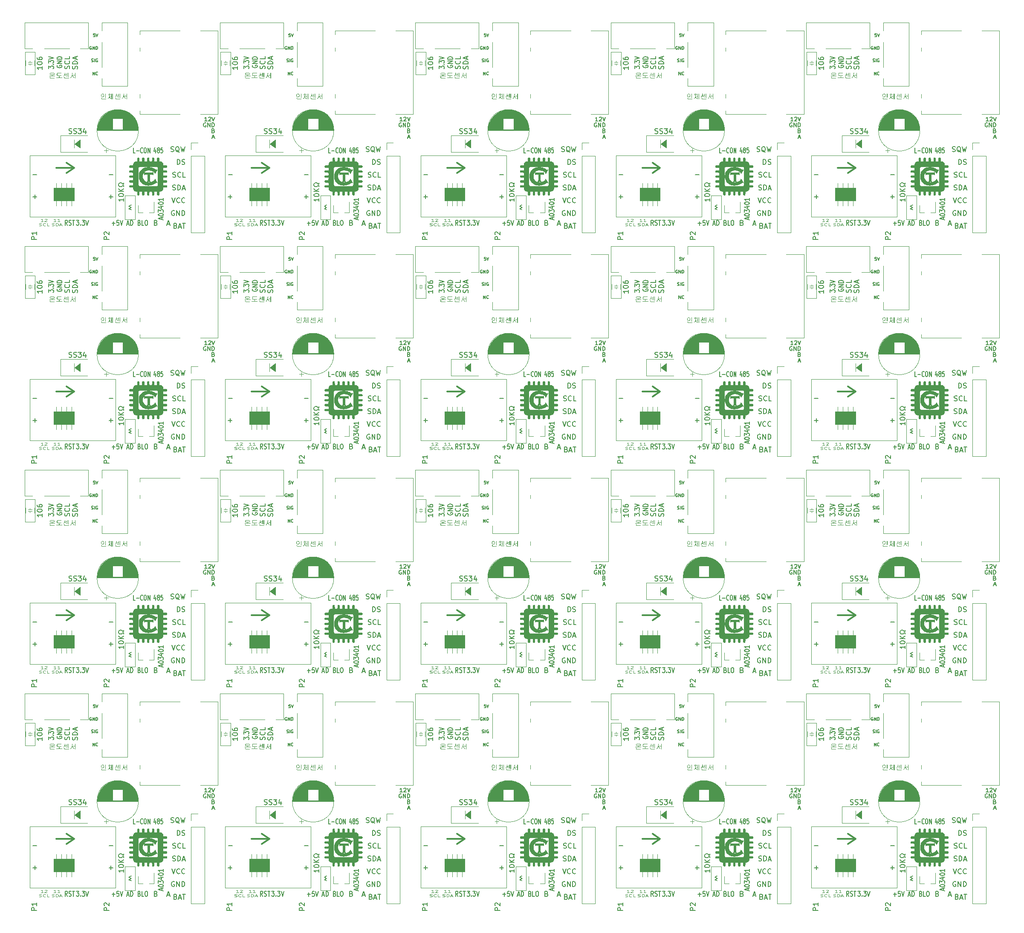
<source format=gbr>
%TF.GenerationSoftware,KiCad,Pcbnew,8.0.7*%
%TF.CreationDate,2025-01-08T09:27:09+09:00*%
%TF.ProjectId,waveShare-7inch-rs485,77617665-5368-4617-9265-2d37696e6368,rev?*%
%TF.SameCoordinates,Original*%
%TF.FileFunction,Legend,Top*%
%TF.FilePolarity,Positive*%
%FSLAX46Y46*%
G04 Gerber Fmt 4.6, Leading zero omitted, Abs format (unit mm)*
G04 Created by KiCad (PCBNEW 8.0.7) date 2025-01-08 09:27:09*
%MOMM*%
%LPD*%
G01*
G04 APERTURE LIST*
%ADD10C,0.125000*%
%ADD11C,0.200000*%
%ADD12C,0.175000*%
%ADD13C,0.150000*%
%ADD14C,0.120000*%
%ADD15C,0.010000*%
%ADD16C,0.350000*%
%ADD17C,0.100000*%
G04 APERTURE END LIST*
D10*
X186037618Y-196624809D02*
X185580475Y-196624809D01*
X185809047Y-196624809D02*
X185809047Y-196124809D01*
X185809047Y-196124809D02*
X185732856Y-196196238D01*
X185732856Y-196196238D02*
X185656666Y-196243857D01*
X185656666Y-196243857D02*
X185580475Y-196267666D01*
X186342380Y-196172428D02*
X186380476Y-196148619D01*
X186380476Y-196148619D02*
X186456666Y-196124809D01*
X186456666Y-196124809D02*
X186647142Y-196124809D01*
X186647142Y-196124809D02*
X186723333Y-196148619D01*
X186723333Y-196148619D02*
X186761428Y-196172428D01*
X186761428Y-196172428D02*
X186799523Y-196220047D01*
X186799523Y-196220047D02*
X186799523Y-196267666D01*
X186799523Y-196267666D02*
X186761428Y-196339095D01*
X186761428Y-196339095D02*
X186304285Y-196624809D01*
X186304285Y-196624809D02*
X186799523Y-196624809D01*
D11*
G36*
X197682428Y-171989193D02*
G01*
X197698792Y-172027540D01*
X197698792Y-172190450D01*
X197709783Y-172232704D01*
X197757899Y-172242473D01*
X198494780Y-172242473D01*
X198513159Y-172245358D01*
X198536789Y-172288635D01*
X198534779Y-172307193D01*
X198494780Y-172336263D01*
X197744221Y-172336263D01*
X197736267Y-172336140D01*
X197686519Y-172328447D01*
X197642372Y-172305000D01*
X197637374Y-172300701D01*
X197608996Y-172258005D01*
X197601095Y-172208524D01*
X197601095Y-172029005D01*
X197615505Y-171989682D01*
X197649944Y-171976737D01*
X197682428Y-171989193D01*
G37*
G36*
X198479148Y-171222271D02*
G01*
X198495757Y-171255976D01*
X198495757Y-172018503D01*
X198479637Y-172057337D01*
X198446908Y-172070526D01*
X198412714Y-172057337D01*
X198398304Y-172018503D01*
X198398304Y-171257198D01*
X198413203Y-171222515D01*
X198446908Y-171210792D01*
X198479148Y-171222271D01*
G37*
G36*
X197845125Y-171257789D02*
G01*
X197898477Y-171262723D01*
X197947501Y-171275060D01*
X197992198Y-171294797D01*
X198038874Y-171327180D01*
X198074193Y-171362955D01*
X198097202Y-171393319D01*
X198122863Y-171439376D01*
X198140880Y-171489570D01*
X198151253Y-171543902D01*
X198154061Y-171593764D01*
X198152813Y-171627344D01*
X198144623Y-171682857D01*
X198128790Y-171734234D01*
X198105314Y-171781472D01*
X198074193Y-171824574D01*
X198068607Y-171831050D01*
X198032566Y-171865592D01*
X197985049Y-171896535D01*
X197939631Y-171915039D01*
X197889886Y-171926142D01*
X197835812Y-171929842D01*
X197816977Y-171929431D01*
X197763425Y-171923263D01*
X197714304Y-171909693D01*
X197669613Y-171888722D01*
X197629353Y-171860349D01*
X197593524Y-171824574D01*
X197570515Y-171793823D01*
X197544854Y-171747466D01*
X197526837Y-171697252D01*
X197516464Y-171643181D01*
X197513656Y-171593764D01*
X197513946Y-171585949D01*
X197611353Y-171585949D01*
X197612677Y-171617528D01*
X197621732Y-171670044D01*
X197639364Y-171716996D01*
X197665575Y-171758384D01*
X197690090Y-171784779D01*
X197733270Y-171814133D01*
X197784140Y-171831199D01*
X197835812Y-171836053D01*
X197868110Y-171834157D01*
X197920536Y-171821187D01*
X197965620Y-171795929D01*
X198003363Y-171758384D01*
X198022288Y-171731410D01*
X198043334Y-171686313D01*
X198055570Y-171635652D01*
X198059050Y-171585949D01*
X198057691Y-171554369D01*
X198048392Y-171501853D01*
X198030282Y-171454901D01*
X198003363Y-171413513D01*
X197979017Y-171387118D01*
X197936380Y-171357764D01*
X197886401Y-171340698D01*
X197835812Y-171335844D01*
X197803063Y-171337740D01*
X197749853Y-171350710D01*
X197704024Y-171375968D01*
X197665575Y-171413513D01*
X197647148Y-171440487D01*
X197626656Y-171485584D01*
X197614742Y-171536245D01*
X197611353Y-171585949D01*
X197513946Y-171585949D01*
X197514904Y-171560185D01*
X197523094Y-171504671D01*
X197538927Y-171453295D01*
X197562403Y-171406056D01*
X197593524Y-171362955D01*
X197604974Y-171350207D01*
X197642281Y-171316900D01*
X197684017Y-171290994D01*
X197730185Y-171272490D01*
X197780783Y-171261387D01*
X197835812Y-171257686D01*
X197845125Y-171257789D01*
G37*
G36*
X199345233Y-171242055D02*
G01*
X199056782Y-171242055D01*
X199012829Y-171265459D01*
X199010621Y-171280401D01*
X199041095Y-171318813D01*
X199056782Y-171320212D01*
X199350851Y-171320212D01*
X199381137Y-171308000D01*
X199391395Y-171279912D01*
X199377962Y-171252801D01*
X199345233Y-171242055D01*
G37*
G36*
X199429986Y-171429633D02*
G01*
X198976182Y-171429633D01*
X198932229Y-171452889D01*
X198930020Y-171467735D01*
X198961390Y-171506813D01*
X198974717Y-171507791D01*
X199152770Y-171507791D01*
X199152770Y-171661420D01*
X199150760Y-171715605D01*
X199144732Y-171768252D01*
X199134684Y-171819361D01*
X199120618Y-171868931D01*
X199102532Y-171916962D01*
X199080427Y-171963455D01*
X199070460Y-171981622D01*
X199042273Y-172026223D01*
X199009646Y-172070052D01*
X198972576Y-172113110D01*
X198937268Y-172149403D01*
X198905352Y-172179214D01*
X198884836Y-172217072D01*
X198896559Y-172250289D01*
X198928555Y-172266653D01*
X198966168Y-172255174D01*
X199002157Y-172221948D01*
X199036393Y-172186385D01*
X199068876Y-172148485D01*
X199099605Y-172108247D01*
X199116378Y-172084204D01*
X199143558Y-172042560D01*
X199168696Y-171999489D01*
X199191231Y-171952434D01*
X199201130Y-171923981D01*
X199219116Y-171974665D01*
X199241306Y-172019575D01*
X199267291Y-172064459D01*
X199278555Y-172082494D01*
X199306690Y-172124781D01*
X199336812Y-172164660D01*
X199368920Y-172202132D01*
X199403016Y-172237195D01*
X199423391Y-172256151D01*
X199459783Y-172268119D01*
X199494221Y-172252243D01*
X199510341Y-172218049D01*
X199492512Y-172181901D01*
X199454164Y-172145622D01*
X199419353Y-172108777D01*
X199383213Y-172065075D01*
X199351887Y-172020601D01*
X199328869Y-171981866D01*
X199305931Y-171935466D01*
X199286880Y-171887551D01*
X199271718Y-171838122D01*
X199260443Y-171787178D01*
X199253056Y-171734719D01*
X199249557Y-171680746D01*
X199249246Y-171658733D01*
X199249246Y-171507791D01*
X199429986Y-171507791D01*
X199469763Y-171477497D01*
X199470774Y-171468224D01*
X199439545Y-171430236D01*
X199429986Y-171429633D01*
G37*
G36*
X199692058Y-172317456D02*
G01*
X199692058Y-171255488D01*
X199675450Y-171222027D01*
X199643210Y-171210792D01*
X199609504Y-171222515D01*
X199594605Y-171257198D01*
X199594605Y-171773527D01*
X199442198Y-171773527D01*
X199404584Y-171784274D01*
X199390662Y-171811873D01*
X199404584Y-171839717D01*
X199443663Y-171851685D01*
X199594605Y-171851685D01*
X199594605Y-172317700D01*
X199609016Y-172354581D01*
X199643210Y-172367526D01*
X199675938Y-172354337D01*
X199692058Y-172317456D01*
G37*
G36*
X199932882Y-172317456D02*
G01*
X199932882Y-171255488D01*
X199916273Y-171222027D01*
X199885498Y-171210792D01*
X199852770Y-171222271D01*
X199837871Y-171256709D01*
X199837871Y-172317456D01*
X199852281Y-172354337D01*
X199885498Y-172367526D01*
X199916762Y-172354337D01*
X199932882Y-172317456D01*
G37*
G36*
X200543244Y-171289438D02*
G01*
X200541055Y-171342209D01*
X200534486Y-171395924D01*
X200523538Y-171450584D01*
X200508211Y-171506188D01*
X200492093Y-171553246D01*
X200480963Y-171581796D01*
X200458080Y-171633634D01*
X200432634Y-171683205D01*
X200404624Y-171730510D01*
X200374049Y-171775550D01*
X200340910Y-171818323D01*
X200305208Y-171858831D01*
X200290209Y-171874399D01*
X200269937Y-171912745D01*
X200283126Y-171944497D01*
X200313168Y-171957686D01*
X200348583Y-171943032D01*
X200384222Y-171905046D01*
X200417774Y-171865554D01*
X200449240Y-171824555D01*
X200465819Y-171801127D01*
X200492648Y-171760260D01*
X200519649Y-171715352D01*
X200543691Y-171670969D01*
X200550327Y-171657756D01*
X200589917Y-171687036D01*
X200630222Y-171721755D01*
X200667108Y-171757652D01*
X200679532Y-171770596D01*
X200715394Y-171809807D01*
X200748242Y-171849405D01*
X200778077Y-171889388D01*
X200793349Y-171911769D01*
X200825345Y-171935460D01*
X200861493Y-171929110D01*
X200881277Y-171899312D01*
X200873461Y-171857058D01*
X200846212Y-171816147D01*
X200815514Y-171776458D01*
X200781366Y-171737990D01*
X200743768Y-171700743D01*
X200703267Y-171665333D01*
X200664314Y-171634151D01*
X200622583Y-171603242D01*
X200583789Y-171576423D01*
X200600701Y-171528199D01*
X200614497Y-171477898D01*
X200624333Y-171430366D01*
X200633094Y-171380655D01*
X200638503Y-171327938D01*
X200639720Y-171289438D01*
X200623356Y-171253290D01*
X200590872Y-171242055D01*
X200558143Y-171253534D01*
X200543244Y-171289438D01*
G37*
G36*
X201081311Y-172003360D02*
G01*
X201081311Y-171255488D01*
X201064703Y-171222027D01*
X201032463Y-171210792D01*
X200999734Y-171222515D01*
X200984836Y-171257930D01*
X200984836Y-171507791D01*
X200756224Y-171507791D01*
X200716657Y-171521957D01*
X200703224Y-171554685D01*
X200716413Y-171585704D01*
X200756224Y-171601580D01*
X200984836Y-171601580D01*
X200984836Y-172004581D01*
X200999490Y-172042194D01*
X201032463Y-172054895D01*
X201065191Y-172041706D01*
X201081311Y-172003360D01*
G37*
G36*
X201332882Y-172035600D02*
G01*
X201332882Y-171255976D01*
X201316273Y-171222271D01*
X201285498Y-171210792D01*
X201252770Y-171222515D01*
X201237871Y-171257198D01*
X201237871Y-172035600D01*
X201252281Y-172072969D01*
X201285498Y-172086158D01*
X201316762Y-172072969D01*
X201332882Y-172035600D01*
G37*
G36*
X200498792Y-172030226D02*
G01*
X200482672Y-171990659D01*
X200449944Y-171976737D01*
X200415505Y-171991392D01*
X200401095Y-172031692D01*
X200401095Y-172204371D01*
X200409145Y-172255265D01*
X200435478Y-172298077D01*
X200437732Y-172300359D01*
X200479802Y-172327287D01*
X200529558Y-172336228D01*
X200533230Y-172336263D01*
X201322135Y-172336263D01*
X201362134Y-172307193D01*
X201364145Y-172288635D01*
X201340514Y-172245358D01*
X201322135Y-172242473D01*
X200557899Y-172242473D01*
X200509783Y-172232704D01*
X200498792Y-172190450D01*
X200498792Y-172030226D01*
G37*
G36*
X202013098Y-171290903D02*
G01*
X202011781Y-171344663D01*
X202007831Y-171399454D01*
X202001248Y-171455275D01*
X201992032Y-171512126D01*
X201980182Y-171570008D01*
X201965700Y-171628920D01*
X201948583Y-171688863D01*
X201928834Y-171749836D01*
X201911790Y-171797219D01*
X201893815Y-171843198D01*
X201868398Y-171902320D01*
X201841326Y-171958947D01*
X201812596Y-172013077D01*
X201782211Y-172064711D01*
X201750170Y-172113850D01*
X201716472Y-172160493D01*
X201699002Y-172182878D01*
X201682149Y-172227086D01*
X201696803Y-172260547D01*
X201729043Y-172273736D01*
X201763482Y-172246381D01*
X201792811Y-172206329D01*
X201820960Y-172165705D01*
X201847928Y-172124508D01*
X201873715Y-172082739D01*
X201898322Y-172040397D01*
X201921748Y-171997482D01*
X201930788Y-171980157D01*
X201953826Y-171932051D01*
X201974853Y-171884974D01*
X201993870Y-171838926D01*
X202013142Y-171787559D01*
X202019692Y-171768642D01*
X202052225Y-171810592D01*
X202086137Y-171856725D01*
X202116302Y-171899598D01*
X202147480Y-171945546D01*
X202179672Y-171994567D01*
X202209839Y-172042377D01*
X202237878Y-172088539D01*
X202263786Y-172133053D01*
X202287566Y-172175917D01*
X202312617Y-172223842D01*
X202315959Y-172230505D01*
X202346734Y-172257861D01*
X202384103Y-172253709D01*
X202408527Y-172219026D01*
X202404401Y-172170114D01*
X202403642Y-172168468D01*
X202377959Y-172123399D01*
X202350371Y-172077403D01*
X202320875Y-172030480D01*
X202289474Y-171982629D01*
X202261850Y-171942046D01*
X202244640Y-171917386D01*
X202211198Y-171869807D01*
X202182332Y-171830093D01*
X202152561Y-171790319D01*
X202121882Y-171750485D01*
X202090298Y-171710592D01*
X202057807Y-171670639D01*
X202051200Y-171662641D01*
X202063702Y-171612831D01*
X202074830Y-171563539D01*
X202084585Y-171514767D01*
X202092965Y-171466514D01*
X202100876Y-171412671D01*
X202106197Y-171362152D01*
X202109074Y-171309916D01*
X202109330Y-171290170D01*
X202092965Y-171254755D01*
X202060481Y-171242055D01*
X202027752Y-171255244D01*
X202013098Y-171290903D01*
G37*
G36*
X202695757Y-172314769D02*
G01*
X202695757Y-171259396D01*
X202679392Y-171222027D01*
X202646908Y-171210792D01*
X202613203Y-171222271D01*
X202598304Y-171259884D01*
X202598304Y-171695369D01*
X202239511Y-171695369D01*
X202202142Y-171705872D01*
X202187976Y-171734448D01*
X202203363Y-171761803D01*
X202242198Y-171773527D01*
X202598304Y-171773527D01*
X202598304Y-172314769D01*
X202612714Y-172352871D01*
X202646908Y-172367526D01*
X202679881Y-172353115D01*
X202695757Y-172314769D01*
G37*
D12*
X204287345Y-182999507D02*
X203954011Y-182999507D01*
X203954011Y-182999507D02*
X203954011Y-181999507D01*
X204520678Y-182618554D02*
X205054012Y-182618554D01*
X205787345Y-182904268D02*
X205754012Y-182951888D01*
X205754012Y-182951888D02*
X205654012Y-182999507D01*
X205654012Y-182999507D02*
X205587345Y-182999507D01*
X205587345Y-182999507D02*
X205487345Y-182951888D01*
X205487345Y-182951888D02*
X205420679Y-182856649D01*
X205420679Y-182856649D02*
X205387345Y-182761411D01*
X205387345Y-182761411D02*
X205354012Y-182570935D01*
X205354012Y-182570935D02*
X205354012Y-182428078D01*
X205354012Y-182428078D02*
X205387345Y-182237602D01*
X205387345Y-182237602D02*
X205420679Y-182142364D01*
X205420679Y-182142364D02*
X205487345Y-182047126D01*
X205487345Y-182047126D02*
X205587345Y-181999507D01*
X205587345Y-181999507D02*
X205654012Y-181999507D01*
X205654012Y-181999507D02*
X205754012Y-182047126D01*
X205754012Y-182047126D02*
X205787345Y-182094745D01*
X206220679Y-181999507D02*
X206354012Y-181999507D01*
X206354012Y-181999507D02*
X206420679Y-182047126D01*
X206420679Y-182047126D02*
X206487345Y-182142364D01*
X206487345Y-182142364D02*
X206520679Y-182332840D01*
X206520679Y-182332840D02*
X206520679Y-182666173D01*
X206520679Y-182666173D02*
X206487345Y-182856649D01*
X206487345Y-182856649D02*
X206420679Y-182951888D01*
X206420679Y-182951888D02*
X206354012Y-182999507D01*
X206354012Y-182999507D02*
X206220679Y-182999507D01*
X206220679Y-182999507D02*
X206154012Y-182951888D01*
X206154012Y-182951888D02*
X206087345Y-182856649D01*
X206087345Y-182856649D02*
X206054012Y-182666173D01*
X206054012Y-182666173D02*
X206054012Y-182332840D01*
X206054012Y-182332840D02*
X206087345Y-182142364D01*
X206087345Y-182142364D02*
X206154012Y-182047126D01*
X206154012Y-182047126D02*
X206220679Y-181999507D01*
X206820678Y-182999507D02*
X206820678Y-181999507D01*
X206820678Y-181999507D02*
X207220678Y-182999507D01*
X207220678Y-182999507D02*
X207220678Y-181999507D01*
X208387344Y-182332840D02*
X208387344Y-182999507D01*
X208220678Y-181951888D02*
X208054011Y-182666173D01*
X208054011Y-182666173D02*
X208487344Y-182666173D01*
X208854011Y-182428078D02*
X208787345Y-182380459D01*
X208787345Y-182380459D02*
X208754011Y-182332840D01*
X208754011Y-182332840D02*
X208720678Y-182237602D01*
X208720678Y-182237602D02*
X208720678Y-182189983D01*
X208720678Y-182189983D02*
X208754011Y-182094745D01*
X208754011Y-182094745D02*
X208787345Y-182047126D01*
X208787345Y-182047126D02*
X208854011Y-181999507D01*
X208854011Y-181999507D02*
X208987345Y-181999507D01*
X208987345Y-181999507D02*
X209054011Y-182047126D01*
X209054011Y-182047126D02*
X209087345Y-182094745D01*
X209087345Y-182094745D02*
X209120678Y-182189983D01*
X209120678Y-182189983D02*
X209120678Y-182237602D01*
X209120678Y-182237602D02*
X209087345Y-182332840D01*
X209087345Y-182332840D02*
X209054011Y-182380459D01*
X209054011Y-182380459D02*
X208987345Y-182428078D01*
X208987345Y-182428078D02*
X208854011Y-182428078D01*
X208854011Y-182428078D02*
X208787345Y-182475697D01*
X208787345Y-182475697D02*
X208754011Y-182523316D01*
X208754011Y-182523316D02*
X208720678Y-182618554D01*
X208720678Y-182618554D02*
X208720678Y-182809030D01*
X208720678Y-182809030D02*
X208754011Y-182904268D01*
X208754011Y-182904268D02*
X208787345Y-182951888D01*
X208787345Y-182951888D02*
X208854011Y-182999507D01*
X208854011Y-182999507D02*
X208987345Y-182999507D01*
X208987345Y-182999507D02*
X209054011Y-182951888D01*
X209054011Y-182951888D02*
X209087345Y-182904268D01*
X209087345Y-182904268D02*
X209120678Y-182809030D01*
X209120678Y-182809030D02*
X209120678Y-182618554D01*
X209120678Y-182618554D02*
X209087345Y-182523316D01*
X209087345Y-182523316D02*
X209054011Y-182475697D01*
X209054011Y-182475697D02*
X208987345Y-182428078D01*
X209754012Y-181999507D02*
X209420678Y-181999507D01*
X209420678Y-181999507D02*
X209387345Y-182475697D01*
X209387345Y-182475697D02*
X209420678Y-182428078D01*
X209420678Y-182428078D02*
X209487345Y-182380459D01*
X209487345Y-182380459D02*
X209654012Y-182380459D01*
X209654012Y-182380459D02*
X209720678Y-182428078D01*
X209720678Y-182428078D02*
X209754012Y-182475697D01*
X209754012Y-182475697D02*
X209787345Y-182570935D01*
X209787345Y-182570935D02*
X209787345Y-182809030D01*
X209787345Y-182809030D02*
X209754012Y-182904268D01*
X209754012Y-182904268D02*
X209720678Y-182951888D01*
X209720678Y-182951888D02*
X209654012Y-182999507D01*
X209654012Y-182999507D02*
X209487345Y-182999507D01*
X209487345Y-182999507D02*
X209420678Y-182951888D01*
X209420678Y-182951888D02*
X209387345Y-182904268D01*
D11*
X218342530Y-177087790D02*
X218266340Y-177049695D01*
X218266340Y-177049695D02*
X218152054Y-177049695D01*
X218152054Y-177049695D02*
X218037768Y-177087790D01*
X218037768Y-177087790D02*
X217961578Y-177163980D01*
X217961578Y-177163980D02*
X217923483Y-177240171D01*
X217923483Y-177240171D02*
X217885387Y-177392552D01*
X217885387Y-177392552D02*
X217885387Y-177506838D01*
X217885387Y-177506838D02*
X217923483Y-177659219D01*
X217923483Y-177659219D02*
X217961578Y-177735409D01*
X217961578Y-177735409D02*
X218037768Y-177811600D01*
X218037768Y-177811600D02*
X218152054Y-177849695D01*
X218152054Y-177849695D02*
X218228245Y-177849695D01*
X218228245Y-177849695D02*
X218342530Y-177811600D01*
X218342530Y-177811600D02*
X218380626Y-177773504D01*
X218380626Y-177773504D02*
X218380626Y-177506838D01*
X218380626Y-177506838D02*
X218228245Y-177506838D01*
X218723483Y-177849695D02*
X218723483Y-177049695D01*
X218723483Y-177049695D02*
X219180626Y-177849695D01*
X219180626Y-177849695D02*
X219180626Y-177049695D01*
X219561578Y-177849695D02*
X219561578Y-177049695D01*
X219561578Y-177049695D02*
X219752054Y-177049695D01*
X219752054Y-177049695D02*
X219866340Y-177087790D01*
X219866340Y-177087790D02*
X219942530Y-177163980D01*
X219942530Y-177163980D02*
X219980625Y-177240171D01*
X219980625Y-177240171D02*
X220018721Y-177392552D01*
X220018721Y-177392552D02*
X220018721Y-177506838D01*
X220018721Y-177506838D02*
X219980625Y-177659219D01*
X219980625Y-177659219D02*
X219942530Y-177735409D01*
X219942530Y-177735409D02*
X219866340Y-177811600D01*
X219866340Y-177811600D02*
X219752054Y-177849695D01*
X219752054Y-177849695D02*
X219561578Y-177849695D01*
G36*
X187439713Y-167840415D02*
G01*
X187455589Y-167880715D01*
X187455589Y-168041182D01*
X187466580Y-168082948D01*
X187513475Y-168092473D01*
X188269406Y-168092473D01*
X188288427Y-168095358D01*
X188312882Y-168138635D01*
X188310801Y-168157193D01*
X188269406Y-168186263D01*
X187483189Y-168186263D01*
X187434234Y-168178427D01*
X187391598Y-168150603D01*
X187366318Y-168111158D01*
X187357892Y-168061210D01*
X187357892Y-167882424D01*
X187372302Y-167841147D01*
X187406741Y-167826737D01*
X187439713Y-167840415D01*
G37*
G36*
X187872048Y-167076998D02*
G01*
X187927873Y-167079555D01*
X187980095Y-167084158D01*
X188040307Y-167092787D01*
X188094889Y-167104613D01*
X188143843Y-167119635D01*
X188195157Y-167141880D01*
X188202399Y-167145743D01*
X188246661Y-167175387D01*
X188283450Y-167214848D01*
X188305524Y-167260262D01*
X188312882Y-167311629D01*
X188312767Y-167318285D01*
X188303569Y-167368290D01*
X188279656Y-167412525D01*
X188241028Y-167450989D01*
X188195157Y-167479912D01*
X188152958Y-167498770D01*
X188105130Y-167514431D01*
X188051673Y-167526896D01*
X187992588Y-167536164D01*
X187941266Y-167541278D01*
X187886342Y-167544347D01*
X187873977Y-167544562D01*
X187873977Y-167670422D01*
X188358311Y-167670422D01*
X188393970Y-167683611D01*
X188407159Y-167716584D01*
X188394214Y-167749312D01*
X188359776Y-167764211D01*
X187294633Y-167764211D01*
X187272319Y-167760424D01*
X187248471Y-167716339D01*
X187253026Y-167694143D01*
X187297320Y-167670422D01*
X187778967Y-167670422D01*
X187778967Y-167544592D01*
X187727340Y-167542237D01*
X187674985Y-167537635D01*
X187614713Y-167529005D01*
X187560190Y-167517179D01*
X187511416Y-167502157D01*
X187460474Y-167479912D01*
X187453231Y-167476051D01*
X187408969Y-167446497D01*
X187372180Y-167407311D01*
X187350107Y-167362355D01*
X187342749Y-167311629D01*
X187342864Y-167304882D01*
X187343058Y-167303813D01*
X187437759Y-167303813D01*
X187446394Y-167342906D01*
X187479550Y-167382199D01*
X187526175Y-167408593D01*
X187567142Y-167423202D01*
X187615305Y-167434788D01*
X187670663Y-167443352D01*
X187722292Y-167448180D01*
X187778917Y-167450908D01*
X187827815Y-167451580D01*
X187864529Y-167451202D01*
X187921788Y-167448893D01*
X187974133Y-167444486D01*
X188030461Y-167436426D01*
X188079715Y-167425343D01*
X188128234Y-167408593D01*
X188167450Y-167387940D01*
X188203077Y-167353509D01*
X188217871Y-167303813D01*
X188205300Y-167255842D01*
X188171691Y-167219955D01*
X188128478Y-167196346D01*
X188101928Y-167186558D01*
X188047881Y-167172568D01*
X187993871Y-167163758D01*
X187943444Y-167158659D01*
X187888092Y-167155600D01*
X187827815Y-167154581D01*
X187790798Y-167154946D01*
X187733110Y-167157176D01*
X187680431Y-167161433D01*
X187623828Y-167169219D01*
X187574437Y-167179923D01*
X187525931Y-167196102D01*
X187483309Y-167219829D01*
X187450159Y-167255808D01*
X187437759Y-167303813D01*
X187343058Y-167303813D01*
X187352061Y-167254259D01*
X187375974Y-167209590D01*
X187414603Y-167170873D01*
X187460474Y-167141880D01*
X187502351Y-167123023D01*
X187549976Y-167107362D01*
X187603349Y-167094897D01*
X187662470Y-167085628D01*
X187713907Y-167080514D01*
X187769021Y-167077446D01*
X187827815Y-167076423D01*
X187872048Y-167076998D01*
G37*
G36*
X189651577Y-167107686D02*
G01*
X188903705Y-167107686D01*
X188851830Y-167114095D01*
X188807324Y-167135333D01*
X188794284Y-167146521D01*
X188768163Y-167188724D01*
X188758212Y-167238573D01*
X188757892Y-167250568D01*
X188757892Y-167573702D01*
X188765942Y-167622520D01*
X188794528Y-167665781D01*
X188838004Y-167692709D01*
X188887665Y-167701545D01*
X188895645Y-167701685D01*
X189672337Y-167701685D01*
X189712569Y-167671578D01*
X189712882Y-167662362D01*
X189681931Y-167624475D01*
X189669406Y-167623527D01*
X188902484Y-167623527D01*
X188865359Y-167613513D01*
X188855589Y-167582983D01*
X188855589Y-167242020D01*
X188866336Y-167210512D01*
X188905170Y-167201475D01*
X189658415Y-167201475D01*
X189687969Y-167184623D01*
X189697739Y-167154337D01*
X189684794Y-167122341D01*
X189651577Y-167107686D01*
G37*
G36*
X189180432Y-167773981D02*
G01*
X189180432Y-168029947D01*
X188697320Y-168029947D01*
X188661416Y-168043381D01*
X188648471Y-168075376D01*
X188656531Y-168108105D01*
X188686329Y-168123736D01*
X189759776Y-168123736D01*
X189794214Y-168108838D01*
X189807159Y-168076109D01*
X189793970Y-168043136D01*
X189758311Y-168029947D01*
X189275198Y-168029947D01*
X189275198Y-167779110D01*
X189258834Y-167744916D01*
X189228060Y-167732948D01*
X189195575Y-167742229D01*
X189180432Y-167773981D01*
G37*
G36*
X190323244Y-167139438D02*
G01*
X190321055Y-167192209D01*
X190314486Y-167245924D01*
X190303538Y-167300584D01*
X190288211Y-167356188D01*
X190272093Y-167403246D01*
X190260963Y-167431796D01*
X190238080Y-167483634D01*
X190212634Y-167533205D01*
X190184624Y-167580510D01*
X190154049Y-167625550D01*
X190120910Y-167668323D01*
X190085208Y-167708831D01*
X190070209Y-167724399D01*
X190049937Y-167762745D01*
X190063126Y-167794497D01*
X190093168Y-167807686D01*
X190128583Y-167793032D01*
X190164222Y-167755046D01*
X190197774Y-167715554D01*
X190229240Y-167674555D01*
X190245819Y-167651127D01*
X190272648Y-167610260D01*
X190299649Y-167565352D01*
X190323691Y-167520969D01*
X190330327Y-167507756D01*
X190369917Y-167537036D01*
X190410222Y-167571755D01*
X190447108Y-167607652D01*
X190459532Y-167620596D01*
X190495394Y-167659807D01*
X190528242Y-167699405D01*
X190558077Y-167739388D01*
X190573349Y-167761769D01*
X190605345Y-167785460D01*
X190641493Y-167779110D01*
X190661277Y-167749312D01*
X190653461Y-167707058D01*
X190626212Y-167666147D01*
X190595514Y-167626458D01*
X190561366Y-167587990D01*
X190523768Y-167550743D01*
X190483267Y-167515333D01*
X190444314Y-167484151D01*
X190402583Y-167453242D01*
X190363789Y-167426423D01*
X190380701Y-167378199D01*
X190394497Y-167327898D01*
X190404333Y-167280366D01*
X190413094Y-167230655D01*
X190418503Y-167177938D01*
X190419720Y-167139438D01*
X190403356Y-167103290D01*
X190370872Y-167092055D01*
X190338143Y-167103534D01*
X190323244Y-167139438D01*
G37*
G36*
X190861311Y-167853360D02*
G01*
X190861311Y-167105488D01*
X190844703Y-167072027D01*
X190812463Y-167060792D01*
X190779734Y-167072515D01*
X190764836Y-167107930D01*
X190764836Y-167357791D01*
X190536224Y-167357791D01*
X190496657Y-167371957D01*
X190483224Y-167404685D01*
X190496413Y-167435704D01*
X190536224Y-167451580D01*
X190764836Y-167451580D01*
X190764836Y-167854581D01*
X190779490Y-167892194D01*
X190812463Y-167904895D01*
X190845191Y-167891706D01*
X190861311Y-167853360D01*
G37*
G36*
X191112882Y-167885600D02*
G01*
X191112882Y-167105976D01*
X191096273Y-167072271D01*
X191065498Y-167060792D01*
X191032770Y-167072515D01*
X191017871Y-167107198D01*
X191017871Y-167885600D01*
X191032281Y-167922969D01*
X191065498Y-167936158D01*
X191096762Y-167922969D01*
X191112882Y-167885600D01*
G37*
G36*
X190278792Y-167880226D02*
G01*
X190262672Y-167840659D01*
X190229944Y-167826737D01*
X190195505Y-167841392D01*
X190181095Y-167881692D01*
X190181095Y-168054371D01*
X190189145Y-168105265D01*
X190215478Y-168148077D01*
X190217732Y-168150359D01*
X190259802Y-168177287D01*
X190309558Y-168186228D01*
X190313230Y-168186263D01*
X191102135Y-168186263D01*
X191142134Y-168157193D01*
X191144145Y-168138635D01*
X191120514Y-168095358D01*
X191102135Y-168092473D01*
X190337899Y-168092473D01*
X190289783Y-168082704D01*
X190278792Y-168040450D01*
X190278792Y-167880226D01*
G37*
G36*
X191793098Y-167140903D02*
G01*
X191791781Y-167194663D01*
X191787831Y-167249454D01*
X191781248Y-167305275D01*
X191772032Y-167362126D01*
X191760182Y-167420008D01*
X191745700Y-167478920D01*
X191728583Y-167538863D01*
X191708834Y-167599836D01*
X191691790Y-167647219D01*
X191673815Y-167693198D01*
X191648398Y-167752320D01*
X191621326Y-167808947D01*
X191592596Y-167863077D01*
X191562211Y-167914711D01*
X191530170Y-167963850D01*
X191496472Y-168010493D01*
X191479002Y-168032878D01*
X191462149Y-168077086D01*
X191476803Y-168110547D01*
X191509043Y-168123736D01*
X191543482Y-168096381D01*
X191572811Y-168056329D01*
X191600960Y-168015705D01*
X191627928Y-167974508D01*
X191653715Y-167932739D01*
X191678322Y-167890397D01*
X191701748Y-167847482D01*
X191710788Y-167830157D01*
X191733826Y-167782051D01*
X191754853Y-167734974D01*
X191773870Y-167688926D01*
X191793142Y-167637559D01*
X191799692Y-167618642D01*
X191832225Y-167660592D01*
X191866137Y-167706725D01*
X191896302Y-167749598D01*
X191927480Y-167795546D01*
X191959672Y-167844567D01*
X191989839Y-167892377D01*
X192017878Y-167938539D01*
X192043786Y-167983053D01*
X192067566Y-168025917D01*
X192092617Y-168073842D01*
X192095959Y-168080505D01*
X192126734Y-168107861D01*
X192164103Y-168103709D01*
X192188527Y-168069026D01*
X192184401Y-168020114D01*
X192183642Y-168018468D01*
X192157959Y-167973399D01*
X192130371Y-167927403D01*
X192100875Y-167880480D01*
X192069474Y-167832629D01*
X192041850Y-167792046D01*
X192024640Y-167767386D01*
X191991198Y-167719807D01*
X191962332Y-167680093D01*
X191932561Y-167640319D01*
X191901882Y-167600485D01*
X191870298Y-167560592D01*
X191837807Y-167520639D01*
X191831200Y-167512641D01*
X191843702Y-167462831D01*
X191854830Y-167413539D01*
X191864585Y-167364767D01*
X191872965Y-167316514D01*
X191880876Y-167262671D01*
X191886197Y-167212152D01*
X191889074Y-167159916D01*
X191889330Y-167140170D01*
X191872965Y-167104755D01*
X191840481Y-167092055D01*
X191807752Y-167105244D01*
X191793098Y-167140903D01*
G37*
G36*
X192475757Y-168164769D02*
G01*
X192475757Y-167109396D01*
X192459392Y-167072027D01*
X192426908Y-167060792D01*
X192393203Y-167072271D01*
X192378304Y-167109884D01*
X192378304Y-167545369D01*
X192019511Y-167545369D01*
X191982142Y-167555872D01*
X191967976Y-167584448D01*
X191983363Y-167611803D01*
X192022198Y-167623527D01*
X192378304Y-167623527D01*
X192378304Y-168164769D01*
X192392714Y-168202871D01*
X192426908Y-168217526D01*
X192459881Y-168203115D01*
X192475757Y-168164769D01*
G37*
X191249600Y-166300326D02*
X191297219Y-166157469D01*
X191297219Y-166157469D02*
X191297219Y-165919374D01*
X191297219Y-165919374D02*
X191249600Y-165824136D01*
X191249600Y-165824136D02*
X191201980Y-165776517D01*
X191201980Y-165776517D02*
X191106742Y-165728898D01*
X191106742Y-165728898D02*
X191011504Y-165728898D01*
X191011504Y-165728898D02*
X190916266Y-165776517D01*
X190916266Y-165776517D02*
X190868647Y-165824136D01*
X190868647Y-165824136D02*
X190821028Y-165919374D01*
X190821028Y-165919374D02*
X190773409Y-166109850D01*
X190773409Y-166109850D02*
X190725790Y-166205088D01*
X190725790Y-166205088D02*
X190678171Y-166252707D01*
X190678171Y-166252707D02*
X190582933Y-166300326D01*
X190582933Y-166300326D02*
X190487695Y-166300326D01*
X190487695Y-166300326D02*
X190392457Y-166252707D01*
X190392457Y-166252707D02*
X190344838Y-166205088D01*
X190344838Y-166205088D02*
X190297219Y-166109850D01*
X190297219Y-166109850D02*
X190297219Y-165871755D01*
X190297219Y-165871755D02*
X190344838Y-165728898D01*
X191201980Y-164728898D02*
X191249600Y-164776517D01*
X191249600Y-164776517D02*
X191297219Y-164919374D01*
X191297219Y-164919374D02*
X191297219Y-165014612D01*
X191297219Y-165014612D02*
X191249600Y-165157469D01*
X191249600Y-165157469D02*
X191154361Y-165252707D01*
X191154361Y-165252707D02*
X191059123Y-165300326D01*
X191059123Y-165300326D02*
X190868647Y-165347945D01*
X190868647Y-165347945D02*
X190725790Y-165347945D01*
X190725790Y-165347945D02*
X190535314Y-165300326D01*
X190535314Y-165300326D02*
X190440076Y-165252707D01*
X190440076Y-165252707D02*
X190344838Y-165157469D01*
X190344838Y-165157469D02*
X190297219Y-165014612D01*
X190297219Y-165014612D02*
X190297219Y-164919374D01*
X190297219Y-164919374D02*
X190344838Y-164776517D01*
X190344838Y-164776517D02*
X190392457Y-164728898D01*
X191297219Y-163824136D02*
X191297219Y-164300326D01*
X191297219Y-164300326D02*
X190297219Y-164300326D01*
D10*
X188577618Y-196624809D02*
X188120475Y-196624809D01*
X188349047Y-196624809D02*
X188349047Y-196124809D01*
X188349047Y-196124809D02*
X188272856Y-196196238D01*
X188272856Y-196196238D02*
X188196666Y-196243857D01*
X188196666Y-196243857D02*
X188120475Y-196267666D01*
X189339523Y-196624809D02*
X188882380Y-196624809D01*
X189110952Y-196624809D02*
X189110952Y-196124809D01*
X189110952Y-196124809D02*
X189034761Y-196196238D01*
X189034761Y-196196238D02*
X188958571Y-196243857D01*
X188958571Y-196243857D02*
X188882380Y-196267666D01*
D11*
X219637768Y-179921123D02*
X220018721Y-179921123D01*
X219561578Y-180149695D02*
X219828245Y-179349695D01*
X219828245Y-179349695D02*
X220094911Y-180149695D01*
X219828244Y-178590647D02*
X219942530Y-178628742D01*
X219942530Y-178628742D02*
X219980625Y-178666838D01*
X219980625Y-178666838D02*
X220018721Y-178743028D01*
X220018721Y-178743028D02*
X220018721Y-178857314D01*
X220018721Y-178857314D02*
X219980625Y-178933504D01*
X219980625Y-178933504D02*
X219942530Y-178971600D01*
X219942530Y-178971600D02*
X219866340Y-179009695D01*
X219866340Y-179009695D02*
X219561578Y-179009695D01*
X219561578Y-179009695D02*
X219561578Y-178209695D01*
X219561578Y-178209695D02*
X219828244Y-178209695D01*
X219828244Y-178209695D02*
X219904435Y-178247790D01*
X219904435Y-178247790D02*
X219942530Y-178285885D01*
X219942530Y-178285885D02*
X219980625Y-178362076D01*
X219980625Y-178362076D02*
X219980625Y-178438266D01*
X219980625Y-178438266D02*
X219942530Y-178514457D01*
X219942530Y-178514457D02*
X219904435Y-178552552D01*
X219904435Y-178552552D02*
X219828244Y-178590647D01*
X219828244Y-178590647D02*
X219561578Y-178590647D01*
X218571101Y-176689695D02*
X218113958Y-176689695D01*
X218342530Y-176689695D02*
X218342530Y-175889695D01*
X218342530Y-175889695D02*
X218266339Y-176003980D01*
X218266339Y-176003980D02*
X218190149Y-176080171D01*
X218190149Y-176080171D02*
X218113958Y-176118266D01*
X218875863Y-175965885D02*
X218913959Y-175927790D01*
X218913959Y-175927790D02*
X218990149Y-175889695D01*
X218990149Y-175889695D02*
X219180625Y-175889695D01*
X219180625Y-175889695D02*
X219256816Y-175927790D01*
X219256816Y-175927790D02*
X219294911Y-175965885D01*
X219294911Y-175965885D02*
X219333006Y-176042076D01*
X219333006Y-176042076D02*
X219333006Y-176118266D01*
X219333006Y-176118266D02*
X219294911Y-176232552D01*
X219294911Y-176232552D02*
X218837768Y-176689695D01*
X218837768Y-176689695D02*
X219333006Y-176689695D01*
X219561578Y-175889695D02*
X219828245Y-176689695D01*
X219828245Y-176689695D02*
X220094911Y-175889695D01*
X187087219Y-166276517D02*
X187087219Y-165781279D01*
X187087219Y-165781279D02*
X187468171Y-166047945D01*
X187468171Y-166047945D02*
X187468171Y-165933660D01*
X187468171Y-165933660D02*
X187515790Y-165857469D01*
X187515790Y-165857469D02*
X187563409Y-165819374D01*
X187563409Y-165819374D02*
X187658647Y-165781279D01*
X187658647Y-165781279D02*
X187896742Y-165781279D01*
X187896742Y-165781279D02*
X187991980Y-165819374D01*
X187991980Y-165819374D02*
X188039600Y-165857469D01*
X188039600Y-165857469D02*
X188087219Y-165933660D01*
X188087219Y-165933660D02*
X188087219Y-166162231D01*
X188087219Y-166162231D02*
X188039600Y-166238422D01*
X188039600Y-166238422D02*
X187991980Y-166276517D01*
X187991980Y-165438421D02*
X188039600Y-165400326D01*
X188039600Y-165400326D02*
X188087219Y-165438421D01*
X188087219Y-165438421D02*
X188039600Y-165476517D01*
X188039600Y-165476517D02*
X187991980Y-165438421D01*
X187991980Y-165438421D02*
X188087219Y-165438421D01*
X187087219Y-165133660D02*
X187087219Y-164638422D01*
X187087219Y-164638422D02*
X187468171Y-164905088D01*
X187468171Y-164905088D02*
X187468171Y-164790803D01*
X187468171Y-164790803D02*
X187515790Y-164714612D01*
X187515790Y-164714612D02*
X187563409Y-164676517D01*
X187563409Y-164676517D02*
X187658647Y-164638422D01*
X187658647Y-164638422D02*
X187896742Y-164638422D01*
X187896742Y-164638422D02*
X187991980Y-164676517D01*
X187991980Y-164676517D02*
X188039600Y-164714612D01*
X188039600Y-164714612D02*
X188087219Y-164790803D01*
X188087219Y-164790803D02*
X188087219Y-165019374D01*
X188087219Y-165019374D02*
X188039600Y-165095565D01*
X188039600Y-165095565D02*
X187991980Y-165133660D01*
X187087219Y-164409850D02*
X188087219Y-164143183D01*
X188087219Y-164143183D02*
X187087219Y-163876517D01*
X188819838Y-165608898D02*
X188772219Y-165685088D01*
X188772219Y-165685088D02*
X188772219Y-165799374D01*
X188772219Y-165799374D02*
X188819838Y-165913660D01*
X188819838Y-165913660D02*
X188915076Y-165989850D01*
X188915076Y-165989850D02*
X189010314Y-166027945D01*
X189010314Y-166027945D02*
X189200790Y-166066041D01*
X189200790Y-166066041D02*
X189343647Y-166066041D01*
X189343647Y-166066041D02*
X189534123Y-166027945D01*
X189534123Y-166027945D02*
X189629361Y-165989850D01*
X189629361Y-165989850D02*
X189724600Y-165913660D01*
X189724600Y-165913660D02*
X189772219Y-165799374D01*
X189772219Y-165799374D02*
X189772219Y-165723183D01*
X189772219Y-165723183D02*
X189724600Y-165608898D01*
X189724600Y-165608898D02*
X189676980Y-165570802D01*
X189676980Y-165570802D02*
X189343647Y-165570802D01*
X189343647Y-165570802D02*
X189343647Y-165723183D01*
X189772219Y-165227945D02*
X188772219Y-165227945D01*
X188772219Y-165227945D02*
X189772219Y-164770802D01*
X189772219Y-164770802D02*
X188772219Y-164770802D01*
X189772219Y-164389850D02*
X188772219Y-164389850D01*
X188772219Y-164389850D02*
X188772219Y-164199374D01*
X188772219Y-164199374D02*
X188819838Y-164085088D01*
X188819838Y-164085088D02*
X188915076Y-164008898D01*
X188915076Y-164008898D02*
X189010314Y-163970803D01*
X189010314Y-163970803D02*
X189200790Y-163932707D01*
X189200790Y-163932707D02*
X189343647Y-163932707D01*
X189343647Y-163932707D02*
X189534123Y-163970803D01*
X189534123Y-163970803D02*
X189629361Y-164008898D01*
X189629361Y-164008898D02*
X189724600Y-164085088D01*
X189724600Y-164085088D02*
X189772219Y-164199374D01*
X189772219Y-164199374D02*
X189772219Y-164389850D01*
X192794600Y-166347945D02*
X192842219Y-166205088D01*
X192842219Y-166205088D02*
X192842219Y-165966993D01*
X192842219Y-165966993D02*
X192794600Y-165871755D01*
X192794600Y-165871755D02*
X192746980Y-165824136D01*
X192746980Y-165824136D02*
X192651742Y-165776517D01*
X192651742Y-165776517D02*
X192556504Y-165776517D01*
X192556504Y-165776517D02*
X192461266Y-165824136D01*
X192461266Y-165824136D02*
X192413647Y-165871755D01*
X192413647Y-165871755D02*
X192366028Y-165966993D01*
X192366028Y-165966993D02*
X192318409Y-166157469D01*
X192318409Y-166157469D02*
X192270790Y-166252707D01*
X192270790Y-166252707D02*
X192223171Y-166300326D01*
X192223171Y-166300326D02*
X192127933Y-166347945D01*
X192127933Y-166347945D02*
X192032695Y-166347945D01*
X192032695Y-166347945D02*
X191937457Y-166300326D01*
X191937457Y-166300326D02*
X191889838Y-166252707D01*
X191889838Y-166252707D02*
X191842219Y-166157469D01*
X191842219Y-166157469D02*
X191842219Y-165919374D01*
X191842219Y-165919374D02*
X191889838Y-165776517D01*
X192842219Y-165347945D02*
X191842219Y-165347945D01*
X191842219Y-165347945D02*
X191842219Y-165109850D01*
X191842219Y-165109850D02*
X191889838Y-164966993D01*
X191889838Y-164966993D02*
X191985076Y-164871755D01*
X191985076Y-164871755D02*
X192080314Y-164824136D01*
X192080314Y-164824136D02*
X192270790Y-164776517D01*
X192270790Y-164776517D02*
X192413647Y-164776517D01*
X192413647Y-164776517D02*
X192604123Y-164824136D01*
X192604123Y-164824136D02*
X192699361Y-164871755D01*
X192699361Y-164871755D02*
X192794600Y-164966993D01*
X192794600Y-164966993D02*
X192842219Y-165109850D01*
X192842219Y-165109850D02*
X192842219Y-165347945D01*
X192556504Y-164395564D02*
X192556504Y-163919374D01*
X192842219Y-164490802D02*
X191842219Y-164157469D01*
X191842219Y-164157469D02*
X192842219Y-163824136D01*
D10*
X147237618Y-196624809D02*
X146780475Y-196624809D01*
X147009047Y-196624809D02*
X147009047Y-196124809D01*
X147009047Y-196124809D02*
X146932856Y-196196238D01*
X146932856Y-196196238D02*
X146856666Y-196243857D01*
X146856666Y-196243857D02*
X146780475Y-196267666D01*
X147542380Y-196172428D02*
X147580476Y-196148619D01*
X147580476Y-196148619D02*
X147656666Y-196124809D01*
X147656666Y-196124809D02*
X147847142Y-196124809D01*
X147847142Y-196124809D02*
X147923333Y-196148619D01*
X147923333Y-196148619D02*
X147961428Y-196172428D01*
X147961428Y-196172428D02*
X147999523Y-196220047D01*
X147999523Y-196220047D02*
X147999523Y-196267666D01*
X147999523Y-196267666D02*
X147961428Y-196339095D01*
X147961428Y-196339095D02*
X147504285Y-196624809D01*
X147504285Y-196624809D02*
X147999523Y-196624809D01*
D11*
G36*
X158882428Y-171989193D02*
G01*
X158898792Y-172027540D01*
X158898792Y-172190450D01*
X158909783Y-172232704D01*
X158957899Y-172242473D01*
X159694780Y-172242473D01*
X159713159Y-172245358D01*
X159736789Y-172288635D01*
X159734779Y-172307193D01*
X159694780Y-172336263D01*
X158944221Y-172336263D01*
X158936267Y-172336140D01*
X158886519Y-172328447D01*
X158842372Y-172305000D01*
X158837374Y-172300701D01*
X158808996Y-172258005D01*
X158801095Y-172208524D01*
X158801095Y-172029005D01*
X158815505Y-171989682D01*
X158849944Y-171976737D01*
X158882428Y-171989193D01*
G37*
G36*
X159679148Y-171222271D02*
G01*
X159695757Y-171255976D01*
X159695757Y-172018503D01*
X159679637Y-172057337D01*
X159646908Y-172070526D01*
X159612714Y-172057337D01*
X159598304Y-172018503D01*
X159598304Y-171257198D01*
X159613203Y-171222515D01*
X159646908Y-171210792D01*
X159679148Y-171222271D01*
G37*
G36*
X159045125Y-171257789D02*
G01*
X159098477Y-171262723D01*
X159147501Y-171275060D01*
X159192198Y-171294797D01*
X159238874Y-171327180D01*
X159274193Y-171362955D01*
X159297202Y-171393319D01*
X159322863Y-171439376D01*
X159340880Y-171489570D01*
X159351253Y-171543902D01*
X159354061Y-171593764D01*
X159352813Y-171627344D01*
X159344623Y-171682857D01*
X159328790Y-171734234D01*
X159305314Y-171781472D01*
X159274193Y-171824574D01*
X159268607Y-171831050D01*
X159232566Y-171865592D01*
X159185049Y-171896535D01*
X159139631Y-171915039D01*
X159089886Y-171926142D01*
X159035812Y-171929842D01*
X159016977Y-171929431D01*
X158963425Y-171923263D01*
X158914304Y-171909693D01*
X158869613Y-171888722D01*
X158829353Y-171860349D01*
X158793524Y-171824574D01*
X158770515Y-171793823D01*
X158744854Y-171747466D01*
X158726837Y-171697252D01*
X158716464Y-171643181D01*
X158713656Y-171593764D01*
X158713946Y-171585949D01*
X158811353Y-171585949D01*
X158812677Y-171617528D01*
X158821732Y-171670044D01*
X158839364Y-171716996D01*
X158865575Y-171758384D01*
X158890090Y-171784779D01*
X158933270Y-171814133D01*
X158984140Y-171831199D01*
X159035812Y-171836053D01*
X159068110Y-171834157D01*
X159120536Y-171821187D01*
X159165620Y-171795929D01*
X159203363Y-171758384D01*
X159222288Y-171731410D01*
X159243334Y-171686313D01*
X159255570Y-171635652D01*
X159259050Y-171585949D01*
X159257691Y-171554369D01*
X159248392Y-171501853D01*
X159230282Y-171454901D01*
X159203363Y-171413513D01*
X159179017Y-171387118D01*
X159136380Y-171357764D01*
X159086401Y-171340698D01*
X159035812Y-171335844D01*
X159003063Y-171337740D01*
X158949853Y-171350710D01*
X158904024Y-171375968D01*
X158865575Y-171413513D01*
X158847148Y-171440487D01*
X158826656Y-171485584D01*
X158814742Y-171536245D01*
X158811353Y-171585949D01*
X158713946Y-171585949D01*
X158714904Y-171560185D01*
X158723094Y-171504671D01*
X158738927Y-171453295D01*
X158762403Y-171406056D01*
X158793524Y-171362955D01*
X158804974Y-171350207D01*
X158842281Y-171316900D01*
X158884017Y-171290994D01*
X158930185Y-171272490D01*
X158980783Y-171261387D01*
X159035812Y-171257686D01*
X159045125Y-171257789D01*
G37*
G36*
X160545233Y-171242055D02*
G01*
X160256782Y-171242055D01*
X160212829Y-171265459D01*
X160210621Y-171280401D01*
X160241095Y-171318813D01*
X160256782Y-171320212D01*
X160550851Y-171320212D01*
X160581137Y-171308000D01*
X160591395Y-171279912D01*
X160577962Y-171252801D01*
X160545233Y-171242055D01*
G37*
G36*
X160629986Y-171429633D02*
G01*
X160176182Y-171429633D01*
X160132229Y-171452889D01*
X160130020Y-171467735D01*
X160161390Y-171506813D01*
X160174717Y-171507791D01*
X160352770Y-171507791D01*
X160352770Y-171661420D01*
X160350760Y-171715605D01*
X160344732Y-171768252D01*
X160334684Y-171819361D01*
X160320618Y-171868931D01*
X160302532Y-171916962D01*
X160280427Y-171963455D01*
X160270460Y-171981622D01*
X160242273Y-172026223D01*
X160209646Y-172070052D01*
X160172576Y-172113110D01*
X160137268Y-172149403D01*
X160105352Y-172179214D01*
X160084836Y-172217072D01*
X160096559Y-172250289D01*
X160128555Y-172266653D01*
X160166168Y-172255174D01*
X160202157Y-172221948D01*
X160236393Y-172186385D01*
X160268876Y-172148485D01*
X160299605Y-172108247D01*
X160316378Y-172084204D01*
X160343558Y-172042560D01*
X160368696Y-171999489D01*
X160391231Y-171952434D01*
X160401130Y-171923981D01*
X160419116Y-171974665D01*
X160441306Y-172019575D01*
X160467291Y-172064459D01*
X160478555Y-172082494D01*
X160506690Y-172124781D01*
X160536812Y-172164660D01*
X160568920Y-172202132D01*
X160603016Y-172237195D01*
X160623391Y-172256151D01*
X160659783Y-172268119D01*
X160694221Y-172252243D01*
X160710341Y-172218049D01*
X160692512Y-172181901D01*
X160654164Y-172145622D01*
X160619353Y-172108777D01*
X160583213Y-172065075D01*
X160551887Y-172020601D01*
X160528869Y-171981866D01*
X160505931Y-171935466D01*
X160486880Y-171887551D01*
X160471718Y-171838122D01*
X160460443Y-171787178D01*
X160453056Y-171734719D01*
X160449557Y-171680746D01*
X160449246Y-171658733D01*
X160449246Y-171507791D01*
X160629986Y-171507791D01*
X160669763Y-171477497D01*
X160670774Y-171468224D01*
X160639545Y-171430236D01*
X160629986Y-171429633D01*
G37*
G36*
X160892058Y-172317456D02*
G01*
X160892058Y-171255488D01*
X160875450Y-171222027D01*
X160843210Y-171210792D01*
X160809504Y-171222515D01*
X160794605Y-171257198D01*
X160794605Y-171773527D01*
X160642198Y-171773527D01*
X160604584Y-171784274D01*
X160590662Y-171811873D01*
X160604584Y-171839717D01*
X160643663Y-171851685D01*
X160794605Y-171851685D01*
X160794605Y-172317700D01*
X160809016Y-172354581D01*
X160843210Y-172367526D01*
X160875938Y-172354337D01*
X160892058Y-172317456D01*
G37*
G36*
X161132882Y-172317456D02*
G01*
X161132882Y-171255488D01*
X161116273Y-171222027D01*
X161085498Y-171210792D01*
X161052770Y-171222271D01*
X161037871Y-171256709D01*
X161037871Y-172317456D01*
X161052281Y-172354337D01*
X161085498Y-172367526D01*
X161116762Y-172354337D01*
X161132882Y-172317456D01*
G37*
G36*
X161743244Y-171289438D02*
G01*
X161741055Y-171342209D01*
X161734486Y-171395924D01*
X161723538Y-171450584D01*
X161708211Y-171506188D01*
X161692093Y-171553246D01*
X161680963Y-171581796D01*
X161658080Y-171633634D01*
X161632634Y-171683205D01*
X161604624Y-171730510D01*
X161574049Y-171775550D01*
X161540910Y-171818323D01*
X161505208Y-171858831D01*
X161490209Y-171874399D01*
X161469937Y-171912745D01*
X161483126Y-171944497D01*
X161513168Y-171957686D01*
X161548583Y-171943032D01*
X161584222Y-171905046D01*
X161617774Y-171865554D01*
X161649240Y-171824555D01*
X161665819Y-171801127D01*
X161692648Y-171760260D01*
X161719649Y-171715352D01*
X161743691Y-171670969D01*
X161750327Y-171657756D01*
X161789917Y-171687036D01*
X161830222Y-171721755D01*
X161867108Y-171757652D01*
X161879532Y-171770596D01*
X161915394Y-171809807D01*
X161948242Y-171849405D01*
X161978077Y-171889388D01*
X161993349Y-171911769D01*
X162025345Y-171935460D01*
X162061493Y-171929110D01*
X162081277Y-171899312D01*
X162073461Y-171857058D01*
X162046212Y-171816147D01*
X162015514Y-171776458D01*
X161981366Y-171737990D01*
X161943768Y-171700743D01*
X161903267Y-171665333D01*
X161864314Y-171634151D01*
X161822583Y-171603242D01*
X161783789Y-171576423D01*
X161800701Y-171528199D01*
X161814497Y-171477898D01*
X161824333Y-171430366D01*
X161833094Y-171380655D01*
X161838503Y-171327938D01*
X161839720Y-171289438D01*
X161823356Y-171253290D01*
X161790872Y-171242055D01*
X161758143Y-171253534D01*
X161743244Y-171289438D01*
G37*
G36*
X162281311Y-172003360D02*
G01*
X162281311Y-171255488D01*
X162264703Y-171222027D01*
X162232463Y-171210792D01*
X162199734Y-171222515D01*
X162184836Y-171257930D01*
X162184836Y-171507791D01*
X161956224Y-171507791D01*
X161916657Y-171521957D01*
X161903224Y-171554685D01*
X161916413Y-171585704D01*
X161956224Y-171601580D01*
X162184836Y-171601580D01*
X162184836Y-172004581D01*
X162199490Y-172042194D01*
X162232463Y-172054895D01*
X162265191Y-172041706D01*
X162281311Y-172003360D01*
G37*
G36*
X162532882Y-172035600D02*
G01*
X162532882Y-171255976D01*
X162516273Y-171222271D01*
X162485498Y-171210792D01*
X162452770Y-171222515D01*
X162437871Y-171257198D01*
X162437871Y-172035600D01*
X162452281Y-172072969D01*
X162485498Y-172086158D01*
X162516762Y-172072969D01*
X162532882Y-172035600D01*
G37*
G36*
X161698792Y-172030226D02*
G01*
X161682672Y-171990659D01*
X161649944Y-171976737D01*
X161615505Y-171991392D01*
X161601095Y-172031692D01*
X161601095Y-172204371D01*
X161609145Y-172255265D01*
X161635478Y-172298077D01*
X161637732Y-172300359D01*
X161679802Y-172327287D01*
X161729558Y-172336228D01*
X161733230Y-172336263D01*
X162522135Y-172336263D01*
X162562134Y-172307193D01*
X162564145Y-172288635D01*
X162540514Y-172245358D01*
X162522135Y-172242473D01*
X161757899Y-172242473D01*
X161709783Y-172232704D01*
X161698792Y-172190450D01*
X161698792Y-172030226D01*
G37*
G36*
X163213098Y-171290903D02*
G01*
X163211781Y-171344663D01*
X163207831Y-171399454D01*
X163201248Y-171455275D01*
X163192032Y-171512126D01*
X163180182Y-171570008D01*
X163165700Y-171628920D01*
X163148583Y-171688863D01*
X163128834Y-171749836D01*
X163111790Y-171797219D01*
X163093815Y-171843198D01*
X163068398Y-171902320D01*
X163041326Y-171958947D01*
X163012596Y-172013077D01*
X162982211Y-172064711D01*
X162950170Y-172113850D01*
X162916472Y-172160493D01*
X162899002Y-172182878D01*
X162882149Y-172227086D01*
X162896803Y-172260547D01*
X162929043Y-172273736D01*
X162963482Y-172246381D01*
X162992811Y-172206329D01*
X163020960Y-172165705D01*
X163047928Y-172124508D01*
X163073715Y-172082739D01*
X163098322Y-172040397D01*
X163121748Y-171997482D01*
X163130788Y-171980157D01*
X163153826Y-171932051D01*
X163174853Y-171884974D01*
X163193870Y-171838926D01*
X163213142Y-171787559D01*
X163219692Y-171768642D01*
X163252225Y-171810592D01*
X163286137Y-171856725D01*
X163316302Y-171899598D01*
X163347480Y-171945546D01*
X163379672Y-171994567D01*
X163409839Y-172042377D01*
X163437878Y-172088539D01*
X163463786Y-172133053D01*
X163487566Y-172175917D01*
X163512617Y-172223842D01*
X163515959Y-172230505D01*
X163546734Y-172257861D01*
X163584103Y-172253709D01*
X163608527Y-172219026D01*
X163604401Y-172170114D01*
X163603642Y-172168468D01*
X163577959Y-172123399D01*
X163550371Y-172077403D01*
X163520875Y-172030480D01*
X163489474Y-171982629D01*
X163461850Y-171942046D01*
X163444640Y-171917386D01*
X163411198Y-171869807D01*
X163382332Y-171830093D01*
X163352561Y-171790319D01*
X163321882Y-171750485D01*
X163290298Y-171710592D01*
X163257807Y-171670639D01*
X163251200Y-171662641D01*
X163263702Y-171612831D01*
X163274830Y-171563539D01*
X163284585Y-171514767D01*
X163292965Y-171466514D01*
X163300876Y-171412671D01*
X163306197Y-171362152D01*
X163309074Y-171309916D01*
X163309330Y-171290170D01*
X163292965Y-171254755D01*
X163260481Y-171242055D01*
X163227752Y-171255244D01*
X163213098Y-171290903D01*
G37*
G36*
X163895757Y-172314769D02*
G01*
X163895757Y-171259396D01*
X163879392Y-171222027D01*
X163846908Y-171210792D01*
X163813203Y-171222271D01*
X163798304Y-171259884D01*
X163798304Y-171695369D01*
X163439511Y-171695369D01*
X163402142Y-171705872D01*
X163387976Y-171734448D01*
X163403363Y-171761803D01*
X163442198Y-171773527D01*
X163798304Y-171773527D01*
X163798304Y-172314769D01*
X163812714Y-172352871D01*
X163846908Y-172367526D01*
X163879881Y-172353115D01*
X163895757Y-172314769D01*
G37*
D12*
X165487345Y-182999507D02*
X165154011Y-182999507D01*
X165154011Y-182999507D02*
X165154011Y-181999507D01*
X165720678Y-182618554D02*
X166254012Y-182618554D01*
X166987345Y-182904268D02*
X166954012Y-182951888D01*
X166954012Y-182951888D02*
X166854012Y-182999507D01*
X166854012Y-182999507D02*
X166787345Y-182999507D01*
X166787345Y-182999507D02*
X166687345Y-182951888D01*
X166687345Y-182951888D02*
X166620679Y-182856649D01*
X166620679Y-182856649D02*
X166587345Y-182761411D01*
X166587345Y-182761411D02*
X166554012Y-182570935D01*
X166554012Y-182570935D02*
X166554012Y-182428078D01*
X166554012Y-182428078D02*
X166587345Y-182237602D01*
X166587345Y-182237602D02*
X166620679Y-182142364D01*
X166620679Y-182142364D02*
X166687345Y-182047126D01*
X166687345Y-182047126D02*
X166787345Y-181999507D01*
X166787345Y-181999507D02*
X166854012Y-181999507D01*
X166854012Y-181999507D02*
X166954012Y-182047126D01*
X166954012Y-182047126D02*
X166987345Y-182094745D01*
X167420679Y-181999507D02*
X167554012Y-181999507D01*
X167554012Y-181999507D02*
X167620679Y-182047126D01*
X167620679Y-182047126D02*
X167687345Y-182142364D01*
X167687345Y-182142364D02*
X167720679Y-182332840D01*
X167720679Y-182332840D02*
X167720679Y-182666173D01*
X167720679Y-182666173D02*
X167687345Y-182856649D01*
X167687345Y-182856649D02*
X167620679Y-182951888D01*
X167620679Y-182951888D02*
X167554012Y-182999507D01*
X167554012Y-182999507D02*
X167420679Y-182999507D01*
X167420679Y-182999507D02*
X167354012Y-182951888D01*
X167354012Y-182951888D02*
X167287345Y-182856649D01*
X167287345Y-182856649D02*
X167254012Y-182666173D01*
X167254012Y-182666173D02*
X167254012Y-182332840D01*
X167254012Y-182332840D02*
X167287345Y-182142364D01*
X167287345Y-182142364D02*
X167354012Y-182047126D01*
X167354012Y-182047126D02*
X167420679Y-181999507D01*
X168020678Y-182999507D02*
X168020678Y-181999507D01*
X168020678Y-181999507D02*
X168420678Y-182999507D01*
X168420678Y-182999507D02*
X168420678Y-181999507D01*
X169587344Y-182332840D02*
X169587344Y-182999507D01*
X169420678Y-181951888D02*
X169254011Y-182666173D01*
X169254011Y-182666173D02*
X169687344Y-182666173D01*
X170054011Y-182428078D02*
X169987345Y-182380459D01*
X169987345Y-182380459D02*
X169954011Y-182332840D01*
X169954011Y-182332840D02*
X169920678Y-182237602D01*
X169920678Y-182237602D02*
X169920678Y-182189983D01*
X169920678Y-182189983D02*
X169954011Y-182094745D01*
X169954011Y-182094745D02*
X169987345Y-182047126D01*
X169987345Y-182047126D02*
X170054011Y-181999507D01*
X170054011Y-181999507D02*
X170187345Y-181999507D01*
X170187345Y-181999507D02*
X170254011Y-182047126D01*
X170254011Y-182047126D02*
X170287345Y-182094745D01*
X170287345Y-182094745D02*
X170320678Y-182189983D01*
X170320678Y-182189983D02*
X170320678Y-182237602D01*
X170320678Y-182237602D02*
X170287345Y-182332840D01*
X170287345Y-182332840D02*
X170254011Y-182380459D01*
X170254011Y-182380459D02*
X170187345Y-182428078D01*
X170187345Y-182428078D02*
X170054011Y-182428078D01*
X170054011Y-182428078D02*
X169987345Y-182475697D01*
X169987345Y-182475697D02*
X169954011Y-182523316D01*
X169954011Y-182523316D02*
X169920678Y-182618554D01*
X169920678Y-182618554D02*
X169920678Y-182809030D01*
X169920678Y-182809030D02*
X169954011Y-182904268D01*
X169954011Y-182904268D02*
X169987345Y-182951888D01*
X169987345Y-182951888D02*
X170054011Y-182999507D01*
X170054011Y-182999507D02*
X170187345Y-182999507D01*
X170187345Y-182999507D02*
X170254011Y-182951888D01*
X170254011Y-182951888D02*
X170287345Y-182904268D01*
X170287345Y-182904268D02*
X170320678Y-182809030D01*
X170320678Y-182809030D02*
X170320678Y-182618554D01*
X170320678Y-182618554D02*
X170287345Y-182523316D01*
X170287345Y-182523316D02*
X170254011Y-182475697D01*
X170254011Y-182475697D02*
X170187345Y-182428078D01*
X170954012Y-181999507D02*
X170620678Y-181999507D01*
X170620678Y-181999507D02*
X170587345Y-182475697D01*
X170587345Y-182475697D02*
X170620678Y-182428078D01*
X170620678Y-182428078D02*
X170687345Y-182380459D01*
X170687345Y-182380459D02*
X170854012Y-182380459D01*
X170854012Y-182380459D02*
X170920678Y-182428078D01*
X170920678Y-182428078D02*
X170954012Y-182475697D01*
X170954012Y-182475697D02*
X170987345Y-182570935D01*
X170987345Y-182570935D02*
X170987345Y-182809030D01*
X170987345Y-182809030D02*
X170954012Y-182904268D01*
X170954012Y-182904268D02*
X170920678Y-182951888D01*
X170920678Y-182951888D02*
X170854012Y-182999507D01*
X170854012Y-182999507D02*
X170687345Y-182999507D01*
X170687345Y-182999507D02*
X170620678Y-182951888D01*
X170620678Y-182951888D02*
X170587345Y-182904268D01*
D11*
X179542530Y-177087790D02*
X179466340Y-177049695D01*
X179466340Y-177049695D02*
X179352054Y-177049695D01*
X179352054Y-177049695D02*
X179237768Y-177087790D01*
X179237768Y-177087790D02*
X179161578Y-177163980D01*
X179161578Y-177163980D02*
X179123483Y-177240171D01*
X179123483Y-177240171D02*
X179085387Y-177392552D01*
X179085387Y-177392552D02*
X179085387Y-177506838D01*
X179085387Y-177506838D02*
X179123483Y-177659219D01*
X179123483Y-177659219D02*
X179161578Y-177735409D01*
X179161578Y-177735409D02*
X179237768Y-177811600D01*
X179237768Y-177811600D02*
X179352054Y-177849695D01*
X179352054Y-177849695D02*
X179428245Y-177849695D01*
X179428245Y-177849695D02*
X179542530Y-177811600D01*
X179542530Y-177811600D02*
X179580626Y-177773504D01*
X179580626Y-177773504D02*
X179580626Y-177506838D01*
X179580626Y-177506838D02*
X179428245Y-177506838D01*
X179923483Y-177849695D02*
X179923483Y-177049695D01*
X179923483Y-177049695D02*
X180380626Y-177849695D01*
X180380626Y-177849695D02*
X180380626Y-177049695D01*
X180761578Y-177849695D02*
X180761578Y-177049695D01*
X180761578Y-177049695D02*
X180952054Y-177049695D01*
X180952054Y-177049695D02*
X181066340Y-177087790D01*
X181066340Y-177087790D02*
X181142530Y-177163980D01*
X181142530Y-177163980D02*
X181180625Y-177240171D01*
X181180625Y-177240171D02*
X181218721Y-177392552D01*
X181218721Y-177392552D02*
X181218721Y-177506838D01*
X181218721Y-177506838D02*
X181180625Y-177659219D01*
X181180625Y-177659219D02*
X181142530Y-177735409D01*
X181142530Y-177735409D02*
X181066340Y-177811600D01*
X181066340Y-177811600D02*
X180952054Y-177849695D01*
X180952054Y-177849695D02*
X180761578Y-177849695D01*
G36*
X148639713Y-167840415D02*
G01*
X148655589Y-167880715D01*
X148655589Y-168041182D01*
X148666580Y-168082948D01*
X148713475Y-168092473D01*
X149469406Y-168092473D01*
X149488427Y-168095358D01*
X149512882Y-168138635D01*
X149510801Y-168157193D01*
X149469406Y-168186263D01*
X148683189Y-168186263D01*
X148634234Y-168178427D01*
X148591598Y-168150603D01*
X148566318Y-168111158D01*
X148557892Y-168061210D01*
X148557892Y-167882424D01*
X148572302Y-167841147D01*
X148606741Y-167826737D01*
X148639713Y-167840415D01*
G37*
G36*
X149072048Y-167076998D02*
G01*
X149127873Y-167079555D01*
X149180095Y-167084158D01*
X149240307Y-167092787D01*
X149294889Y-167104613D01*
X149343843Y-167119635D01*
X149395157Y-167141880D01*
X149402399Y-167145743D01*
X149446661Y-167175387D01*
X149483450Y-167214848D01*
X149505524Y-167260262D01*
X149512882Y-167311629D01*
X149512767Y-167318285D01*
X149503569Y-167368290D01*
X149479656Y-167412525D01*
X149441028Y-167450989D01*
X149395157Y-167479912D01*
X149352958Y-167498770D01*
X149305130Y-167514431D01*
X149251673Y-167526896D01*
X149192588Y-167536164D01*
X149141266Y-167541278D01*
X149086342Y-167544347D01*
X149073977Y-167544562D01*
X149073977Y-167670422D01*
X149558311Y-167670422D01*
X149593970Y-167683611D01*
X149607159Y-167716584D01*
X149594214Y-167749312D01*
X149559776Y-167764211D01*
X148494633Y-167764211D01*
X148472319Y-167760424D01*
X148448471Y-167716339D01*
X148453026Y-167694143D01*
X148497320Y-167670422D01*
X148978967Y-167670422D01*
X148978967Y-167544592D01*
X148927340Y-167542237D01*
X148874985Y-167537635D01*
X148814713Y-167529005D01*
X148760190Y-167517179D01*
X148711416Y-167502157D01*
X148660474Y-167479912D01*
X148653231Y-167476051D01*
X148608969Y-167446497D01*
X148572180Y-167407311D01*
X148550107Y-167362355D01*
X148542749Y-167311629D01*
X148542864Y-167304882D01*
X148543058Y-167303813D01*
X148637759Y-167303813D01*
X148646394Y-167342906D01*
X148679550Y-167382199D01*
X148726175Y-167408593D01*
X148767142Y-167423202D01*
X148815305Y-167434788D01*
X148870663Y-167443352D01*
X148922292Y-167448180D01*
X148978917Y-167450908D01*
X149027815Y-167451580D01*
X149064529Y-167451202D01*
X149121788Y-167448893D01*
X149174133Y-167444486D01*
X149230461Y-167436426D01*
X149279715Y-167425343D01*
X149328234Y-167408593D01*
X149367450Y-167387940D01*
X149403077Y-167353509D01*
X149417871Y-167303813D01*
X149405300Y-167255842D01*
X149371691Y-167219955D01*
X149328478Y-167196346D01*
X149301928Y-167186558D01*
X149247881Y-167172568D01*
X149193871Y-167163758D01*
X149143444Y-167158659D01*
X149088092Y-167155600D01*
X149027815Y-167154581D01*
X148990798Y-167154946D01*
X148933110Y-167157176D01*
X148880431Y-167161433D01*
X148823828Y-167169219D01*
X148774437Y-167179923D01*
X148725931Y-167196102D01*
X148683309Y-167219829D01*
X148650159Y-167255808D01*
X148637759Y-167303813D01*
X148543058Y-167303813D01*
X148552061Y-167254259D01*
X148575974Y-167209590D01*
X148614603Y-167170873D01*
X148660474Y-167141880D01*
X148702351Y-167123023D01*
X148749976Y-167107362D01*
X148803349Y-167094897D01*
X148862470Y-167085628D01*
X148913907Y-167080514D01*
X148969021Y-167077446D01*
X149027815Y-167076423D01*
X149072048Y-167076998D01*
G37*
G36*
X150851577Y-167107686D02*
G01*
X150103705Y-167107686D01*
X150051830Y-167114095D01*
X150007324Y-167135333D01*
X149994284Y-167146521D01*
X149968163Y-167188724D01*
X149958212Y-167238573D01*
X149957892Y-167250568D01*
X149957892Y-167573702D01*
X149965942Y-167622520D01*
X149994528Y-167665781D01*
X150038004Y-167692709D01*
X150087665Y-167701545D01*
X150095645Y-167701685D01*
X150872337Y-167701685D01*
X150912569Y-167671578D01*
X150912882Y-167662362D01*
X150881931Y-167624475D01*
X150869406Y-167623527D01*
X150102484Y-167623527D01*
X150065359Y-167613513D01*
X150055589Y-167582983D01*
X150055589Y-167242020D01*
X150066336Y-167210512D01*
X150105170Y-167201475D01*
X150858415Y-167201475D01*
X150887969Y-167184623D01*
X150897739Y-167154337D01*
X150884794Y-167122341D01*
X150851577Y-167107686D01*
G37*
G36*
X150380432Y-167773981D02*
G01*
X150380432Y-168029947D01*
X149897320Y-168029947D01*
X149861416Y-168043381D01*
X149848471Y-168075376D01*
X149856531Y-168108105D01*
X149886329Y-168123736D01*
X150959776Y-168123736D01*
X150994214Y-168108838D01*
X151007159Y-168076109D01*
X150993970Y-168043136D01*
X150958311Y-168029947D01*
X150475198Y-168029947D01*
X150475198Y-167779110D01*
X150458834Y-167744916D01*
X150428060Y-167732948D01*
X150395575Y-167742229D01*
X150380432Y-167773981D01*
G37*
G36*
X151523244Y-167139438D02*
G01*
X151521055Y-167192209D01*
X151514486Y-167245924D01*
X151503538Y-167300584D01*
X151488211Y-167356188D01*
X151472093Y-167403246D01*
X151460963Y-167431796D01*
X151438080Y-167483634D01*
X151412634Y-167533205D01*
X151384624Y-167580510D01*
X151354049Y-167625550D01*
X151320910Y-167668323D01*
X151285208Y-167708831D01*
X151270209Y-167724399D01*
X151249937Y-167762745D01*
X151263126Y-167794497D01*
X151293168Y-167807686D01*
X151328583Y-167793032D01*
X151364222Y-167755046D01*
X151397774Y-167715554D01*
X151429240Y-167674555D01*
X151445819Y-167651127D01*
X151472648Y-167610260D01*
X151499649Y-167565352D01*
X151523691Y-167520969D01*
X151530327Y-167507756D01*
X151569917Y-167537036D01*
X151610222Y-167571755D01*
X151647108Y-167607652D01*
X151659532Y-167620596D01*
X151695394Y-167659807D01*
X151728242Y-167699405D01*
X151758077Y-167739388D01*
X151773349Y-167761769D01*
X151805345Y-167785460D01*
X151841493Y-167779110D01*
X151861277Y-167749312D01*
X151853461Y-167707058D01*
X151826212Y-167666147D01*
X151795514Y-167626458D01*
X151761366Y-167587990D01*
X151723768Y-167550743D01*
X151683267Y-167515333D01*
X151644314Y-167484151D01*
X151602583Y-167453242D01*
X151563789Y-167426423D01*
X151580701Y-167378199D01*
X151594497Y-167327898D01*
X151604333Y-167280366D01*
X151613094Y-167230655D01*
X151618503Y-167177938D01*
X151619720Y-167139438D01*
X151603356Y-167103290D01*
X151570872Y-167092055D01*
X151538143Y-167103534D01*
X151523244Y-167139438D01*
G37*
G36*
X152061311Y-167853360D02*
G01*
X152061311Y-167105488D01*
X152044703Y-167072027D01*
X152012463Y-167060792D01*
X151979734Y-167072515D01*
X151964836Y-167107930D01*
X151964836Y-167357791D01*
X151736224Y-167357791D01*
X151696657Y-167371957D01*
X151683224Y-167404685D01*
X151696413Y-167435704D01*
X151736224Y-167451580D01*
X151964836Y-167451580D01*
X151964836Y-167854581D01*
X151979490Y-167892194D01*
X152012463Y-167904895D01*
X152045191Y-167891706D01*
X152061311Y-167853360D01*
G37*
G36*
X152312882Y-167885600D02*
G01*
X152312882Y-167105976D01*
X152296273Y-167072271D01*
X152265498Y-167060792D01*
X152232770Y-167072515D01*
X152217871Y-167107198D01*
X152217871Y-167885600D01*
X152232281Y-167922969D01*
X152265498Y-167936158D01*
X152296762Y-167922969D01*
X152312882Y-167885600D01*
G37*
G36*
X151478792Y-167880226D02*
G01*
X151462672Y-167840659D01*
X151429944Y-167826737D01*
X151395505Y-167841392D01*
X151381095Y-167881692D01*
X151381095Y-168054371D01*
X151389145Y-168105265D01*
X151415478Y-168148077D01*
X151417732Y-168150359D01*
X151459802Y-168177287D01*
X151509558Y-168186228D01*
X151513230Y-168186263D01*
X152302135Y-168186263D01*
X152342134Y-168157193D01*
X152344145Y-168138635D01*
X152320514Y-168095358D01*
X152302135Y-168092473D01*
X151537899Y-168092473D01*
X151489783Y-168082704D01*
X151478792Y-168040450D01*
X151478792Y-167880226D01*
G37*
G36*
X152993098Y-167140903D02*
G01*
X152991781Y-167194663D01*
X152987831Y-167249454D01*
X152981248Y-167305275D01*
X152972032Y-167362126D01*
X152960182Y-167420008D01*
X152945700Y-167478920D01*
X152928583Y-167538863D01*
X152908834Y-167599836D01*
X152891790Y-167647219D01*
X152873815Y-167693198D01*
X152848398Y-167752320D01*
X152821326Y-167808947D01*
X152792596Y-167863077D01*
X152762211Y-167914711D01*
X152730170Y-167963850D01*
X152696472Y-168010493D01*
X152679002Y-168032878D01*
X152662149Y-168077086D01*
X152676803Y-168110547D01*
X152709043Y-168123736D01*
X152743482Y-168096381D01*
X152772811Y-168056329D01*
X152800960Y-168015705D01*
X152827928Y-167974508D01*
X152853715Y-167932739D01*
X152878322Y-167890397D01*
X152901748Y-167847482D01*
X152910788Y-167830157D01*
X152933826Y-167782051D01*
X152954853Y-167734974D01*
X152973870Y-167688926D01*
X152993142Y-167637559D01*
X152999692Y-167618642D01*
X153032225Y-167660592D01*
X153066137Y-167706725D01*
X153096302Y-167749598D01*
X153127480Y-167795546D01*
X153159672Y-167844567D01*
X153189839Y-167892377D01*
X153217878Y-167938539D01*
X153243786Y-167983053D01*
X153267566Y-168025917D01*
X153292617Y-168073842D01*
X153295959Y-168080505D01*
X153326734Y-168107861D01*
X153364103Y-168103709D01*
X153388527Y-168069026D01*
X153384401Y-168020114D01*
X153383642Y-168018468D01*
X153357959Y-167973399D01*
X153330371Y-167927403D01*
X153300875Y-167880480D01*
X153269474Y-167832629D01*
X153241850Y-167792046D01*
X153224640Y-167767386D01*
X153191198Y-167719807D01*
X153162332Y-167680093D01*
X153132561Y-167640319D01*
X153101882Y-167600485D01*
X153070298Y-167560592D01*
X153037807Y-167520639D01*
X153031200Y-167512641D01*
X153043702Y-167462831D01*
X153054830Y-167413539D01*
X153064585Y-167364767D01*
X153072965Y-167316514D01*
X153080876Y-167262671D01*
X153086197Y-167212152D01*
X153089074Y-167159916D01*
X153089330Y-167140170D01*
X153072965Y-167104755D01*
X153040481Y-167092055D01*
X153007752Y-167105244D01*
X152993098Y-167140903D01*
G37*
G36*
X153675757Y-168164769D02*
G01*
X153675757Y-167109396D01*
X153659392Y-167072027D01*
X153626908Y-167060792D01*
X153593203Y-167072271D01*
X153578304Y-167109884D01*
X153578304Y-167545369D01*
X153219511Y-167545369D01*
X153182142Y-167555872D01*
X153167976Y-167584448D01*
X153183363Y-167611803D01*
X153222198Y-167623527D01*
X153578304Y-167623527D01*
X153578304Y-168164769D01*
X153592714Y-168202871D01*
X153626908Y-168217526D01*
X153659881Y-168203115D01*
X153675757Y-168164769D01*
G37*
X152449600Y-166300326D02*
X152497219Y-166157469D01*
X152497219Y-166157469D02*
X152497219Y-165919374D01*
X152497219Y-165919374D02*
X152449600Y-165824136D01*
X152449600Y-165824136D02*
X152401980Y-165776517D01*
X152401980Y-165776517D02*
X152306742Y-165728898D01*
X152306742Y-165728898D02*
X152211504Y-165728898D01*
X152211504Y-165728898D02*
X152116266Y-165776517D01*
X152116266Y-165776517D02*
X152068647Y-165824136D01*
X152068647Y-165824136D02*
X152021028Y-165919374D01*
X152021028Y-165919374D02*
X151973409Y-166109850D01*
X151973409Y-166109850D02*
X151925790Y-166205088D01*
X151925790Y-166205088D02*
X151878171Y-166252707D01*
X151878171Y-166252707D02*
X151782933Y-166300326D01*
X151782933Y-166300326D02*
X151687695Y-166300326D01*
X151687695Y-166300326D02*
X151592457Y-166252707D01*
X151592457Y-166252707D02*
X151544838Y-166205088D01*
X151544838Y-166205088D02*
X151497219Y-166109850D01*
X151497219Y-166109850D02*
X151497219Y-165871755D01*
X151497219Y-165871755D02*
X151544838Y-165728898D01*
X152401980Y-164728898D02*
X152449600Y-164776517D01*
X152449600Y-164776517D02*
X152497219Y-164919374D01*
X152497219Y-164919374D02*
X152497219Y-165014612D01*
X152497219Y-165014612D02*
X152449600Y-165157469D01*
X152449600Y-165157469D02*
X152354361Y-165252707D01*
X152354361Y-165252707D02*
X152259123Y-165300326D01*
X152259123Y-165300326D02*
X152068647Y-165347945D01*
X152068647Y-165347945D02*
X151925790Y-165347945D01*
X151925790Y-165347945D02*
X151735314Y-165300326D01*
X151735314Y-165300326D02*
X151640076Y-165252707D01*
X151640076Y-165252707D02*
X151544838Y-165157469D01*
X151544838Y-165157469D02*
X151497219Y-165014612D01*
X151497219Y-165014612D02*
X151497219Y-164919374D01*
X151497219Y-164919374D02*
X151544838Y-164776517D01*
X151544838Y-164776517D02*
X151592457Y-164728898D01*
X152497219Y-163824136D02*
X152497219Y-164300326D01*
X152497219Y-164300326D02*
X151497219Y-164300326D01*
D10*
X149777618Y-196624809D02*
X149320475Y-196624809D01*
X149549047Y-196624809D02*
X149549047Y-196124809D01*
X149549047Y-196124809D02*
X149472856Y-196196238D01*
X149472856Y-196196238D02*
X149396666Y-196243857D01*
X149396666Y-196243857D02*
X149320475Y-196267666D01*
X150539523Y-196624809D02*
X150082380Y-196624809D01*
X150310952Y-196624809D02*
X150310952Y-196124809D01*
X150310952Y-196124809D02*
X150234761Y-196196238D01*
X150234761Y-196196238D02*
X150158571Y-196243857D01*
X150158571Y-196243857D02*
X150082380Y-196267666D01*
D11*
X180837768Y-179921123D02*
X181218721Y-179921123D01*
X180761578Y-180149695D02*
X181028245Y-179349695D01*
X181028245Y-179349695D02*
X181294911Y-180149695D01*
X181028244Y-178590647D02*
X181142530Y-178628742D01*
X181142530Y-178628742D02*
X181180625Y-178666838D01*
X181180625Y-178666838D02*
X181218721Y-178743028D01*
X181218721Y-178743028D02*
X181218721Y-178857314D01*
X181218721Y-178857314D02*
X181180625Y-178933504D01*
X181180625Y-178933504D02*
X181142530Y-178971600D01*
X181142530Y-178971600D02*
X181066340Y-179009695D01*
X181066340Y-179009695D02*
X180761578Y-179009695D01*
X180761578Y-179009695D02*
X180761578Y-178209695D01*
X180761578Y-178209695D02*
X181028244Y-178209695D01*
X181028244Y-178209695D02*
X181104435Y-178247790D01*
X181104435Y-178247790D02*
X181142530Y-178285885D01*
X181142530Y-178285885D02*
X181180625Y-178362076D01*
X181180625Y-178362076D02*
X181180625Y-178438266D01*
X181180625Y-178438266D02*
X181142530Y-178514457D01*
X181142530Y-178514457D02*
X181104435Y-178552552D01*
X181104435Y-178552552D02*
X181028244Y-178590647D01*
X181028244Y-178590647D02*
X180761578Y-178590647D01*
X179771101Y-176689695D02*
X179313958Y-176689695D01*
X179542530Y-176689695D02*
X179542530Y-175889695D01*
X179542530Y-175889695D02*
X179466339Y-176003980D01*
X179466339Y-176003980D02*
X179390149Y-176080171D01*
X179390149Y-176080171D02*
X179313958Y-176118266D01*
X180075863Y-175965885D02*
X180113959Y-175927790D01*
X180113959Y-175927790D02*
X180190149Y-175889695D01*
X180190149Y-175889695D02*
X180380625Y-175889695D01*
X180380625Y-175889695D02*
X180456816Y-175927790D01*
X180456816Y-175927790D02*
X180494911Y-175965885D01*
X180494911Y-175965885D02*
X180533006Y-176042076D01*
X180533006Y-176042076D02*
X180533006Y-176118266D01*
X180533006Y-176118266D02*
X180494911Y-176232552D01*
X180494911Y-176232552D02*
X180037768Y-176689695D01*
X180037768Y-176689695D02*
X180533006Y-176689695D01*
X180761578Y-175889695D02*
X181028245Y-176689695D01*
X181028245Y-176689695D02*
X181294911Y-175889695D01*
X148287219Y-166276517D02*
X148287219Y-165781279D01*
X148287219Y-165781279D02*
X148668171Y-166047945D01*
X148668171Y-166047945D02*
X148668171Y-165933660D01*
X148668171Y-165933660D02*
X148715790Y-165857469D01*
X148715790Y-165857469D02*
X148763409Y-165819374D01*
X148763409Y-165819374D02*
X148858647Y-165781279D01*
X148858647Y-165781279D02*
X149096742Y-165781279D01*
X149096742Y-165781279D02*
X149191980Y-165819374D01*
X149191980Y-165819374D02*
X149239600Y-165857469D01*
X149239600Y-165857469D02*
X149287219Y-165933660D01*
X149287219Y-165933660D02*
X149287219Y-166162231D01*
X149287219Y-166162231D02*
X149239600Y-166238422D01*
X149239600Y-166238422D02*
X149191980Y-166276517D01*
X149191980Y-165438421D02*
X149239600Y-165400326D01*
X149239600Y-165400326D02*
X149287219Y-165438421D01*
X149287219Y-165438421D02*
X149239600Y-165476517D01*
X149239600Y-165476517D02*
X149191980Y-165438421D01*
X149191980Y-165438421D02*
X149287219Y-165438421D01*
X148287219Y-165133660D02*
X148287219Y-164638422D01*
X148287219Y-164638422D02*
X148668171Y-164905088D01*
X148668171Y-164905088D02*
X148668171Y-164790803D01*
X148668171Y-164790803D02*
X148715790Y-164714612D01*
X148715790Y-164714612D02*
X148763409Y-164676517D01*
X148763409Y-164676517D02*
X148858647Y-164638422D01*
X148858647Y-164638422D02*
X149096742Y-164638422D01*
X149096742Y-164638422D02*
X149191980Y-164676517D01*
X149191980Y-164676517D02*
X149239600Y-164714612D01*
X149239600Y-164714612D02*
X149287219Y-164790803D01*
X149287219Y-164790803D02*
X149287219Y-165019374D01*
X149287219Y-165019374D02*
X149239600Y-165095565D01*
X149239600Y-165095565D02*
X149191980Y-165133660D01*
X148287219Y-164409850D02*
X149287219Y-164143183D01*
X149287219Y-164143183D02*
X148287219Y-163876517D01*
X150019838Y-165608898D02*
X149972219Y-165685088D01*
X149972219Y-165685088D02*
X149972219Y-165799374D01*
X149972219Y-165799374D02*
X150019838Y-165913660D01*
X150019838Y-165913660D02*
X150115076Y-165989850D01*
X150115076Y-165989850D02*
X150210314Y-166027945D01*
X150210314Y-166027945D02*
X150400790Y-166066041D01*
X150400790Y-166066041D02*
X150543647Y-166066041D01*
X150543647Y-166066041D02*
X150734123Y-166027945D01*
X150734123Y-166027945D02*
X150829361Y-165989850D01*
X150829361Y-165989850D02*
X150924600Y-165913660D01*
X150924600Y-165913660D02*
X150972219Y-165799374D01*
X150972219Y-165799374D02*
X150972219Y-165723183D01*
X150972219Y-165723183D02*
X150924600Y-165608898D01*
X150924600Y-165608898D02*
X150876980Y-165570802D01*
X150876980Y-165570802D02*
X150543647Y-165570802D01*
X150543647Y-165570802D02*
X150543647Y-165723183D01*
X150972219Y-165227945D02*
X149972219Y-165227945D01*
X149972219Y-165227945D02*
X150972219Y-164770802D01*
X150972219Y-164770802D02*
X149972219Y-164770802D01*
X150972219Y-164389850D02*
X149972219Y-164389850D01*
X149972219Y-164389850D02*
X149972219Y-164199374D01*
X149972219Y-164199374D02*
X150019838Y-164085088D01*
X150019838Y-164085088D02*
X150115076Y-164008898D01*
X150115076Y-164008898D02*
X150210314Y-163970803D01*
X150210314Y-163970803D02*
X150400790Y-163932707D01*
X150400790Y-163932707D02*
X150543647Y-163932707D01*
X150543647Y-163932707D02*
X150734123Y-163970803D01*
X150734123Y-163970803D02*
X150829361Y-164008898D01*
X150829361Y-164008898D02*
X150924600Y-164085088D01*
X150924600Y-164085088D02*
X150972219Y-164199374D01*
X150972219Y-164199374D02*
X150972219Y-164389850D01*
X153994600Y-166347945D02*
X154042219Y-166205088D01*
X154042219Y-166205088D02*
X154042219Y-165966993D01*
X154042219Y-165966993D02*
X153994600Y-165871755D01*
X153994600Y-165871755D02*
X153946980Y-165824136D01*
X153946980Y-165824136D02*
X153851742Y-165776517D01*
X153851742Y-165776517D02*
X153756504Y-165776517D01*
X153756504Y-165776517D02*
X153661266Y-165824136D01*
X153661266Y-165824136D02*
X153613647Y-165871755D01*
X153613647Y-165871755D02*
X153566028Y-165966993D01*
X153566028Y-165966993D02*
X153518409Y-166157469D01*
X153518409Y-166157469D02*
X153470790Y-166252707D01*
X153470790Y-166252707D02*
X153423171Y-166300326D01*
X153423171Y-166300326D02*
X153327933Y-166347945D01*
X153327933Y-166347945D02*
X153232695Y-166347945D01*
X153232695Y-166347945D02*
X153137457Y-166300326D01*
X153137457Y-166300326D02*
X153089838Y-166252707D01*
X153089838Y-166252707D02*
X153042219Y-166157469D01*
X153042219Y-166157469D02*
X153042219Y-165919374D01*
X153042219Y-165919374D02*
X153089838Y-165776517D01*
X154042219Y-165347945D02*
X153042219Y-165347945D01*
X153042219Y-165347945D02*
X153042219Y-165109850D01*
X153042219Y-165109850D02*
X153089838Y-164966993D01*
X153089838Y-164966993D02*
X153185076Y-164871755D01*
X153185076Y-164871755D02*
X153280314Y-164824136D01*
X153280314Y-164824136D02*
X153470790Y-164776517D01*
X153470790Y-164776517D02*
X153613647Y-164776517D01*
X153613647Y-164776517D02*
X153804123Y-164824136D01*
X153804123Y-164824136D02*
X153899361Y-164871755D01*
X153899361Y-164871755D02*
X153994600Y-164966993D01*
X153994600Y-164966993D02*
X154042219Y-165109850D01*
X154042219Y-165109850D02*
X154042219Y-165347945D01*
X153756504Y-164395564D02*
X153756504Y-163919374D01*
X154042219Y-164490802D02*
X153042219Y-164157469D01*
X153042219Y-164157469D02*
X154042219Y-163824136D01*
D10*
X108437618Y-196624809D02*
X107980475Y-196624809D01*
X108209047Y-196624809D02*
X108209047Y-196124809D01*
X108209047Y-196124809D02*
X108132856Y-196196238D01*
X108132856Y-196196238D02*
X108056666Y-196243857D01*
X108056666Y-196243857D02*
X107980475Y-196267666D01*
X108742380Y-196172428D02*
X108780476Y-196148619D01*
X108780476Y-196148619D02*
X108856666Y-196124809D01*
X108856666Y-196124809D02*
X109047142Y-196124809D01*
X109047142Y-196124809D02*
X109123333Y-196148619D01*
X109123333Y-196148619D02*
X109161428Y-196172428D01*
X109161428Y-196172428D02*
X109199523Y-196220047D01*
X109199523Y-196220047D02*
X109199523Y-196267666D01*
X109199523Y-196267666D02*
X109161428Y-196339095D01*
X109161428Y-196339095D02*
X108704285Y-196624809D01*
X108704285Y-196624809D02*
X109199523Y-196624809D01*
D11*
G36*
X120082428Y-171989193D02*
G01*
X120098792Y-172027540D01*
X120098792Y-172190450D01*
X120109783Y-172232704D01*
X120157899Y-172242473D01*
X120894780Y-172242473D01*
X120913159Y-172245358D01*
X120936789Y-172288635D01*
X120934779Y-172307193D01*
X120894780Y-172336263D01*
X120144221Y-172336263D01*
X120136267Y-172336140D01*
X120086519Y-172328447D01*
X120042372Y-172305000D01*
X120037374Y-172300701D01*
X120008996Y-172258005D01*
X120001095Y-172208524D01*
X120001095Y-172029005D01*
X120015505Y-171989682D01*
X120049944Y-171976737D01*
X120082428Y-171989193D01*
G37*
G36*
X120879148Y-171222271D02*
G01*
X120895757Y-171255976D01*
X120895757Y-172018503D01*
X120879637Y-172057337D01*
X120846908Y-172070526D01*
X120812714Y-172057337D01*
X120798304Y-172018503D01*
X120798304Y-171257198D01*
X120813203Y-171222515D01*
X120846908Y-171210792D01*
X120879148Y-171222271D01*
G37*
G36*
X120245125Y-171257789D02*
G01*
X120298477Y-171262723D01*
X120347501Y-171275060D01*
X120392198Y-171294797D01*
X120438874Y-171327180D01*
X120474193Y-171362955D01*
X120497202Y-171393319D01*
X120522863Y-171439376D01*
X120540880Y-171489570D01*
X120551253Y-171543902D01*
X120554061Y-171593764D01*
X120552813Y-171627344D01*
X120544623Y-171682857D01*
X120528790Y-171734234D01*
X120505314Y-171781472D01*
X120474193Y-171824574D01*
X120468607Y-171831050D01*
X120432566Y-171865592D01*
X120385049Y-171896535D01*
X120339631Y-171915039D01*
X120289886Y-171926142D01*
X120235812Y-171929842D01*
X120216977Y-171929431D01*
X120163425Y-171923263D01*
X120114304Y-171909693D01*
X120069613Y-171888722D01*
X120029353Y-171860349D01*
X119993524Y-171824574D01*
X119970515Y-171793823D01*
X119944854Y-171747466D01*
X119926837Y-171697252D01*
X119916464Y-171643181D01*
X119913656Y-171593764D01*
X119913946Y-171585949D01*
X120011353Y-171585949D01*
X120012677Y-171617528D01*
X120021732Y-171670044D01*
X120039364Y-171716996D01*
X120065575Y-171758384D01*
X120090090Y-171784779D01*
X120133270Y-171814133D01*
X120184140Y-171831199D01*
X120235812Y-171836053D01*
X120268110Y-171834157D01*
X120320536Y-171821187D01*
X120365620Y-171795929D01*
X120403363Y-171758384D01*
X120422288Y-171731410D01*
X120443334Y-171686313D01*
X120455570Y-171635652D01*
X120459050Y-171585949D01*
X120457691Y-171554369D01*
X120448392Y-171501853D01*
X120430282Y-171454901D01*
X120403363Y-171413513D01*
X120379017Y-171387118D01*
X120336380Y-171357764D01*
X120286401Y-171340698D01*
X120235812Y-171335844D01*
X120203063Y-171337740D01*
X120149853Y-171350710D01*
X120104024Y-171375968D01*
X120065575Y-171413513D01*
X120047148Y-171440487D01*
X120026656Y-171485584D01*
X120014742Y-171536245D01*
X120011353Y-171585949D01*
X119913946Y-171585949D01*
X119914904Y-171560185D01*
X119923094Y-171504671D01*
X119938927Y-171453295D01*
X119962403Y-171406056D01*
X119993524Y-171362955D01*
X120004974Y-171350207D01*
X120042281Y-171316900D01*
X120084017Y-171290994D01*
X120130185Y-171272490D01*
X120180783Y-171261387D01*
X120235812Y-171257686D01*
X120245125Y-171257789D01*
G37*
G36*
X121745233Y-171242055D02*
G01*
X121456782Y-171242055D01*
X121412829Y-171265459D01*
X121410621Y-171280401D01*
X121441095Y-171318813D01*
X121456782Y-171320212D01*
X121750851Y-171320212D01*
X121781137Y-171308000D01*
X121791395Y-171279912D01*
X121777962Y-171252801D01*
X121745233Y-171242055D01*
G37*
G36*
X121829986Y-171429633D02*
G01*
X121376182Y-171429633D01*
X121332229Y-171452889D01*
X121330020Y-171467735D01*
X121361390Y-171506813D01*
X121374717Y-171507791D01*
X121552770Y-171507791D01*
X121552770Y-171661420D01*
X121550760Y-171715605D01*
X121544732Y-171768252D01*
X121534684Y-171819361D01*
X121520618Y-171868931D01*
X121502532Y-171916962D01*
X121480427Y-171963455D01*
X121470460Y-171981622D01*
X121442273Y-172026223D01*
X121409646Y-172070052D01*
X121372576Y-172113110D01*
X121337268Y-172149403D01*
X121305352Y-172179214D01*
X121284836Y-172217072D01*
X121296559Y-172250289D01*
X121328555Y-172266653D01*
X121366168Y-172255174D01*
X121402157Y-172221948D01*
X121436393Y-172186385D01*
X121468876Y-172148485D01*
X121499605Y-172108247D01*
X121516378Y-172084204D01*
X121543558Y-172042560D01*
X121568696Y-171999489D01*
X121591231Y-171952434D01*
X121601130Y-171923981D01*
X121619116Y-171974665D01*
X121641306Y-172019575D01*
X121667291Y-172064459D01*
X121678555Y-172082494D01*
X121706690Y-172124781D01*
X121736812Y-172164660D01*
X121768920Y-172202132D01*
X121803016Y-172237195D01*
X121823391Y-172256151D01*
X121859783Y-172268119D01*
X121894221Y-172252243D01*
X121910341Y-172218049D01*
X121892512Y-172181901D01*
X121854164Y-172145622D01*
X121819353Y-172108777D01*
X121783213Y-172065075D01*
X121751887Y-172020601D01*
X121728869Y-171981866D01*
X121705931Y-171935466D01*
X121686880Y-171887551D01*
X121671718Y-171838122D01*
X121660443Y-171787178D01*
X121653056Y-171734719D01*
X121649557Y-171680746D01*
X121649246Y-171658733D01*
X121649246Y-171507791D01*
X121829986Y-171507791D01*
X121869763Y-171477497D01*
X121870774Y-171468224D01*
X121839545Y-171430236D01*
X121829986Y-171429633D01*
G37*
G36*
X122092058Y-172317456D02*
G01*
X122092058Y-171255488D01*
X122075450Y-171222027D01*
X122043210Y-171210792D01*
X122009504Y-171222515D01*
X121994605Y-171257198D01*
X121994605Y-171773527D01*
X121842198Y-171773527D01*
X121804584Y-171784274D01*
X121790662Y-171811873D01*
X121804584Y-171839717D01*
X121843663Y-171851685D01*
X121994605Y-171851685D01*
X121994605Y-172317700D01*
X122009016Y-172354581D01*
X122043210Y-172367526D01*
X122075938Y-172354337D01*
X122092058Y-172317456D01*
G37*
G36*
X122332882Y-172317456D02*
G01*
X122332882Y-171255488D01*
X122316273Y-171222027D01*
X122285498Y-171210792D01*
X122252770Y-171222271D01*
X122237871Y-171256709D01*
X122237871Y-172317456D01*
X122252281Y-172354337D01*
X122285498Y-172367526D01*
X122316762Y-172354337D01*
X122332882Y-172317456D01*
G37*
G36*
X122943244Y-171289438D02*
G01*
X122941055Y-171342209D01*
X122934486Y-171395924D01*
X122923538Y-171450584D01*
X122908211Y-171506188D01*
X122892093Y-171553246D01*
X122880963Y-171581796D01*
X122858080Y-171633634D01*
X122832634Y-171683205D01*
X122804624Y-171730510D01*
X122774049Y-171775550D01*
X122740910Y-171818323D01*
X122705208Y-171858831D01*
X122690209Y-171874399D01*
X122669937Y-171912745D01*
X122683126Y-171944497D01*
X122713168Y-171957686D01*
X122748583Y-171943032D01*
X122784222Y-171905046D01*
X122817774Y-171865554D01*
X122849240Y-171824555D01*
X122865819Y-171801127D01*
X122892648Y-171760260D01*
X122919649Y-171715352D01*
X122943691Y-171670969D01*
X122950327Y-171657756D01*
X122989917Y-171687036D01*
X123030222Y-171721755D01*
X123067108Y-171757652D01*
X123079532Y-171770596D01*
X123115394Y-171809807D01*
X123148242Y-171849405D01*
X123178077Y-171889388D01*
X123193349Y-171911769D01*
X123225345Y-171935460D01*
X123261493Y-171929110D01*
X123281277Y-171899312D01*
X123273461Y-171857058D01*
X123246212Y-171816147D01*
X123215514Y-171776458D01*
X123181366Y-171737990D01*
X123143768Y-171700743D01*
X123103267Y-171665333D01*
X123064314Y-171634151D01*
X123022583Y-171603242D01*
X122983789Y-171576423D01*
X123000701Y-171528199D01*
X123014497Y-171477898D01*
X123024333Y-171430366D01*
X123033094Y-171380655D01*
X123038503Y-171327938D01*
X123039720Y-171289438D01*
X123023356Y-171253290D01*
X122990872Y-171242055D01*
X122958143Y-171253534D01*
X122943244Y-171289438D01*
G37*
G36*
X123481311Y-172003360D02*
G01*
X123481311Y-171255488D01*
X123464703Y-171222027D01*
X123432463Y-171210792D01*
X123399734Y-171222515D01*
X123384836Y-171257930D01*
X123384836Y-171507791D01*
X123156224Y-171507791D01*
X123116657Y-171521957D01*
X123103224Y-171554685D01*
X123116413Y-171585704D01*
X123156224Y-171601580D01*
X123384836Y-171601580D01*
X123384836Y-172004581D01*
X123399490Y-172042194D01*
X123432463Y-172054895D01*
X123465191Y-172041706D01*
X123481311Y-172003360D01*
G37*
G36*
X123732882Y-172035600D02*
G01*
X123732882Y-171255976D01*
X123716273Y-171222271D01*
X123685498Y-171210792D01*
X123652770Y-171222515D01*
X123637871Y-171257198D01*
X123637871Y-172035600D01*
X123652281Y-172072969D01*
X123685498Y-172086158D01*
X123716762Y-172072969D01*
X123732882Y-172035600D01*
G37*
G36*
X122898792Y-172030226D02*
G01*
X122882672Y-171990659D01*
X122849944Y-171976737D01*
X122815505Y-171991392D01*
X122801095Y-172031692D01*
X122801095Y-172204371D01*
X122809145Y-172255265D01*
X122835478Y-172298077D01*
X122837732Y-172300359D01*
X122879802Y-172327287D01*
X122929558Y-172336228D01*
X122933230Y-172336263D01*
X123722135Y-172336263D01*
X123762134Y-172307193D01*
X123764145Y-172288635D01*
X123740514Y-172245358D01*
X123722135Y-172242473D01*
X122957899Y-172242473D01*
X122909783Y-172232704D01*
X122898792Y-172190450D01*
X122898792Y-172030226D01*
G37*
G36*
X124413098Y-171290903D02*
G01*
X124411781Y-171344663D01*
X124407831Y-171399454D01*
X124401248Y-171455275D01*
X124392032Y-171512126D01*
X124380182Y-171570008D01*
X124365700Y-171628920D01*
X124348583Y-171688863D01*
X124328834Y-171749836D01*
X124311790Y-171797219D01*
X124293815Y-171843198D01*
X124268398Y-171902320D01*
X124241326Y-171958947D01*
X124212596Y-172013077D01*
X124182211Y-172064711D01*
X124150170Y-172113850D01*
X124116472Y-172160493D01*
X124099002Y-172182878D01*
X124082149Y-172227086D01*
X124096803Y-172260547D01*
X124129043Y-172273736D01*
X124163482Y-172246381D01*
X124192811Y-172206329D01*
X124220960Y-172165705D01*
X124247928Y-172124508D01*
X124273715Y-172082739D01*
X124298322Y-172040397D01*
X124321748Y-171997482D01*
X124330788Y-171980157D01*
X124353826Y-171932051D01*
X124374853Y-171884974D01*
X124393870Y-171838926D01*
X124413142Y-171787559D01*
X124419692Y-171768642D01*
X124452225Y-171810592D01*
X124486137Y-171856725D01*
X124516302Y-171899598D01*
X124547480Y-171945546D01*
X124579672Y-171994567D01*
X124609839Y-172042377D01*
X124637878Y-172088539D01*
X124663786Y-172133053D01*
X124687566Y-172175917D01*
X124712617Y-172223842D01*
X124715959Y-172230505D01*
X124746734Y-172257861D01*
X124784103Y-172253709D01*
X124808527Y-172219026D01*
X124804401Y-172170114D01*
X124803642Y-172168468D01*
X124777959Y-172123399D01*
X124750371Y-172077403D01*
X124720875Y-172030480D01*
X124689474Y-171982629D01*
X124661850Y-171942046D01*
X124644640Y-171917386D01*
X124611198Y-171869807D01*
X124582332Y-171830093D01*
X124552561Y-171790319D01*
X124521882Y-171750485D01*
X124490298Y-171710592D01*
X124457807Y-171670639D01*
X124451200Y-171662641D01*
X124463702Y-171612831D01*
X124474830Y-171563539D01*
X124484585Y-171514767D01*
X124492965Y-171466514D01*
X124500876Y-171412671D01*
X124506197Y-171362152D01*
X124509074Y-171309916D01*
X124509330Y-171290170D01*
X124492965Y-171254755D01*
X124460481Y-171242055D01*
X124427752Y-171255244D01*
X124413098Y-171290903D01*
G37*
G36*
X125095757Y-172314769D02*
G01*
X125095757Y-171259396D01*
X125079392Y-171222027D01*
X125046908Y-171210792D01*
X125013203Y-171222271D01*
X124998304Y-171259884D01*
X124998304Y-171695369D01*
X124639511Y-171695369D01*
X124602142Y-171705872D01*
X124587976Y-171734448D01*
X124603363Y-171761803D01*
X124642198Y-171773527D01*
X124998304Y-171773527D01*
X124998304Y-172314769D01*
X125012714Y-172352871D01*
X125046908Y-172367526D01*
X125079881Y-172353115D01*
X125095757Y-172314769D01*
G37*
D12*
X126687345Y-182999507D02*
X126354011Y-182999507D01*
X126354011Y-182999507D02*
X126354011Y-181999507D01*
X126920678Y-182618554D02*
X127454012Y-182618554D01*
X128187345Y-182904268D02*
X128154012Y-182951888D01*
X128154012Y-182951888D02*
X128054012Y-182999507D01*
X128054012Y-182999507D02*
X127987345Y-182999507D01*
X127987345Y-182999507D02*
X127887345Y-182951888D01*
X127887345Y-182951888D02*
X127820679Y-182856649D01*
X127820679Y-182856649D02*
X127787345Y-182761411D01*
X127787345Y-182761411D02*
X127754012Y-182570935D01*
X127754012Y-182570935D02*
X127754012Y-182428078D01*
X127754012Y-182428078D02*
X127787345Y-182237602D01*
X127787345Y-182237602D02*
X127820679Y-182142364D01*
X127820679Y-182142364D02*
X127887345Y-182047126D01*
X127887345Y-182047126D02*
X127987345Y-181999507D01*
X127987345Y-181999507D02*
X128054012Y-181999507D01*
X128054012Y-181999507D02*
X128154012Y-182047126D01*
X128154012Y-182047126D02*
X128187345Y-182094745D01*
X128620679Y-181999507D02*
X128754012Y-181999507D01*
X128754012Y-181999507D02*
X128820679Y-182047126D01*
X128820679Y-182047126D02*
X128887345Y-182142364D01*
X128887345Y-182142364D02*
X128920679Y-182332840D01*
X128920679Y-182332840D02*
X128920679Y-182666173D01*
X128920679Y-182666173D02*
X128887345Y-182856649D01*
X128887345Y-182856649D02*
X128820679Y-182951888D01*
X128820679Y-182951888D02*
X128754012Y-182999507D01*
X128754012Y-182999507D02*
X128620679Y-182999507D01*
X128620679Y-182999507D02*
X128554012Y-182951888D01*
X128554012Y-182951888D02*
X128487345Y-182856649D01*
X128487345Y-182856649D02*
X128454012Y-182666173D01*
X128454012Y-182666173D02*
X128454012Y-182332840D01*
X128454012Y-182332840D02*
X128487345Y-182142364D01*
X128487345Y-182142364D02*
X128554012Y-182047126D01*
X128554012Y-182047126D02*
X128620679Y-181999507D01*
X129220678Y-182999507D02*
X129220678Y-181999507D01*
X129220678Y-181999507D02*
X129620678Y-182999507D01*
X129620678Y-182999507D02*
X129620678Y-181999507D01*
X130787344Y-182332840D02*
X130787344Y-182999507D01*
X130620678Y-181951888D02*
X130454011Y-182666173D01*
X130454011Y-182666173D02*
X130887344Y-182666173D01*
X131254011Y-182428078D02*
X131187345Y-182380459D01*
X131187345Y-182380459D02*
X131154011Y-182332840D01*
X131154011Y-182332840D02*
X131120678Y-182237602D01*
X131120678Y-182237602D02*
X131120678Y-182189983D01*
X131120678Y-182189983D02*
X131154011Y-182094745D01*
X131154011Y-182094745D02*
X131187345Y-182047126D01*
X131187345Y-182047126D02*
X131254011Y-181999507D01*
X131254011Y-181999507D02*
X131387345Y-181999507D01*
X131387345Y-181999507D02*
X131454011Y-182047126D01*
X131454011Y-182047126D02*
X131487345Y-182094745D01*
X131487345Y-182094745D02*
X131520678Y-182189983D01*
X131520678Y-182189983D02*
X131520678Y-182237602D01*
X131520678Y-182237602D02*
X131487345Y-182332840D01*
X131487345Y-182332840D02*
X131454011Y-182380459D01*
X131454011Y-182380459D02*
X131387345Y-182428078D01*
X131387345Y-182428078D02*
X131254011Y-182428078D01*
X131254011Y-182428078D02*
X131187345Y-182475697D01*
X131187345Y-182475697D02*
X131154011Y-182523316D01*
X131154011Y-182523316D02*
X131120678Y-182618554D01*
X131120678Y-182618554D02*
X131120678Y-182809030D01*
X131120678Y-182809030D02*
X131154011Y-182904268D01*
X131154011Y-182904268D02*
X131187345Y-182951888D01*
X131187345Y-182951888D02*
X131254011Y-182999507D01*
X131254011Y-182999507D02*
X131387345Y-182999507D01*
X131387345Y-182999507D02*
X131454011Y-182951888D01*
X131454011Y-182951888D02*
X131487345Y-182904268D01*
X131487345Y-182904268D02*
X131520678Y-182809030D01*
X131520678Y-182809030D02*
X131520678Y-182618554D01*
X131520678Y-182618554D02*
X131487345Y-182523316D01*
X131487345Y-182523316D02*
X131454011Y-182475697D01*
X131454011Y-182475697D02*
X131387345Y-182428078D01*
X132154012Y-181999507D02*
X131820678Y-181999507D01*
X131820678Y-181999507D02*
X131787345Y-182475697D01*
X131787345Y-182475697D02*
X131820678Y-182428078D01*
X131820678Y-182428078D02*
X131887345Y-182380459D01*
X131887345Y-182380459D02*
X132054012Y-182380459D01*
X132054012Y-182380459D02*
X132120678Y-182428078D01*
X132120678Y-182428078D02*
X132154012Y-182475697D01*
X132154012Y-182475697D02*
X132187345Y-182570935D01*
X132187345Y-182570935D02*
X132187345Y-182809030D01*
X132187345Y-182809030D02*
X132154012Y-182904268D01*
X132154012Y-182904268D02*
X132120678Y-182951888D01*
X132120678Y-182951888D02*
X132054012Y-182999507D01*
X132054012Y-182999507D02*
X131887345Y-182999507D01*
X131887345Y-182999507D02*
X131820678Y-182951888D01*
X131820678Y-182951888D02*
X131787345Y-182904268D01*
D11*
X140742530Y-177087790D02*
X140666340Y-177049695D01*
X140666340Y-177049695D02*
X140552054Y-177049695D01*
X140552054Y-177049695D02*
X140437768Y-177087790D01*
X140437768Y-177087790D02*
X140361578Y-177163980D01*
X140361578Y-177163980D02*
X140323483Y-177240171D01*
X140323483Y-177240171D02*
X140285387Y-177392552D01*
X140285387Y-177392552D02*
X140285387Y-177506838D01*
X140285387Y-177506838D02*
X140323483Y-177659219D01*
X140323483Y-177659219D02*
X140361578Y-177735409D01*
X140361578Y-177735409D02*
X140437768Y-177811600D01*
X140437768Y-177811600D02*
X140552054Y-177849695D01*
X140552054Y-177849695D02*
X140628245Y-177849695D01*
X140628245Y-177849695D02*
X140742530Y-177811600D01*
X140742530Y-177811600D02*
X140780626Y-177773504D01*
X140780626Y-177773504D02*
X140780626Y-177506838D01*
X140780626Y-177506838D02*
X140628245Y-177506838D01*
X141123483Y-177849695D02*
X141123483Y-177049695D01*
X141123483Y-177049695D02*
X141580626Y-177849695D01*
X141580626Y-177849695D02*
X141580626Y-177049695D01*
X141961578Y-177849695D02*
X141961578Y-177049695D01*
X141961578Y-177049695D02*
X142152054Y-177049695D01*
X142152054Y-177049695D02*
X142266340Y-177087790D01*
X142266340Y-177087790D02*
X142342530Y-177163980D01*
X142342530Y-177163980D02*
X142380625Y-177240171D01*
X142380625Y-177240171D02*
X142418721Y-177392552D01*
X142418721Y-177392552D02*
X142418721Y-177506838D01*
X142418721Y-177506838D02*
X142380625Y-177659219D01*
X142380625Y-177659219D02*
X142342530Y-177735409D01*
X142342530Y-177735409D02*
X142266340Y-177811600D01*
X142266340Y-177811600D02*
X142152054Y-177849695D01*
X142152054Y-177849695D02*
X141961578Y-177849695D01*
G36*
X109839713Y-167840415D02*
G01*
X109855589Y-167880715D01*
X109855589Y-168041182D01*
X109866580Y-168082948D01*
X109913475Y-168092473D01*
X110669406Y-168092473D01*
X110688427Y-168095358D01*
X110712882Y-168138635D01*
X110710801Y-168157193D01*
X110669406Y-168186263D01*
X109883189Y-168186263D01*
X109834234Y-168178427D01*
X109791598Y-168150603D01*
X109766318Y-168111158D01*
X109757892Y-168061210D01*
X109757892Y-167882424D01*
X109772302Y-167841147D01*
X109806741Y-167826737D01*
X109839713Y-167840415D01*
G37*
G36*
X110272048Y-167076998D02*
G01*
X110327873Y-167079555D01*
X110380095Y-167084158D01*
X110440307Y-167092787D01*
X110494889Y-167104613D01*
X110543843Y-167119635D01*
X110595157Y-167141880D01*
X110602399Y-167145743D01*
X110646661Y-167175387D01*
X110683450Y-167214848D01*
X110705524Y-167260262D01*
X110712882Y-167311629D01*
X110712767Y-167318285D01*
X110703569Y-167368290D01*
X110679656Y-167412525D01*
X110641028Y-167450989D01*
X110595157Y-167479912D01*
X110552958Y-167498770D01*
X110505130Y-167514431D01*
X110451673Y-167526896D01*
X110392588Y-167536164D01*
X110341266Y-167541278D01*
X110286342Y-167544347D01*
X110273977Y-167544562D01*
X110273977Y-167670422D01*
X110758311Y-167670422D01*
X110793970Y-167683611D01*
X110807159Y-167716584D01*
X110794214Y-167749312D01*
X110759776Y-167764211D01*
X109694633Y-167764211D01*
X109672319Y-167760424D01*
X109648471Y-167716339D01*
X109653026Y-167694143D01*
X109697320Y-167670422D01*
X110178967Y-167670422D01*
X110178967Y-167544592D01*
X110127340Y-167542237D01*
X110074985Y-167537635D01*
X110014713Y-167529005D01*
X109960190Y-167517179D01*
X109911416Y-167502157D01*
X109860474Y-167479912D01*
X109853231Y-167476051D01*
X109808969Y-167446497D01*
X109772180Y-167407311D01*
X109750107Y-167362355D01*
X109742749Y-167311629D01*
X109742864Y-167304882D01*
X109743058Y-167303813D01*
X109837759Y-167303813D01*
X109846394Y-167342906D01*
X109879550Y-167382199D01*
X109926175Y-167408593D01*
X109967142Y-167423202D01*
X110015305Y-167434788D01*
X110070663Y-167443352D01*
X110122292Y-167448180D01*
X110178917Y-167450908D01*
X110227815Y-167451580D01*
X110264529Y-167451202D01*
X110321788Y-167448893D01*
X110374133Y-167444486D01*
X110430461Y-167436426D01*
X110479715Y-167425343D01*
X110528234Y-167408593D01*
X110567450Y-167387940D01*
X110603077Y-167353509D01*
X110617871Y-167303813D01*
X110605300Y-167255842D01*
X110571691Y-167219955D01*
X110528478Y-167196346D01*
X110501928Y-167186558D01*
X110447881Y-167172568D01*
X110393871Y-167163758D01*
X110343444Y-167158659D01*
X110288092Y-167155600D01*
X110227815Y-167154581D01*
X110190798Y-167154946D01*
X110133110Y-167157176D01*
X110080431Y-167161433D01*
X110023828Y-167169219D01*
X109974437Y-167179923D01*
X109925931Y-167196102D01*
X109883309Y-167219829D01*
X109850159Y-167255808D01*
X109837759Y-167303813D01*
X109743058Y-167303813D01*
X109752061Y-167254259D01*
X109775974Y-167209590D01*
X109814603Y-167170873D01*
X109860474Y-167141880D01*
X109902351Y-167123023D01*
X109949976Y-167107362D01*
X110003349Y-167094897D01*
X110062470Y-167085628D01*
X110113907Y-167080514D01*
X110169021Y-167077446D01*
X110227815Y-167076423D01*
X110272048Y-167076998D01*
G37*
G36*
X112051577Y-167107686D02*
G01*
X111303705Y-167107686D01*
X111251830Y-167114095D01*
X111207324Y-167135333D01*
X111194284Y-167146521D01*
X111168163Y-167188724D01*
X111158212Y-167238573D01*
X111157892Y-167250568D01*
X111157892Y-167573702D01*
X111165942Y-167622520D01*
X111194528Y-167665781D01*
X111238004Y-167692709D01*
X111287665Y-167701545D01*
X111295645Y-167701685D01*
X112072337Y-167701685D01*
X112112569Y-167671578D01*
X112112882Y-167662362D01*
X112081931Y-167624475D01*
X112069406Y-167623527D01*
X111302484Y-167623527D01*
X111265359Y-167613513D01*
X111255589Y-167582983D01*
X111255589Y-167242020D01*
X111266336Y-167210512D01*
X111305170Y-167201475D01*
X112058415Y-167201475D01*
X112087969Y-167184623D01*
X112097739Y-167154337D01*
X112084794Y-167122341D01*
X112051577Y-167107686D01*
G37*
G36*
X111580432Y-167773981D02*
G01*
X111580432Y-168029947D01*
X111097320Y-168029947D01*
X111061416Y-168043381D01*
X111048471Y-168075376D01*
X111056531Y-168108105D01*
X111086329Y-168123736D01*
X112159776Y-168123736D01*
X112194214Y-168108838D01*
X112207159Y-168076109D01*
X112193970Y-168043136D01*
X112158311Y-168029947D01*
X111675198Y-168029947D01*
X111675198Y-167779110D01*
X111658834Y-167744916D01*
X111628060Y-167732948D01*
X111595575Y-167742229D01*
X111580432Y-167773981D01*
G37*
G36*
X112723244Y-167139438D02*
G01*
X112721055Y-167192209D01*
X112714486Y-167245924D01*
X112703538Y-167300584D01*
X112688211Y-167356188D01*
X112672093Y-167403246D01*
X112660963Y-167431796D01*
X112638080Y-167483634D01*
X112612634Y-167533205D01*
X112584624Y-167580510D01*
X112554049Y-167625550D01*
X112520910Y-167668323D01*
X112485208Y-167708831D01*
X112470209Y-167724399D01*
X112449937Y-167762745D01*
X112463126Y-167794497D01*
X112493168Y-167807686D01*
X112528583Y-167793032D01*
X112564222Y-167755046D01*
X112597774Y-167715554D01*
X112629240Y-167674555D01*
X112645819Y-167651127D01*
X112672648Y-167610260D01*
X112699649Y-167565352D01*
X112723691Y-167520969D01*
X112730327Y-167507756D01*
X112769917Y-167537036D01*
X112810222Y-167571755D01*
X112847108Y-167607652D01*
X112859532Y-167620596D01*
X112895394Y-167659807D01*
X112928242Y-167699405D01*
X112958077Y-167739388D01*
X112973349Y-167761769D01*
X113005345Y-167785460D01*
X113041493Y-167779110D01*
X113061277Y-167749312D01*
X113053461Y-167707058D01*
X113026212Y-167666147D01*
X112995514Y-167626458D01*
X112961366Y-167587990D01*
X112923768Y-167550743D01*
X112883267Y-167515333D01*
X112844314Y-167484151D01*
X112802583Y-167453242D01*
X112763789Y-167426423D01*
X112780701Y-167378199D01*
X112794497Y-167327898D01*
X112804333Y-167280366D01*
X112813094Y-167230655D01*
X112818503Y-167177938D01*
X112819720Y-167139438D01*
X112803356Y-167103290D01*
X112770872Y-167092055D01*
X112738143Y-167103534D01*
X112723244Y-167139438D01*
G37*
G36*
X113261311Y-167853360D02*
G01*
X113261311Y-167105488D01*
X113244703Y-167072027D01*
X113212463Y-167060792D01*
X113179734Y-167072515D01*
X113164836Y-167107930D01*
X113164836Y-167357791D01*
X112936224Y-167357791D01*
X112896657Y-167371957D01*
X112883224Y-167404685D01*
X112896413Y-167435704D01*
X112936224Y-167451580D01*
X113164836Y-167451580D01*
X113164836Y-167854581D01*
X113179490Y-167892194D01*
X113212463Y-167904895D01*
X113245191Y-167891706D01*
X113261311Y-167853360D01*
G37*
G36*
X113512882Y-167885600D02*
G01*
X113512882Y-167105976D01*
X113496273Y-167072271D01*
X113465498Y-167060792D01*
X113432770Y-167072515D01*
X113417871Y-167107198D01*
X113417871Y-167885600D01*
X113432281Y-167922969D01*
X113465498Y-167936158D01*
X113496762Y-167922969D01*
X113512882Y-167885600D01*
G37*
G36*
X112678792Y-167880226D02*
G01*
X112662672Y-167840659D01*
X112629944Y-167826737D01*
X112595505Y-167841392D01*
X112581095Y-167881692D01*
X112581095Y-168054371D01*
X112589145Y-168105265D01*
X112615478Y-168148077D01*
X112617732Y-168150359D01*
X112659802Y-168177287D01*
X112709558Y-168186228D01*
X112713230Y-168186263D01*
X113502135Y-168186263D01*
X113542134Y-168157193D01*
X113544145Y-168138635D01*
X113520514Y-168095358D01*
X113502135Y-168092473D01*
X112737899Y-168092473D01*
X112689783Y-168082704D01*
X112678792Y-168040450D01*
X112678792Y-167880226D01*
G37*
G36*
X114193098Y-167140903D02*
G01*
X114191781Y-167194663D01*
X114187831Y-167249454D01*
X114181248Y-167305275D01*
X114172032Y-167362126D01*
X114160182Y-167420008D01*
X114145700Y-167478920D01*
X114128583Y-167538863D01*
X114108834Y-167599836D01*
X114091790Y-167647219D01*
X114073815Y-167693198D01*
X114048398Y-167752320D01*
X114021326Y-167808947D01*
X113992596Y-167863077D01*
X113962211Y-167914711D01*
X113930170Y-167963850D01*
X113896472Y-168010493D01*
X113879002Y-168032878D01*
X113862149Y-168077086D01*
X113876803Y-168110547D01*
X113909043Y-168123736D01*
X113943482Y-168096381D01*
X113972811Y-168056329D01*
X114000960Y-168015705D01*
X114027928Y-167974508D01*
X114053715Y-167932739D01*
X114078322Y-167890397D01*
X114101748Y-167847482D01*
X114110788Y-167830157D01*
X114133826Y-167782051D01*
X114154853Y-167734974D01*
X114173870Y-167688926D01*
X114193142Y-167637559D01*
X114199692Y-167618642D01*
X114232225Y-167660592D01*
X114266137Y-167706725D01*
X114296302Y-167749598D01*
X114327480Y-167795546D01*
X114359672Y-167844567D01*
X114389839Y-167892377D01*
X114417878Y-167938539D01*
X114443786Y-167983053D01*
X114467566Y-168025917D01*
X114492617Y-168073842D01*
X114495959Y-168080505D01*
X114526734Y-168107861D01*
X114564103Y-168103709D01*
X114588527Y-168069026D01*
X114584401Y-168020114D01*
X114583642Y-168018468D01*
X114557959Y-167973399D01*
X114530371Y-167927403D01*
X114500875Y-167880480D01*
X114469474Y-167832629D01*
X114441850Y-167792046D01*
X114424640Y-167767386D01*
X114391198Y-167719807D01*
X114362332Y-167680093D01*
X114332561Y-167640319D01*
X114301882Y-167600485D01*
X114270298Y-167560592D01*
X114237807Y-167520639D01*
X114231200Y-167512641D01*
X114243702Y-167462831D01*
X114254830Y-167413539D01*
X114264585Y-167364767D01*
X114272965Y-167316514D01*
X114280876Y-167262671D01*
X114286197Y-167212152D01*
X114289074Y-167159916D01*
X114289330Y-167140170D01*
X114272965Y-167104755D01*
X114240481Y-167092055D01*
X114207752Y-167105244D01*
X114193098Y-167140903D01*
G37*
G36*
X114875757Y-168164769D02*
G01*
X114875757Y-167109396D01*
X114859392Y-167072027D01*
X114826908Y-167060792D01*
X114793203Y-167072271D01*
X114778304Y-167109884D01*
X114778304Y-167545369D01*
X114419511Y-167545369D01*
X114382142Y-167555872D01*
X114367976Y-167584448D01*
X114383363Y-167611803D01*
X114422198Y-167623527D01*
X114778304Y-167623527D01*
X114778304Y-168164769D01*
X114792714Y-168202871D01*
X114826908Y-168217526D01*
X114859881Y-168203115D01*
X114875757Y-168164769D01*
G37*
X113649600Y-166300326D02*
X113697219Y-166157469D01*
X113697219Y-166157469D02*
X113697219Y-165919374D01*
X113697219Y-165919374D02*
X113649600Y-165824136D01*
X113649600Y-165824136D02*
X113601980Y-165776517D01*
X113601980Y-165776517D02*
X113506742Y-165728898D01*
X113506742Y-165728898D02*
X113411504Y-165728898D01*
X113411504Y-165728898D02*
X113316266Y-165776517D01*
X113316266Y-165776517D02*
X113268647Y-165824136D01*
X113268647Y-165824136D02*
X113221028Y-165919374D01*
X113221028Y-165919374D02*
X113173409Y-166109850D01*
X113173409Y-166109850D02*
X113125790Y-166205088D01*
X113125790Y-166205088D02*
X113078171Y-166252707D01*
X113078171Y-166252707D02*
X112982933Y-166300326D01*
X112982933Y-166300326D02*
X112887695Y-166300326D01*
X112887695Y-166300326D02*
X112792457Y-166252707D01*
X112792457Y-166252707D02*
X112744838Y-166205088D01*
X112744838Y-166205088D02*
X112697219Y-166109850D01*
X112697219Y-166109850D02*
X112697219Y-165871755D01*
X112697219Y-165871755D02*
X112744838Y-165728898D01*
X113601980Y-164728898D02*
X113649600Y-164776517D01*
X113649600Y-164776517D02*
X113697219Y-164919374D01*
X113697219Y-164919374D02*
X113697219Y-165014612D01*
X113697219Y-165014612D02*
X113649600Y-165157469D01*
X113649600Y-165157469D02*
X113554361Y-165252707D01*
X113554361Y-165252707D02*
X113459123Y-165300326D01*
X113459123Y-165300326D02*
X113268647Y-165347945D01*
X113268647Y-165347945D02*
X113125790Y-165347945D01*
X113125790Y-165347945D02*
X112935314Y-165300326D01*
X112935314Y-165300326D02*
X112840076Y-165252707D01*
X112840076Y-165252707D02*
X112744838Y-165157469D01*
X112744838Y-165157469D02*
X112697219Y-165014612D01*
X112697219Y-165014612D02*
X112697219Y-164919374D01*
X112697219Y-164919374D02*
X112744838Y-164776517D01*
X112744838Y-164776517D02*
X112792457Y-164728898D01*
X113697219Y-163824136D02*
X113697219Y-164300326D01*
X113697219Y-164300326D02*
X112697219Y-164300326D01*
D10*
X110977618Y-196624809D02*
X110520475Y-196624809D01*
X110749047Y-196624809D02*
X110749047Y-196124809D01*
X110749047Y-196124809D02*
X110672856Y-196196238D01*
X110672856Y-196196238D02*
X110596666Y-196243857D01*
X110596666Y-196243857D02*
X110520475Y-196267666D01*
X111739523Y-196624809D02*
X111282380Y-196624809D01*
X111510952Y-196624809D02*
X111510952Y-196124809D01*
X111510952Y-196124809D02*
X111434761Y-196196238D01*
X111434761Y-196196238D02*
X111358571Y-196243857D01*
X111358571Y-196243857D02*
X111282380Y-196267666D01*
D11*
X142037768Y-179921123D02*
X142418721Y-179921123D01*
X141961578Y-180149695D02*
X142228245Y-179349695D01*
X142228245Y-179349695D02*
X142494911Y-180149695D01*
X142228244Y-178590647D02*
X142342530Y-178628742D01*
X142342530Y-178628742D02*
X142380625Y-178666838D01*
X142380625Y-178666838D02*
X142418721Y-178743028D01*
X142418721Y-178743028D02*
X142418721Y-178857314D01*
X142418721Y-178857314D02*
X142380625Y-178933504D01*
X142380625Y-178933504D02*
X142342530Y-178971600D01*
X142342530Y-178971600D02*
X142266340Y-179009695D01*
X142266340Y-179009695D02*
X141961578Y-179009695D01*
X141961578Y-179009695D02*
X141961578Y-178209695D01*
X141961578Y-178209695D02*
X142228244Y-178209695D01*
X142228244Y-178209695D02*
X142304435Y-178247790D01*
X142304435Y-178247790D02*
X142342530Y-178285885D01*
X142342530Y-178285885D02*
X142380625Y-178362076D01*
X142380625Y-178362076D02*
X142380625Y-178438266D01*
X142380625Y-178438266D02*
X142342530Y-178514457D01*
X142342530Y-178514457D02*
X142304435Y-178552552D01*
X142304435Y-178552552D02*
X142228244Y-178590647D01*
X142228244Y-178590647D02*
X141961578Y-178590647D01*
X140971101Y-176689695D02*
X140513958Y-176689695D01*
X140742530Y-176689695D02*
X140742530Y-175889695D01*
X140742530Y-175889695D02*
X140666339Y-176003980D01*
X140666339Y-176003980D02*
X140590149Y-176080171D01*
X140590149Y-176080171D02*
X140513958Y-176118266D01*
X141275863Y-175965885D02*
X141313959Y-175927790D01*
X141313959Y-175927790D02*
X141390149Y-175889695D01*
X141390149Y-175889695D02*
X141580625Y-175889695D01*
X141580625Y-175889695D02*
X141656816Y-175927790D01*
X141656816Y-175927790D02*
X141694911Y-175965885D01*
X141694911Y-175965885D02*
X141733006Y-176042076D01*
X141733006Y-176042076D02*
X141733006Y-176118266D01*
X141733006Y-176118266D02*
X141694911Y-176232552D01*
X141694911Y-176232552D02*
X141237768Y-176689695D01*
X141237768Y-176689695D02*
X141733006Y-176689695D01*
X141961578Y-175889695D02*
X142228245Y-176689695D01*
X142228245Y-176689695D02*
X142494911Y-175889695D01*
X109487219Y-166276517D02*
X109487219Y-165781279D01*
X109487219Y-165781279D02*
X109868171Y-166047945D01*
X109868171Y-166047945D02*
X109868171Y-165933660D01*
X109868171Y-165933660D02*
X109915790Y-165857469D01*
X109915790Y-165857469D02*
X109963409Y-165819374D01*
X109963409Y-165819374D02*
X110058647Y-165781279D01*
X110058647Y-165781279D02*
X110296742Y-165781279D01*
X110296742Y-165781279D02*
X110391980Y-165819374D01*
X110391980Y-165819374D02*
X110439600Y-165857469D01*
X110439600Y-165857469D02*
X110487219Y-165933660D01*
X110487219Y-165933660D02*
X110487219Y-166162231D01*
X110487219Y-166162231D02*
X110439600Y-166238422D01*
X110439600Y-166238422D02*
X110391980Y-166276517D01*
X110391980Y-165438421D02*
X110439600Y-165400326D01*
X110439600Y-165400326D02*
X110487219Y-165438421D01*
X110487219Y-165438421D02*
X110439600Y-165476517D01*
X110439600Y-165476517D02*
X110391980Y-165438421D01*
X110391980Y-165438421D02*
X110487219Y-165438421D01*
X109487219Y-165133660D02*
X109487219Y-164638422D01*
X109487219Y-164638422D02*
X109868171Y-164905088D01*
X109868171Y-164905088D02*
X109868171Y-164790803D01*
X109868171Y-164790803D02*
X109915790Y-164714612D01*
X109915790Y-164714612D02*
X109963409Y-164676517D01*
X109963409Y-164676517D02*
X110058647Y-164638422D01*
X110058647Y-164638422D02*
X110296742Y-164638422D01*
X110296742Y-164638422D02*
X110391980Y-164676517D01*
X110391980Y-164676517D02*
X110439600Y-164714612D01*
X110439600Y-164714612D02*
X110487219Y-164790803D01*
X110487219Y-164790803D02*
X110487219Y-165019374D01*
X110487219Y-165019374D02*
X110439600Y-165095565D01*
X110439600Y-165095565D02*
X110391980Y-165133660D01*
X109487219Y-164409850D02*
X110487219Y-164143183D01*
X110487219Y-164143183D02*
X109487219Y-163876517D01*
X111219838Y-165608898D02*
X111172219Y-165685088D01*
X111172219Y-165685088D02*
X111172219Y-165799374D01*
X111172219Y-165799374D02*
X111219838Y-165913660D01*
X111219838Y-165913660D02*
X111315076Y-165989850D01*
X111315076Y-165989850D02*
X111410314Y-166027945D01*
X111410314Y-166027945D02*
X111600790Y-166066041D01*
X111600790Y-166066041D02*
X111743647Y-166066041D01*
X111743647Y-166066041D02*
X111934123Y-166027945D01*
X111934123Y-166027945D02*
X112029361Y-165989850D01*
X112029361Y-165989850D02*
X112124600Y-165913660D01*
X112124600Y-165913660D02*
X112172219Y-165799374D01*
X112172219Y-165799374D02*
X112172219Y-165723183D01*
X112172219Y-165723183D02*
X112124600Y-165608898D01*
X112124600Y-165608898D02*
X112076980Y-165570802D01*
X112076980Y-165570802D02*
X111743647Y-165570802D01*
X111743647Y-165570802D02*
X111743647Y-165723183D01*
X112172219Y-165227945D02*
X111172219Y-165227945D01*
X111172219Y-165227945D02*
X112172219Y-164770802D01*
X112172219Y-164770802D02*
X111172219Y-164770802D01*
X112172219Y-164389850D02*
X111172219Y-164389850D01*
X111172219Y-164389850D02*
X111172219Y-164199374D01*
X111172219Y-164199374D02*
X111219838Y-164085088D01*
X111219838Y-164085088D02*
X111315076Y-164008898D01*
X111315076Y-164008898D02*
X111410314Y-163970803D01*
X111410314Y-163970803D02*
X111600790Y-163932707D01*
X111600790Y-163932707D02*
X111743647Y-163932707D01*
X111743647Y-163932707D02*
X111934123Y-163970803D01*
X111934123Y-163970803D02*
X112029361Y-164008898D01*
X112029361Y-164008898D02*
X112124600Y-164085088D01*
X112124600Y-164085088D02*
X112172219Y-164199374D01*
X112172219Y-164199374D02*
X112172219Y-164389850D01*
X115194600Y-166347945D02*
X115242219Y-166205088D01*
X115242219Y-166205088D02*
X115242219Y-165966993D01*
X115242219Y-165966993D02*
X115194600Y-165871755D01*
X115194600Y-165871755D02*
X115146980Y-165824136D01*
X115146980Y-165824136D02*
X115051742Y-165776517D01*
X115051742Y-165776517D02*
X114956504Y-165776517D01*
X114956504Y-165776517D02*
X114861266Y-165824136D01*
X114861266Y-165824136D02*
X114813647Y-165871755D01*
X114813647Y-165871755D02*
X114766028Y-165966993D01*
X114766028Y-165966993D02*
X114718409Y-166157469D01*
X114718409Y-166157469D02*
X114670790Y-166252707D01*
X114670790Y-166252707D02*
X114623171Y-166300326D01*
X114623171Y-166300326D02*
X114527933Y-166347945D01*
X114527933Y-166347945D02*
X114432695Y-166347945D01*
X114432695Y-166347945D02*
X114337457Y-166300326D01*
X114337457Y-166300326D02*
X114289838Y-166252707D01*
X114289838Y-166252707D02*
X114242219Y-166157469D01*
X114242219Y-166157469D02*
X114242219Y-165919374D01*
X114242219Y-165919374D02*
X114289838Y-165776517D01*
X115242219Y-165347945D02*
X114242219Y-165347945D01*
X114242219Y-165347945D02*
X114242219Y-165109850D01*
X114242219Y-165109850D02*
X114289838Y-164966993D01*
X114289838Y-164966993D02*
X114385076Y-164871755D01*
X114385076Y-164871755D02*
X114480314Y-164824136D01*
X114480314Y-164824136D02*
X114670790Y-164776517D01*
X114670790Y-164776517D02*
X114813647Y-164776517D01*
X114813647Y-164776517D02*
X115004123Y-164824136D01*
X115004123Y-164824136D02*
X115099361Y-164871755D01*
X115099361Y-164871755D02*
X115194600Y-164966993D01*
X115194600Y-164966993D02*
X115242219Y-165109850D01*
X115242219Y-165109850D02*
X115242219Y-165347945D01*
X114956504Y-164395564D02*
X114956504Y-163919374D01*
X115242219Y-164490802D02*
X114242219Y-164157469D01*
X114242219Y-164157469D02*
X115242219Y-163824136D01*
D10*
X69637618Y-196624809D02*
X69180475Y-196624809D01*
X69409047Y-196624809D02*
X69409047Y-196124809D01*
X69409047Y-196124809D02*
X69332856Y-196196238D01*
X69332856Y-196196238D02*
X69256666Y-196243857D01*
X69256666Y-196243857D02*
X69180475Y-196267666D01*
X69942380Y-196172428D02*
X69980476Y-196148619D01*
X69980476Y-196148619D02*
X70056666Y-196124809D01*
X70056666Y-196124809D02*
X70247142Y-196124809D01*
X70247142Y-196124809D02*
X70323333Y-196148619D01*
X70323333Y-196148619D02*
X70361428Y-196172428D01*
X70361428Y-196172428D02*
X70399523Y-196220047D01*
X70399523Y-196220047D02*
X70399523Y-196267666D01*
X70399523Y-196267666D02*
X70361428Y-196339095D01*
X70361428Y-196339095D02*
X69904285Y-196624809D01*
X69904285Y-196624809D02*
X70399523Y-196624809D01*
D11*
G36*
X81282428Y-171989193D02*
G01*
X81298792Y-172027540D01*
X81298792Y-172190450D01*
X81309783Y-172232704D01*
X81357899Y-172242473D01*
X82094780Y-172242473D01*
X82113159Y-172245358D01*
X82136789Y-172288635D01*
X82134779Y-172307193D01*
X82094780Y-172336263D01*
X81344221Y-172336263D01*
X81336267Y-172336140D01*
X81286519Y-172328447D01*
X81242372Y-172305000D01*
X81237374Y-172300701D01*
X81208996Y-172258005D01*
X81201095Y-172208524D01*
X81201095Y-172029005D01*
X81215505Y-171989682D01*
X81249944Y-171976737D01*
X81282428Y-171989193D01*
G37*
G36*
X82079148Y-171222271D02*
G01*
X82095757Y-171255976D01*
X82095757Y-172018503D01*
X82079637Y-172057337D01*
X82046908Y-172070526D01*
X82012714Y-172057337D01*
X81998304Y-172018503D01*
X81998304Y-171257198D01*
X82013203Y-171222515D01*
X82046908Y-171210792D01*
X82079148Y-171222271D01*
G37*
G36*
X81445125Y-171257789D02*
G01*
X81498477Y-171262723D01*
X81547501Y-171275060D01*
X81592198Y-171294797D01*
X81638874Y-171327180D01*
X81674193Y-171362955D01*
X81697202Y-171393319D01*
X81722863Y-171439376D01*
X81740880Y-171489570D01*
X81751253Y-171543902D01*
X81754061Y-171593764D01*
X81752813Y-171627344D01*
X81744623Y-171682857D01*
X81728790Y-171734234D01*
X81705314Y-171781472D01*
X81674193Y-171824574D01*
X81668607Y-171831050D01*
X81632566Y-171865592D01*
X81585049Y-171896535D01*
X81539631Y-171915039D01*
X81489886Y-171926142D01*
X81435812Y-171929842D01*
X81416977Y-171929431D01*
X81363425Y-171923263D01*
X81314304Y-171909693D01*
X81269613Y-171888722D01*
X81229353Y-171860349D01*
X81193524Y-171824574D01*
X81170515Y-171793823D01*
X81144854Y-171747466D01*
X81126837Y-171697252D01*
X81116464Y-171643181D01*
X81113656Y-171593764D01*
X81113946Y-171585949D01*
X81211353Y-171585949D01*
X81212677Y-171617528D01*
X81221732Y-171670044D01*
X81239364Y-171716996D01*
X81265575Y-171758384D01*
X81290090Y-171784779D01*
X81333270Y-171814133D01*
X81384140Y-171831199D01*
X81435812Y-171836053D01*
X81468110Y-171834157D01*
X81520536Y-171821187D01*
X81565620Y-171795929D01*
X81603363Y-171758384D01*
X81622288Y-171731410D01*
X81643334Y-171686313D01*
X81655570Y-171635652D01*
X81659050Y-171585949D01*
X81657691Y-171554369D01*
X81648392Y-171501853D01*
X81630282Y-171454901D01*
X81603363Y-171413513D01*
X81579017Y-171387118D01*
X81536380Y-171357764D01*
X81486401Y-171340698D01*
X81435812Y-171335844D01*
X81403063Y-171337740D01*
X81349853Y-171350710D01*
X81304024Y-171375968D01*
X81265575Y-171413513D01*
X81247148Y-171440487D01*
X81226656Y-171485584D01*
X81214742Y-171536245D01*
X81211353Y-171585949D01*
X81113946Y-171585949D01*
X81114904Y-171560185D01*
X81123094Y-171504671D01*
X81138927Y-171453295D01*
X81162403Y-171406056D01*
X81193524Y-171362955D01*
X81204974Y-171350207D01*
X81242281Y-171316900D01*
X81284017Y-171290994D01*
X81330185Y-171272490D01*
X81380783Y-171261387D01*
X81435812Y-171257686D01*
X81445125Y-171257789D01*
G37*
G36*
X82945233Y-171242055D02*
G01*
X82656782Y-171242055D01*
X82612829Y-171265459D01*
X82610621Y-171280401D01*
X82641095Y-171318813D01*
X82656782Y-171320212D01*
X82950851Y-171320212D01*
X82981137Y-171308000D01*
X82991395Y-171279912D01*
X82977962Y-171252801D01*
X82945233Y-171242055D01*
G37*
G36*
X83029986Y-171429633D02*
G01*
X82576182Y-171429633D01*
X82532229Y-171452889D01*
X82530020Y-171467735D01*
X82561390Y-171506813D01*
X82574717Y-171507791D01*
X82752770Y-171507791D01*
X82752770Y-171661420D01*
X82750760Y-171715605D01*
X82744732Y-171768252D01*
X82734684Y-171819361D01*
X82720618Y-171868931D01*
X82702532Y-171916962D01*
X82680427Y-171963455D01*
X82670460Y-171981622D01*
X82642273Y-172026223D01*
X82609646Y-172070052D01*
X82572576Y-172113110D01*
X82537268Y-172149403D01*
X82505352Y-172179214D01*
X82484836Y-172217072D01*
X82496559Y-172250289D01*
X82528555Y-172266653D01*
X82566168Y-172255174D01*
X82602157Y-172221948D01*
X82636393Y-172186385D01*
X82668876Y-172148485D01*
X82699605Y-172108247D01*
X82716378Y-172084204D01*
X82743558Y-172042560D01*
X82768696Y-171999489D01*
X82791231Y-171952434D01*
X82801130Y-171923981D01*
X82819116Y-171974665D01*
X82841306Y-172019575D01*
X82867291Y-172064459D01*
X82878555Y-172082494D01*
X82906690Y-172124781D01*
X82936812Y-172164660D01*
X82968920Y-172202132D01*
X83003016Y-172237195D01*
X83023391Y-172256151D01*
X83059783Y-172268119D01*
X83094221Y-172252243D01*
X83110341Y-172218049D01*
X83092512Y-172181901D01*
X83054164Y-172145622D01*
X83019353Y-172108777D01*
X82983213Y-172065075D01*
X82951887Y-172020601D01*
X82928869Y-171981866D01*
X82905931Y-171935466D01*
X82886880Y-171887551D01*
X82871718Y-171838122D01*
X82860443Y-171787178D01*
X82853056Y-171734719D01*
X82849557Y-171680746D01*
X82849246Y-171658733D01*
X82849246Y-171507791D01*
X83029986Y-171507791D01*
X83069763Y-171477497D01*
X83070774Y-171468224D01*
X83039545Y-171430236D01*
X83029986Y-171429633D01*
G37*
G36*
X83292058Y-172317456D02*
G01*
X83292058Y-171255488D01*
X83275450Y-171222027D01*
X83243210Y-171210792D01*
X83209504Y-171222515D01*
X83194605Y-171257198D01*
X83194605Y-171773527D01*
X83042198Y-171773527D01*
X83004584Y-171784274D01*
X82990662Y-171811873D01*
X83004584Y-171839717D01*
X83043663Y-171851685D01*
X83194605Y-171851685D01*
X83194605Y-172317700D01*
X83209016Y-172354581D01*
X83243210Y-172367526D01*
X83275938Y-172354337D01*
X83292058Y-172317456D01*
G37*
G36*
X83532882Y-172317456D02*
G01*
X83532882Y-171255488D01*
X83516273Y-171222027D01*
X83485498Y-171210792D01*
X83452770Y-171222271D01*
X83437871Y-171256709D01*
X83437871Y-172317456D01*
X83452281Y-172354337D01*
X83485498Y-172367526D01*
X83516762Y-172354337D01*
X83532882Y-172317456D01*
G37*
G36*
X84143244Y-171289438D02*
G01*
X84141055Y-171342209D01*
X84134486Y-171395924D01*
X84123538Y-171450584D01*
X84108211Y-171506188D01*
X84092093Y-171553246D01*
X84080963Y-171581796D01*
X84058080Y-171633634D01*
X84032634Y-171683205D01*
X84004624Y-171730510D01*
X83974049Y-171775550D01*
X83940910Y-171818323D01*
X83905208Y-171858831D01*
X83890209Y-171874399D01*
X83869937Y-171912745D01*
X83883126Y-171944497D01*
X83913168Y-171957686D01*
X83948583Y-171943032D01*
X83984222Y-171905046D01*
X84017774Y-171865554D01*
X84049240Y-171824555D01*
X84065819Y-171801127D01*
X84092648Y-171760260D01*
X84119649Y-171715352D01*
X84143691Y-171670969D01*
X84150327Y-171657756D01*
X84189917Y-171687036D01*
X84230222Y-171721755D01*
X84267108Y-171757652D01*
X84279532Y-171770596D01*
X84315394Y-171809807D01*
X84348242Y-171849405D01*
X84378077Y-171889388D01*
X84393349Y-171911769D01*
X84425345Y-171935460D01*
X84461493Y-171929110D01*
X84481277Y-171899312D01*
X84473461Y-171857058D01*
X84446212Y-171816147D01*
X84415514Y-171776458D01*
X84381366Y-171737990D01*
X84343768Y-171700743D01*
X84303267Y-171665333D01*
X84264314Y-171634151D01*
X84222583Y-171603242D01*
X84183789Y-171576423D01*
X84200701Y-171528199D01*
X84214497Y-171477898D01*
X84224333Y-171430366D01*
X84233094Y-171380655D01*
X84238503Y-171327938D01*
X84239720Y-171289438D01*
X84223356Y-171253290D01*
X84190872Y-171242055D01*
X84158143Y-171253534D01*
X84143244Y-171289438D01*
G37*
G36*
X84681311Y-172003360D02*
G01*
X84681311Y-171255488D01*
X84664703Y-171222027D01*
X84632463Y-171210792D01*
X84599734Y-171222515D01*
X84584836Y-171257930D01*
X84584836Y-171507791D01*
X84356224Y-171507791D01*
X84316657Y-171521957D01*
X84303224Y-171554685D01*
X84316413Y-171585704D01*
X84356224Y-171601580D01*
X84584836Y-171601580D01*
X84584836Y-172004581D01*
X84599490Y-172042194D01*
X84632463Y-172054895D01*
X84665191Y-172041706D01*
X84681311Y-172003360D01*
G37*
G36*
X84932882Y-172035600D02*
G01*
X84932882Y-171255976D01*
X84916273Y-171222271D01*
X84885498Y-171210792D01*
X84852770Y-171222515D01*
X84837871Y-171257198D01*
X84837871Y-172035600D01*
X84852281Y-172072969D01*
X84885498Y-172086158D01*
X84916762Y-172072969D01*
X84932882Y-172035600D01*
G37*
G36*
X84098792Y-172030226D02*
G01*
X84082672Y-171990659D01*
X84049944Y-171976737D01*
X84015505Y-171991392D01*
X84001095Y-172031692D01*
X84001095Y-172204371D01*
X84009145Y-172255265D01*
X84035478Y-172298077D01*
X84037732Y-172300359D01*
X84079802Y-172327287D01*
X84129558Y-172336228D01*
X84133230Y-172336263D01*
X84922135Y-172336263D01*
X84962134Y-172307193D01*
X84964145Y-172288635D01*
X84940514Y-172245358D01*
X84922135Y-172242473D01*
X84157899Y-172242473D01*
X84109783Y-172232704D01*
X84098792Y-172190450D01*
X84098792Y-172030226D01*
G37*
G36*
X85613098Y-171290903D02*
G01*
X85611781Y-171344663D01*
X85607831Y-171399454D01*
X85601248Y-171455275D01*
X85592032Y-171512126D01*
X85580182Y-171570008D01*
X85565700Y-171628920D01*
X85548583Y-171688863D01*
X85528834Y-171749836D01*
X85511790Y-171797219D01*
X85493815Y-171843198D01*
X85468398Y-171902320D01*
X85441326Y-171958947D01*
X85412596Y-172013077D01*
X85382211Y-172064711D01*
X85350170Y-172113850D01*
X85316472Y-172160493D01*
X85299002Y-172182878D01*
X85282149Y-172227086D01*
X85296803Y-172260547D01*
X85329043Y-172273736D01*
X85363482Y-172246381D01*
X85392811Y-172206329D01*
X85420960Y-172165705D01*
X85447928Y-172124508D01*
X85473715Y-172082739D01*
X85498322Y-172040397D01*
X85521748Y-171997482D01*
X85530788Y-171980157D01*
X85553826Y-171932051D01*
X85574853Y-171884974D01*
X85593870Y-171838926D01*
X85613142Y-171787559D01*
X85619692Y-171768642D01*
X85652225Y-171810592D01*
X85686137Y-171856725D01*
X85716302Y-171899598D01*
X85747480Y-171945546D01*
X85779672Y-171994567D01*
X85809839Y-172042377D01*
X85837878Y-172088539D01*
X85863786Y-172133053D01*
X85887566Y-172175917D01*
X85912617Y-172223842D01*
X85915959Y-172230505D01*
X85946734Y-172257861D01*
X85984103Y-172253709D01*
X86008527Y-172219026D01*
X86004401Y-172170114D01*
X86003642Y-172168468D01*
X85977959Y-172123399D01*
X85950371Y-172077403D01*
X85920875Y-172030480D01*
X85889474Y-171982629D01*
X85861850Y-171942046D01*
X85844640Y-171917386D01*
X85811198Y-171869807D01*
X85782332Y-171830093D01*
X85752561Y-171790319D01*
X85721882Y-171750485D01*
X85690298Y-171710592D01*
X85657807Y-171670639D01*
X85651200Y-171662641D01*
X85663702Y-171612831D01*
X85674830Y-171563539D01*
X85684585Y-171514767D01*
X85692965Y-171466514D01*
X85700876Y-171412671D01*
X85706197Y-171362152D01*
X85709074Y-171309916D01*
X85709330Y-171290170D01*
X85692965Y-171254755D01*
X85660481Y-171242055D01*
X85627752Y-171255244D01*
X85613098Y-171290903D01*
G37*
G36*
X86295757Y-172314769D02*
G01*
X86295757Y-171259396D01*
X86279392Y-171222027D01*
X86246908Y-171210792D01*
X86213203Y-171222271D01*
X86198304Y-171259884D01*
X86198304Y-171695369D01*
X85839511Y-171695369D01*
X85802142Y-171705872D01*
X85787976Y-171734448D01*
X85803363Y-171761803D01*
X85842198Y-171773527D01*
X86198304Y-171773527D01*
X86198304Y-172314769D01*
X86212714Y-172352871D01*
X86246908Y-172367526D01*
X86279881Y-172353115D01*
X86295757Y-172314769D01*
G37*
D12*
X87887345Y-182999507D02*
X87554011Y-182999507D01*
X87554011Y-182999507D02*
X87554011Y-181999507D01*
X88120678Y-182618554D02*
X88654012Y-182618554D01*
X89387345Y-182904268D02*
X89354012Y-182951888D01*
X89354012Y-182951888D02*
X89254012Y-182999507D01*
X89254012Y-182999507D02*
X89187345Y-182999507D01*
X89187345Y-182999507D02*
X89087345Y-182951888D01*
X89087345Y-182951888D02*
X89020679Y-182856649D01*
X89020679Y-182856649D02*
X88987345Y-182761411D01*
X88987345Y-182761411D02*
X88954012Y-182570935D01*
X88954012Y-182570935D02*
X88954012Y-182428078D01*
X88954012Y-182428078D02*
X88987345Y-182237602D01*
X88987345Y-182237602D02*
X89020679Y-182142364D01*
X89020679Y-182142364D02*
X89087345Y-182047126D01*
X89087345Y-182047126D02*
X89187345Y-181999507D01*
X89187345Y-181999507D02*
X89254012Y-181999507D01*
X89254012Y-181999507D02*
X89354012Y-182047126D01*
X89354012Y-182047126D02*
X89387345Y-182094745D01*
X89820679Y-181999507D02*
X89954012Y-181999507D01*
X89954012Y-181999507D02*
X90020679Y-182047126D01*
X90020679Y-182047126D02*
X90087345Y-182142364D01*
X90087345Y-182142364D02*
X90120679Y-182332840D01*
X90120679Y-182332840D02*
X90120679Y-182666173D01*
X90120679Y-182666173D02*
X90087345Y-182856649D01*
X90087345Y-182856649D02*
X90020679Y-182951888D01*
X90020679Y-182951888D02*
X89954012Y-182999507D01*
X89954012Y-182999507D02*
X89820679Y-182999507D01*
X89820679Y-182999507D02*
X89754012Y-182951888D01*
X89754012Y-182951888D02*
X89687345Y-182856649D01*
X89687345Y-182856649D02*
X89654012Y-182666173D01*
X89654012Y-182666173D02*
X89654012Y-182332840D01*
X89654012Y-182332840D02*
X89687345Y-182142364D01*
X89687345Y-182142364D02*
X89754012Y-182047126D01*
X89754012Y-182047126D02*
X89820679Y-181999507D01*
X90420678Y-182999507D02*
X90420678Y-181999507D01*
X90420678Y-181999507D02*
X90820678Y-182999507D01*
X90820678Y-182999507D02*
X90820678Y-181999507D01*
X91987344Y-182332840D02*
X91987344Y-182999507D01*
X91820678Y-181951888D02*
X91654011Y-182666173D01*
X91654011Y-182666173D02*
X92087344Y-182666173D01*
X92454011Y-182428078D02*
X92387345Y-182380459D01*
X92387345Y-182380459D02*
X92354011Y-182332840D01*
X92354011Y-182332840D02*
X92320678Y-182237602D01*
X92320678Y-182237602D02*
X92320678Y-182189983D01*
X92320678Y-182189983D02*
X92354011Y-182094745D01*
X92354011Y-182094745D02*
X92387345Y-182047126D01*
X92387345Y-182047126D02*
X92454011Y-181999507D01*
X92454011Y-181999507D02*
X92587345Y-181999507D01*
X92587345Y-181999507D02*
X92654011Y-182047126D01*
X92654011Y-182047126D02*
X92687345Y-182094745D01*
X92687345Y-182094745D02*
X92720678Y-182189983D01*
X92720678Y-182189983D02*
X92720678Y-182237602D01*
X92720678Y-182237602D02*
X92687345Y-182332840D01*
X92687345Y-182332840D02*
X92654011Y-182380459D01*
X92654011Y-182380459D02*
X92587345Y-182428078D01*
X92587345Y-182428078D02*
X92454011Y-182428078D01*
X92454011Y-182428078D02*
X92387345Y-182475697D01*
X92387345Y-182475697D02*
X92354011Y-182523316D01*
X92354011Y-182523316D02*
X92320678Y-182618554D01*
X92320678Y-182618554D02*
X92320678Y-182809030D01*
X92320678Y-182809030D02*
X92354011Y-182904268D01*
X92354011Y-182904268D02*
X92387345Y-182951888D01*
X92387345Y-182951888D02*
X92454011Y-182999507D01*
X92454011Y-182999507D02*
X92587345Y-182999507D01*
X92587345Y-182999507D02*
X92654011Y-182951888D01*
X92654011Y-182951888D02*
X92687345Y-182904268D01*
X92687345Y-182904268D02*
X92720678Y-182809030D01*
X92720678Y-182809030D02*
X92720678Y-182618554D01*
X92720678Y-182618554D02*
X92687345Y-182523316D01*
X92687345Y-182523316D02*
X92654011Y-182475697D01*
X92654011Y-182475697D02*
X92587345Y-182428078D01*
X93354012Y-181999507D02*
X93020678Y-181999507D01*
X93020678Y-181999507D02*
X92987345Y-182475697D01*
X92987345Y-182475697D02*
X93020678Y-182428078D01*
X93020678Y-182428078D02*
X93087345Y-182380459D01*
X93087345Y-182380459D02*
X93254012Y-182380459D01*
X93254012Y-182380459D02*
X93320678Y-182428078D01*
X93320678Y-182428078D02*
X93354012Y-182475697D01*
X93354012Y-182475697D02*
X93387345Y-182570935D01*
X93387345Y-182570935D02*
X93387345Y-182809030D01*
X93387345Y-182809030D02*
X93354012Y-182904268D01*
X93354012Y-182904268D02*
X93320678Y-182951888D01*
X93320678Y-182951888D02*
X93254012Y-182999507D01*
X93254012Y-182999507D02*
X93087345Y-182999507D01*
X93087345Y-182999507D02*
X93020678Y-182951888D01*
X93020678Y-182951888D02*
X92987345Y-182904268D01*
D11*
X101942530Y-177087790D02*
X101866340Y-177049695D01*
X101866340Y-177049695D02*
X101752054Y-177049695D01*
X101752054Y-177049695D02*
X101637768Y-177087790D01*
X101637768Y-177087790D02*
X101561578Y-177163980D01*
X101561578Y-177163980D02*
X101523483Y-177240171D01*
X101523483Y-177240171D02*
X101485387Y-177392552D01*
X101485387Y-177392552D02*
X101485387Y-177506838D01*
X101485387Y-177506838D02*
X101523483Y-177659219D01*
X101523483Y-177659219D02*
X101561578Y-177735409D01*
X101561578Y-177735409D02*
X101637768Y-177811600D01*
X101637768Y-177811600D02*
X101752054Y-177849695D01*
X101752054Y-177849695D02*
X101828245Y-177849695D01*
X101828245Y-177849695D02*
X101942530Y-177811600D01*
X101942530Y-177811600D02*
X101980626Y-177773504D01*
X101980626Y-177773504D02*
X101980626Y-177506838D01*
X101980626Y-177506838D02*
X101828245Y-177506838D01*
X102323483Y-177849695D02*
X102323483Y-177049695D01*
X102323483Y-177049695D02*
X102780626Y-177849695D01*
X102780626Y-177849695D02*
X102780626Y-177049695D01*
X103161578Y-177849695D02*
X103161578Y-177049695D01*
X103161578Y-177049695D02*
X103352054Y-177049695D01*
X103352054Y-177049695D02*
X103466340Y-177087790D01*
X103466340Y-177087790D02*
X103542530Y-177163980D01*
X103542530Y-177163980D02*
X103580625Y-177240171D01*
X103580625Y-177240171D02*
X103618721Y-177392552D01*
X103618721Y-177392552D02*
X103618721Y-177506838D01*
X103618721Y-177506838D02*
X103580625Y-177659219D01*
X103580625Y-177659219D02*
X103542530Y-177735409D01*
X103542530Y-177735409D02*
X103466340Y-177811600D01*
X103466340Y-177811600D02*
X103352054Y-177849695D01*
X103352054Y-177849695D02*
X103161578Y-177849695D01*
G36*
X71039713Y-167840415D02*
G01*
X71055589Y-167880715D01*
X71055589Y-168041182D01*
X71066580Y-168082948D01*
X71113475Y-168092473D01*
X71869406Y-168092473D01*
X71888427Y-168095358D01*
X71912882Y-168138635D01*
X71910801Y-168157193D01*
X71869406Y-168186263D01*
X71083189Y-168186263D01*
X71034234Y-168178427D01*
X70991598Y-168150603D01*
X70966318Y-168111158D01*
X70957892Y-168061210D01*
X70957892Y-167882424D01*
X70972302Y-167841147D01*
X71006741Y-167826737D01*
X71039713Y-167840415D01*
G37*
G36*
X71472048Y-167076998D02*
G01*
X71527873Y-167079555D01*
X71580095Y-167084158D01*
X71640307Y-167092787D01*
X71694889Y-167104613D01*
X71743843Y-167119635D01*
X71795157Y-167141880D01*
X71802399Y-167145743D01*
X71846661Y-167175387D01*
X71883450Y-167214848D01*
X71905524Y-167260262D01*
X71912882Y-167311629D01*
X71912767Y-167318285D01*
X71903569Y-167368290D01*
X71879656Y-167412525D01*
X71841028Y-167450989D01*
X71795157Y-167479912D01*
X71752958Y-167498770D01*
X71705130Y-167514431D01*
X71651673Y-167526896D01*
X71592588Y-167536164D01*
X71541266Y-167541278D01*
X71486342Y-167544347D01*
X71473977Y-167544562D01*
X71473977Y-167670422D01*
X71958311Y-167670422D01*
X71993970Y-167683611D01*
X72007159Y-167716584D01*
X71994214Y-167749312D01*
X71959776Y-167764211D01*
X70894633Y-167764211D01*
X70872319Y-167760424D01*
X70848471Y-167716339D01*
X70853026Y-167694143D01*
X70897320Y-167670422D01*
X71378967Y-167670422D01*
X71378967Y-167544592D01*
X71327340Y-167542237D01*
X71274985Y-167537635D01*
X71214713Y-167529005D01*
X71160190Y-167517179D01*
X71111416Y-167502157D01*
X71060474Y-167479912D01*
X71053231Y-167476051D01*
X71008969Y-167446497D01*
X70972180Y-167407311D01*
X70950107Y-167362355D01*
X70942749Y-167311629D01*
X70942864Y-167304882D01*
X70943058Y-167303813D01*
X71037759Y-167303813D01*
X71046394Y-167342906D01*
X71079550Y-167382199D01*
X71126175Y-167408593D01*
X71167142Y-167423202D01*
X71215305Y-167434788D01*
X71270663Y-167443352D01*
X71322292Y-167448180D01*
X71378917Y-167450908D01*
X71427815Y-167451580D01*
X71464529Y-167451202D01*
X71521788Y-167448893D01*
X71574133Y-167444486D01*
X71630461Y-167436426D01*
X71679715Y-167425343D01*
X71728234Y-167408593D01*
X71767450Y-167387940D01*
X71803077Y-167353509D01*
X71817871Y-167303813D01*
X71805300Y-167255842D01*
X71771691Y-167219955D01*
X71728478Y-167196346D01*
X71701928Y-167186558D01*
X71647881Y-167172568D01*
X71593871Y-167163758D01*
X71543444Y-167158659D01*
X71488092Y-167155600D01*
X71427815Y-167154581D01*
X71390798Y-167154946D01*
X71333110Y-167157176D01*
X71280431Y-167161433D01*
X71223828Y-167169219D01*
X71174437Y-167179923D01*
X71125931Y-167196102D01*
X71083309Y-167219829D01*
X71050159Y-167255808D01*
X71037759Y-167303813D01*
X70943058Y-167303813D01*
X70952061Y-167254259D01*
X70975974Y-167209590D01*
X71014603Y-167170873D01*
X71060474Y-167141880D01*
X71102351Y-167123023D01*
X71149976Y-167107362D01*
X71203349Y-167094897D01*
X71262470Y-167085628D01*
X71313907Y-167080514D01*
X71369021Y-167077446D01*
X71427815Y-167076423D01*
X71472048Y-167076998D01*
G37*
G36*
X73251577Y-167107686D02*
G01*
X72503705Y-167107686D01*
X72451830Y-167114095D01*
X72407324Y-167135333D01*
X72394284Y-167146521D01*
X72368163Y-167188724D01*
X72358212Y-167238573D01*
X72357892Y-167250568D01*
X72357892Y-167573702D01*
X72365942Y-167622520D01*
X72394528Y-167665781D01*
X72438004Y-167692709D01*
X72487665Y-167701545D01*
X72495645Y-167701685D01*
X73272337Y-167701685D01*
X73312569Y-167671578D01*
X73312882Y-167662362D01*
X73281931Y-167624475D01*
X73269406Y-167623527D01*
X72502484Y-167623527D01*
X72465359Y-167613513D01*
X72455589Y-167582983D01*
X72455589Y-167242020D01*
X72466336Y-167210512D01*
X72505170Y-167201475D01*
X73258415Y-167201475D01*
X73287969Y-167184623D01*
X73297739Y-167154337D01*
X73284794Y-167122341D01*
X73251577Y-167107686D01*
G37*
G36*
X72780432Y-167773981D02*
G01*
X72780432Y-168029947D01*
X72297320Y-168029947D01*
X72261416Y-168043381D01*
X72248471Y-168075376D01*
X72256531Y-168108105D01*
X72286329Y-168123736D01*
X73359776Y-168123736D01*
X73394214Y-168108838D01*
X73407159Y-168076109D01*
X73393970Y-168043136D01*
X73358311Y-168029947D01*
X72875198Y-168029947D01*
X72875198Y-167779110D01*
X72858834Y-167744916D01*
X72828060Y-167732948D01*
X72795575Y-167742229D01*
X72780432Y-167773981D01*
G37*
G36*
X73923244Y-167139438D02*
G01*
X73921055Y-167192209D01*
X73914486Y-167245924D01*
X73903538Y-167300584D01*
X73888211Y-167356188D01*
X73872093Y-167403246D01*
X73860963Y-167431796D01*
X73838080Y-167483634D01*
X73812634Y-167533205D01*
X73784624Y-167580510D01*
X73754049Y-167625550D01*
X73720910Y-167668323D01*
X73685208Y-167708831D01*
X73670209Y-167724399D01*
X73649937Y-167762745D01*
X73663126Y-167794497D01*
X73693168Y-167807686D01*
X73728583Y-167793032D01*
X73764222Y-167755046D01*
X73797774Y-167715554D01*
X73829240Y-167674555D01*
X73845819Y-167651127D01*
X73872648Y-167610260D01*
X73899649Y-167565352D01*
X73923691Y-167520969D01*
X73930327Y-167507756D01*
X73969917Y-167537036D01*
X74010222Y-167571755D01*
X74047108Y-167607652D01*
X74059532Y-167620596D01*
X74095394Y-167659807D01*
X74128242Y-167699405D01*
X74158077Y-167739388D01*
X74173349Y-167761769D01*
X74205345Y-167785460D01*
X74241493Y-167779110D01*
X74261277Y-167749312D01*
X74253461Y-167707058D01*
X74226212Y-167666147D01*
X74195514Y-167626458D01*
X74161366Y-167587990D01*
X74123768Y-167550743D01*
X74083267Y-167515333D01*
X74044314Y-167484151D01*
X74002583Y-167453242D01*
X73963789Y-167426423D01*
X73980701Y-167378199D01*
X73994497Y-167327898D01*
X74004333Y-167280366D01*
X74013094Y-167230655D01*
X74018503Y-167177938D01*
X74019720Y-167139438D01*
X74003356Y-167103290D01*
X73970872Y-167092055D01*
X73938143Y-167103534D01*
X73923244Y-167139438D01*
G37*
G36*
X74461311Y-167853360D02*
G01*
X74461311Y-167105488D01*
X74444703Y-167072027D01*
X74412463Y-167060792D01*
X74379734Y-167072515D01*
X74364836Y-167107930D01*
X74364836Y-167357791D01*
X74136224Y-167357791D01*
X74096657Y-167371957D01*
X74083224Y-167404685D01*
X74096413Y-167435704D01*
X74136224Y-167451580D01*
X74364836Y-167451580D01*
X74364836Y-167854581D01*
X74379490Y-167892194D01*
X74412463Y-167904895D01*
X74445191Y-167891706D01*
X74461311Y-167853360D01*
G37*
G36*
X74712882Y-167885600D02*
G01*
X74712882Y-167105976D01*
X74696273Y-167072271D01*
X74665498Y-167060792D01*
X74632770Y-167072515D01*
X74617871Y-167107198D01*
X74617871Y-167885600D01*
X74632281Y-167922969D01*
X74665498Y-167936158D01*
X74696762Y-167922969D01*
X74712882Y-167885600D01*
G37*
G36*
X73878792Y-167880226D02*
G01*
X73862672Y-167840659D01*
X73829944Y-167826737D01*
X73795505Y-167841392D01*
X73781095Y-167881692D01*
X73781095Y-168054371D01*
X73789145Y-168105265D01*
X73815478Y-168148077D01*
X73817732Y-168150359D01*
X73859802Y-168177287D01*
X73909558Y-168186228D01*
X73913230Y-168186263D01*
X74702135Y-168186263D01*
X74742134Y-168157193D01*
X74744145Y-168138635D01*
X74720514Y-168095358D01*
X74702135Y-168092473D01*
X73937899Y-168092473D01*
X73889783Y-168082704D01*
X73878792Y-168040450D01*
X73878792Y-167880226D01*
G37*
G36*
X75393098Y-167140903D02*
G01*
X75391781Y-167194663D01*
X75387831Y-167249454D01*
X75381248Y-167305275D01*
X75372032Y-167362126D01*
X75360182Y-167420008D01*
X75345700Y-167478920D01*
X75328583Y-167538863D01*
X75308834Y-167599836D01*
X75291790Y-167647219D01*
X75273815Y-167693198D01*
X75248398Y-167752320D01*
X75221326Y-167808947D01*
X75192596Y-167863077D01*
X75162211Y-167914711D01*
X75130170Y-167963850D01*
X75096472Y-168010493D01*
X75079002Y-168032878D01*
X75062149Y-168077086D01*
X75076803Y-168110547D01*
X75109043Y-168123736D01*
X75143482Y-168096381D01*
X75172811Y-168056329D01*
X75200960Y-168015705D01*
X75227928Y-167974508D01*
X75253715Y-167932739D01*
X75278322Y-167890397D01*
X75301748Y-167847482D01*
X75310788Y-167830157D01*
X75333826Y-167782051D01*
X75354853Y-167734974D01*
X75373870Y-167688926D01*
X75393142Y-167637559D01*
X75399692Y-167618642D01*
X75432225Y-167660592D01*
X75466137Y-167706725D01*
X75496302Y-167749598D01*
X75527480Y-167795546D01*
X75559672Y-167844567D01*
X75589839Y-167892377D01*
X75617878Y-167938539D01*
X75643786Y-167983053D01*
X75667566Y-168025917D01*
X75692617Y-168073842D01*
X75695959Y-168080505D01*
X75726734Y-168107861D01*
X75764103Y-168103709D01*
X75788527Y-168069026D01*
X75784401Y-168020114D01*
X75783642Y-168018468D01*
X75757959Y-167973399D01*
X75730371Y-167927403D01*
X75700875Y-167880480D01*
X75669474Y-167832629D01*
X75641850Y-167792046D01*
X75624640Y-167767386D01*
X75591198Y-167719807D01*
X75562332Y-167680093D01*
X75532561Y-167640319D01*
X75501882Y-167600485D01*
X75470298Y-167560592D01*
X75437807Y-167520639D01*
X75431200Y-167512641D01*
X75443702Y-167462831D01*
X75454830Y-167413539D01*
X75464585Y-167364767D01*
X75472965Y-167316514D01*
X75480876Y-167262671D01*
X75486197Y-167212152D01*
X75489074Y-167159916D01*
X75489330Y-167140170D01*
X75472965Y-167104755D01*
X75440481Y-167092055D01*
X75407752Y-167105244D01*
X75393098Y-167140903D01*
G37*
G36*
X76075757Y-168164769D02*
G01*
X76075757Y-167109396D01*
X76059392Y-167072027D01*
X76026908Y-167060792D01*
X75993203Y-167072271D01*
X75978304Y-167109884D01*
X75978304Y-167545369D01*
X75619511Y-167545369D01*
X75582142Y-167555872D01*
X75567976Y-167584448D01*
X75583363Y-167611803D01*
X75622198Y-167623527D01*
X75978304Y-167623527D01*
X75978304Y-168164769D01*
X75992714Y-168202871D01*
X76026908Y-168217526D01*
X76059881Y-168203115D01*
X76075757Y-168164769D01*
G37*
X74849600Y-166300326D02*
X74897219Y-166157469D01*
X74897219Y-166157469D02*
X74897219Y-165919374D01*
X74897219Y-165919374D02*
X74849600Y-165824136D01*
X74849600Y-165824136D02*
X74801980Y-165776517D01*
X74801980Y-165776517D02*
X74706742Y-165728898D01*
X74706742Y-165728898D02*
X74611504Y-165728898D01*
X74611504Y-165728898D02*
X74516266Y-165776517D01*
X74516266Y-165776517D02*
X74468647Y-165824136D01*
X74468647Y-165824136D02*
X74421028Y-165919374D01*
X74421028Y-165919374D02*
X74373409Y-166109850D01*
X74373409Y-166109850D02*
X74325790Y-166205088D01*
X74325790Y-166205088D02*
X74278171Y-166252707D01*
X74278171Y-166252707D02*
X74182933Y-166300326D01*
X74182933Y-166300326D02*
X74087695Y-166300326D01*
X74087695Y-166300326D02*
X73992457Y-166252707D01*
X73992457Y-166252707D02*
X73944838Y-166205088D01*
X73944838Y-166205088D02*
X73897219Y-166109850D01*
X73897219Y-166109850D02*
X73897219Y-165871755D01*
X73897219Y-165871755D02*
X73944838Y-165728898D01*
X74801980Y-164728898D02*
X74849600Y-164776517D01*
X74849600Y-164776517D02*
X74897219Y-164919374D01*
X74897219Y-164919374D02*
X74897219Y-165014612D01*
X74897219Y-165014612D02*
X74849600Y-165157469D01*
X74849600Y-165157469D02*
X74754361Y-165252707D01*
X74754361Y-165252707D02*
X74659123Y-165300326D01*
X74659123Y-165300326D02*
X74468647Y-165347945D01*
X74468647Y-165347945D02*
X74325790Y-165347945D01*
X74325790Y-165347945D02*
X74135314Y-165300326D01*
X74135314Y-165300326D02*
X74040076Y-165252707D01*
X74040076Y-165252707D02*
X73944838Y-165157469D01*
X73944838Y-165157469D02*
X73897219Y-165014612D01*
X73897219Y-165014612D02*
X73897219Y-164919374D01*
X73897219Y-164919374D02*
X73944838Y-164776517D01*
X73944838Y-164776517D02*
X73992457Y-164728898D01*
X74897219Y-163824136D02*
X74897219Y-164300326D01*
X74897219Y-164300326D02*
X73897219Y-164300326D01*
D10*
X72177618Y-196624809D02*
X71720475Y-196624809D01*
X71949047Y-196624809D02*
X71949047Y-196124809D01*
X71949047Y-196124809D02*
X71872856Y-196196238D01*
X71872856Y-196196238D02*
X71796666Y-196243857D01*
X71796666Y-196243857D02*
X71720475Y-196267666D01*
X72939523Y-196624809D02*
X72482380Y-196624809D01*
X72710952Y-196624809D02*
X72710952Y-196124809D01*
X72710952Y-196124809D02*
X72634761Y-196196238D01*
X72634761Y-196196238D02*
X72558571Y-196243857D01*
X72558571Y-196243857D02*
X72482380Y-196267666D01*
D11*
X103237768Y-179921123D02*
X103618721Y-179921123D01*
X103161578Y-180149695D02*
X103428245Y-179349695D01*
X103428245Y-179349695D02*
X103694911Y-180149695D01*
X103428244Y-178590647D02*
X103542530Y-178628742D01*
X103542530Y-178628742D02*
X103580625Y-178666838D01*
X103580625Y-178666838D02*
X103618721Y-178743028D01*
X103618721Y-178743028D02*
X103618721Y-178857314D01*
X103618721Y-178857314D02*
X103580625Y-178933504D01*
X103580625Y-178933504D02*
X103542530Y-178971600D01*
X103542530Y-178971600D02*
X103466340Y-179009695D01*
X103466340Y-179009695D02*
X103161578Y-179009695D01*
X103161578Y-179009695D02*
X103161578Y-178209695D01*
X103161578Y-178209695D02*
X103428244Y-178209695D01*
X103428244Y-178209695D02*
X103504435Y-178247790D01*
X103504435Y-178247790D02*
X103542530Y-178285885D01*
X103542530Y-178285885D02*
X103580625Y-178362076D01*
X103580625Y-178362076D02*
X103580625Y-178438266D01*
X103580625Y-178438266D02*
X103542530Y-178514457D01*
X103542530Y-178514457D02*
X103504435Y-178552552D01*
X103504435Y-178552552D02*
X103428244Y-178590647D01*
X103428244Y-178590647D02*
X103161578Y-178590647D01*
X102171101Y-176689695D02*
X101713958Y-176689695D01*
X101942530Y-176689695D02*
X101942530Y-175889695D01*
X101942530Y-175889695D02*
X101866339Y-176003980D01*
X101866339Y-176003980D02*
X101790149Y-176080171D01*
X101790149Y-176080171D02*
X101713958Y-176118266D01*
X102475863Y-175965885D02*
X102513959Y-175927790D01*
X102513959Y-175927790D02*
X102590149Y-175889695D01*
X102590149Y-175889695D02*
X102780625Y-175889695D01*
X102780625Y-175889695D02*
X102856816Y-175927790D01*
X102856816Y-175927790D02*
X102894911Y-175965885D01*
X102894911Y-175965885D02*
X102933006Y-176042076D01*
X102933006Y-176042076D02*
X102933006Y-176118266D01*
X102933006Y-176118266D02*
X102894911Y-176232552D01*
X102894911Y-176232552D02*
X102437768Y-176689695D01*
X102437768Y-176689695D02*
X102933006Y-176689695D01*
X103161578Y-175889695D02*
X103428245Y-176689695D01*
X103428245Y-176689695D02*
X103694911Y-175889695D01*
X70687219Y-166276517D02*
X70687219Y-165781279D01*
X70687219Y-165781279D02*
X71068171Y-166047945D01*
X71068171Y-166047945D02*
X71068171Y-165933660D01*
X71068171Y-165933660D02*
X71115790Y-165857469D01*
X71115790Y-165857469D02*
X71163409Y-165819374D01*
X71163409Y-165819374D02*
X71258647Y-165781279D01*
X71258647Y-165781279D02*
X71496742Y-165781279D01*
X71496742Y-165781279D02*
X71591980Y-165819374D01*
X71591980Y-165819374D02*
X71639600Y-165857469D01*
X71639600Y-165857469D02*
X71687219Y-165933660D01*
X71687219Y-165933660D02*
X71687219Y-166162231D01*
X71687219Y-166162231D02*
X71639600Y-166238422D01*
X71639600Y-166238422D02*
X71591980Y-166276517D01*
X71591980Y-165438421D02*
X71639600Y-165400326D01*
X71639600Y-165400326D02*
X71687219Y-165438421D01*
X71687219Y-165438421D02*
X71639600Y-165476517D01*
X71639600Y-165476517D02*
X71591980Y-165438421D01*
X71591980Y-165438421D02*
X71687219Y-165438421D01*
X70687219Y-165133660D02*
X70687219Y-164638422D01*
X70687219Y-164638422D02*
X71068171Y-164905088D01*
X71068171Y-164905088D02*
X71068171Y-164790803D01*
X71068171Y-164790803D02*
X71115790Y-164714612D01*
X71115790Y-164714612D02*
X71163409Y-164676517D01*
X71163409Y-164676517D02*
X71258647Y-164638422D01*
X71258647Y-164638422D02*
X71496742Y-164638422D01*
X71496742Y-164638422D02*
X71591980Y-164676517D01*
X71591980Y-164676517D02*
X71639600Y-164714612D01*
X71639600Y-164714612D02*
X71687219Y-164790803D01*
X71687219Y-164790803D02*
X71687219Y-165019374D01*
X71687219Y-165019374D02*
X71639600Y-165095565D01*
X71639600Y-165095565D02*
X71591980Y-165133660D01*
X70687219Y-164409850D02*
X71687219Y-164143183D01*
X71687219Y-164143183D02*
X70687219Y-163876517D01*
X72419838Y-165608898D02*
X72372219Y-165685088D01*
X72372219Y-165685088D02*
X72372219Y-165799374D01*
X72372219Y-165799374D02*
X72419838Y-165913660D01*
X72419838Y-165913660D02*
X72515076Y-165989850D01*
X72515076Y-165989850D02*
X72610314Y-166027945D01*
X72610314Y-166027945D02*
X72800790Y-166066041D01*
X72800790Y-166066041D02*
X72943647Y-166066041D01*
X72943647Y-166066041D02*
X73134123Y-166027945D01*
X73134123Y-166027945D02*
X73229361Y-165989850D01*
X73229361Y-165989850D02*
X73324600Y-165913660D01*
X73324600Y-165913660D02*
X73372219Y-165799374D01*
X73372219Y-165799374D02*
X73372219Y-165723183D01*
X73372219Y-165723183D02*
X73324600Y-165608898D01*
X73324600Y-165608898D02*
X73276980Y-165570802D01*
X73276980Y-165570802D02*
X72943647Y-165570802D01*
X72943647Y-165570802D02*
X72943647Y-165723183D01*
X73372219Y-165227945D02*
X72372219Y-165227945D01*
X72372219Y-165227945D02*
X73372219Y-164770802D01*
X73372219Y-164770802D02*
X72372219Y-164770802D01*
X73372219Y-164389850D02*
X72372219Y-164389850D01*
X72372219Y-164389850D02*
X72372219Y-164199374D01*
X72372219Y-164199374D02*
X72419838Y-164085088D01*
X72419838Y-164085088D02*
X72515076Y-164008898D01*
X72515076Y-164008898D02*
X72610314Y-163970803D01*
X72610314Y-163970803D02*
X72800790Y-163932707D01*
X72800790Y-163932707D02*
X72943647Y-163932707D01*
X72943647Y-163932707D02*
X73134123Y-163970803D01*
X73134123Y-163970803D02*
X73229361Y-164008898D01*
X73229361Y-164008898D02*
X73324600Y-164085088D01*
X73324600Y-164085088D02*
X73372219Y-164199374D01*
X73372219Y-164199374D02*
X73372219Y-164389850D01*
X76394600Y-166347945D02*
X76442219Y-166205088D01*
X76442219Y-166205088D02*
X76442219Y-165966993D01*
X76442219Y-165966993D02*
X76394600Y-165871755D01*
X76394600Y-165871755D02*
X76346980Y-165824136D01*
X76346980Y-165824136D02*
X76251742Y-165776517D01*
X76251742Y-165776517D02*
X76156504Y-165776517D01*
X76156504Y-165776517D02*
X76061266Y-165824136D01*
X76061266Y-165824136D02*
X76013647Y-165871755D01*
X76013647Y-165871755D02*
X75966028Y-165966993D01*
X75966028Y-165966993D02*
X75918409Y-166157469D01*
X75918409Y-166157469D02*
X75870790Y-166252707D01*
X75870790Y-166252707D02*
X75823171Y-166300326D01*
X75823171Y-166300326D02*
X75727933Y-166347945D01*
X75727933Y-166347945D02*
X75632695Y-166347945D01*
X75632695Y-166347945D02*
X75537457Y-166300326D01*
X75537457Y-166300326D02*
X75489838Y-166252707D01*
X75489838Y-166252707D02*
X75442219Y-166157469D01*
X75442219Y-166157469D02*
X75442219Y-165919374D01*
X75442219Y-165919374D02*
X75489838Y-165776517D01*
X76442219Y-165347945D02*
X75442219Y-165347945D01*
X75442219Y-165347945D02*
X75442219Y-165109850D01*
X75442219Y-165109850D02*
X75489838Y-164966993D01*
X75489838Y-164966993D02*
X75585076Y-164871755D01*
X75585076Y-164871755D02*
X75680314Y-164824136D01*
X75680314Y-164824136D02*
X75870790Y-164776517D01*
X75870790Y-164776517D02*
X76013647Y-164776517D01*
X76013647Y-164776517D02*
X76204123Y-164824136D01*
X76204123Y-164824136D02*
X76299361Y-164871755D01*
X76299361Y-164871755D02*
X76394600Y-164966993D01*
X76394600Y-164966993D02*
X76442219Y-165109850D01*
X76442219Y-165109850D02*
X76442219Y-165347945D01*
X76156504Y-164395564D02*
X76156504Y-163919374D01*
X76442219Y-164490802D02*
X75442219Y-164157469D01*
X75442219Y-164157469D02*
X76442219Y-163824136D01*
D10*
X30837618Y-196624809D02*
X30380475Y-196624809D01*
X30609047Y-196624809D02*
X30609047Y-196124809D01*
X30609047Y-196124809D02*
X30532856Y-196196238D01*
X30532856Y-196196238D02*
X30456666Y-196243857D01*
X30456666Y-196243857D02*
X30380475Y-196267666D01*
X31142380Y-196172428D02*
X31180476Y-196148619D01*
X31180476Y-196148619D02*
X31256666Y-196124809D01*
X31256666Y-196124809D02*
X31447142Y-196124809D01*
X31447142Y-196124809D02*
X31523333Y-196148619D01*
X31523333Y-196148619D02*
X31561428Y-196172428D01*
X31561428Y-196172428D02*
X31599523Y-196220047D01*
X31599523Y-196220047D02*
X31599523Y-196267666D01*
X31599523Y-196267666D02*
X31561428Y-196339095D01*
X31561428Y-196339095D02*
X31104285Y-196624809D01*
X31104285Y-196624809D02*
X31599523Y-196624809D01*
D11*
G36*
X42482428Y-171989193D02*
G01*
X42498792Y-172027540D01*
X42498792Y-172190450D01*
X42509783Y-172232704D01*
X42557899Y-172242473D01*
X43294780Y-172242473D01*
X43313159Y-172245358D01*
X43336789Y-172288635D01*
X43334779Y-172307193D01*
X43294780Y-172336263D01*
X42544221Y-172336263D01*
X42536267Y-172336140D01*
X42486519Y-172328447D01*
X42442372Y-172305000D01*
X42437374Y-172300701D01*
X42408996Y-172258005D01*
X42401095Y-172208524D01*
X42401095Y-172029005D01*
X42415505Y-171989682D01*
X42449944Y-171976737D01*
X42482428Y-171989193D01*
G37*
G36*
X43279148Y-171222271D02*
G01*
X43295757Y-171255976D01*
X43295757Y-172018503D01*
X43279637Y-172057337D01*
X43246908Y-172070526D01*
X43212714Y-172057337D01*
X43198304Y-172018503D01*
X43198304Y-171257198D01*
X43213203Y-171222515D01*
X43246908Y-171210792D01*
X43279148Y-171222271D01*
G37*
G36*
X42645125Y-171257789D02*
G01*
X42698477Y-171262723D01*
X42747501Y-171275060D01*
X42792198Y-171294797D01*
X42838874Y-171327180D01*
X42874193Y-171362955D01*
X42897202Y-171393319D01*
X42922863Y-171439376D01*
X42940880Y-171489570D01*
X42951253Y-171543902D01*
X42954061Y-171593764D01*
X42952813Y-171627344D01*
X42944623Y-171682857D01*
X42928790Y-171734234D01*
X42905314Y-171781472D01*
X42874193Y-171824574D01*
X42868607Y-171831050D01*
X42832566Y-171865592D01*
X42785049Y-171896535D01*
X42739631Y-171915039D01*
X42689886Y-171926142D01*
X42635812Y-171929842D01*
X42616977Y-171929431D01*
X42563425Y-171923263D01*
X42514304Y-171909693D01*
X42469613Y-171888722D01*
X42429353Y-171860349D01*
X42393524Y-171824574D01*
X42370515Y-171793823D01*
X42344854Y-171747466D01*
X42326837Y-171697252D01*
X42316464Y-171643181D01*
X42313656Y-171593764D01*
X42313946Y-171585949D01*
X42411353Y-171585949D01*
X42412677Y-171617528D01*
X42421732Y-171670044D01*
X42439364Y-171716996D01*
X42465575Y-171758384D01*
X42490090Y-171784779D01*
X42533270Y-171814133D01*
X42584140Y-171831199D01*
X42635812Y-171836053D01*
X42668110Y-171834157D01*
X42720536Y-171821187D01*
X42765620Y-171795929D01*
X42803363Y-171758384D01*
X42822288Y-171731410D01*
X42843334Y-171686313D01*
X42855570Y-171635652D01*
X42859050Y-171585949D01*
X42857691Y-171554369D01*
X42848392Y-171501853D01*
X42830282Y-171454901D01*
X42803363Y-171413513D01*
X42779017Y-171387118D01*
X42736380Y-171357764D01*
X42686401Y-171340698D01*
X42635812Y-171335844D01*
X42603063Y-171337740D01*
X42549853Y-171350710D01*
X42504024Y-171375968D01*
X42465575Y-171413513D01*
X42447148Y-171440487D01*
X42426656Y-171485584D01*
X42414742Y-171536245D01*
X42411353Y-171585949D01*
X42313946Y-171585949D01*
X42314904Y-171560185D01*
X42323094Y-171504671D01*
X42338927Y-171453295D01*
X42362403Y-171406056D01*
X42393524Y-171362955D01*
X42404974Y-171350207D01*
X42442281Y-171316900D01*
X42484017Y-171290994D01*
X42530185Y-171272490D01*
X42580783Y-171261387D01*
X42635812Y-171257686D01*
X42645125Y-171257789D01*
G37*
G36*
X44145233Y-171242055D02*
G01*
X43856782Y-171242055D01*
X43812829Y-171265459D01*
X43810621Y-171280401D01*
X43841095Y-171318813D01*
X43856782Y-171320212D01*
X44150851Y-171320212D01*
X44181137Y-171308000D01*
X44191395Y-171279912D01*
X44177962Y-171252801D01*
X44145233Y-171242055D01*
G37*
G36*
X44229986Y-171429633D02*
G01*
X43776182Y-171429633D01*
X43732229Y-171452889D01*
X43730020Y-171467735D01*
X43761390Y-171506813D01*
X43774717Y-171507791D01*
X43952770Y-171507791D01*
X43952770Y-171661420D01*
X43950760Y-171715605D01*
X43944732Y-171768252D01*
X43934684Y-171819361D01*
X43920618Y-171868931D01*
X43902532Y-171916962D01*
X43880427Y-171963455D01*
X43870460Y-171981622D01*
X43842273Y-172026223D01*
X43809646Y-172070052D01*
X43772576Y-172113110D01*
X43737268Y-172149403D01*
X43705352Y-172179214D01*
X43684836Y-172217072D01*
X43696559Y-172250289D01*
X43728555Y-172266653D01*
X43766168Y-172255174D01*
X43802157Y-172221948D01*
X43836393Y-172186385D01*
X43868876Y-172148485D01*
X43899605Y-172108247D01*
X43916378Y-172084204D01*
X43943558Y-172042560D01*
X43968696Y-171999489D01*
X43991231Y-171952434D01*
X44001130Y-171923981D01*
X44019116Y-171974665D01*
X44041306Y-172019575D01*
X44067291Y-172064459D01*
X44078555Y-172082494D01*
X44106690Y-172124781D01*
X44136812Y-172164660D01*
X44168920Y-172202132D01*
X44203016Y-172237195D01*
X44223391Y-172256151D01*
X44259783Y-172268119D01*
X44294221Y-172252243D01*
X44310341Y-172218049D01*
X44292512Y-172181901D01*
X44254164Y-172145622D01*
X44219353Y-172108777D01*
X44183213Y-172065075D01*
X44151887Y-172020601D01*
X44128869Y-171981866D01*
X44105931Y-171935466D01*
X44086880Y-171887551D01*
X44071718Y-171838122D01*
X44060443Y-171787178D01*
X44053056Y-171734719D01*
X44049557Y-171680746D01*
X44049246Y-171658733D01*
X44049246Y-171507791D01*
X44229986Y-171507791D01*
X44269763Y-171477497D01*
X44270774Y-171468224D01*
X44239545Y-171430236D01*
X44229986Y-171429633D01*
G37*
G36*
X44492058Y-172317456D02*
G01*
X44492058Y-171255488D01*
X44475450Y-171222027D01*
X44443210Y-171210792D01*
X44409504Y-171222515D01*
X44394605Y-171257198D01*
X44394605Y-171773527D01*
X44242198Y-171773527D01*
X44204584Y-171784274D01*
X44190662Y-171811873D01*
X44204584Y-171839717D01*
X44243663Y-171851685D01*
X44394605Y-171851685D01*
X44394605Y-172317700D01*
X44409016Y-172354581D01*
X44443210Y-172367526D01*
X44475938Y-172354337D01*
X44492058Y-172317456D01*
G37*
G36*
X44732882Y-172317456D02*
G01*
X44732882Y-171255488D01*
X44716273Y-171222027D01*
X44685498Y-171210792D01*
X44652770Y-171222271D01*
X44637871Y-171256709D01*
X44637871Y-172317456D01*
X44652281Y-172354337D01*
X44685498Y-172367526D01*
X44716762Y-172354337D01*
X44732882Y-172317456D01*
G37*
G36*
X45343244Y-171289438D02*
G01*
X45341055Y-171342209D01*
X45334486Y-171395924D01*
X45323538Y-171450584D01*
X45308211Y-171506188D01*
X45292093Y-171553246D01*
X45280963Y-171581796D01*
X45258080Y-171633634D01*
X45232634Y-171683205D01*
X45204624Y-171730510D01*
X45174049Y-171775550D01*
X45140910Y-171818323D01*
X45105208Y-171858831D01*
X45090209Y-171874399D01*
X45069937Y-171912745D01*
X45083126Y-171944497D01*
X45113168Y-171957686D01*
X45148583Y-171943032D01*
X45184222Y-171905046D01*
X45217774Y-171865554D01*
X45249240Y-171824555D01*
X45265819Y-171801127D01*
X45292648Y-171760260D01*
X45319649Y-171715352D01*
X45343691Y-171670969D01*
X45350327Y-171657756D01*
X45389917Y-171687036D01*
X45430222Y-171721755D01*
X45467108Y-171757652D01*
X45479532Y-171770596D01*
X45515394Y-171809807D01*
X45548242Y-171849405D01*
X45578077Y-171889388D01*
X45593349Y-171911769D01*
X45625345Y-171935460D01*
X45661493Y-171929110D01*
X45681277Y-171899312D01*
X45673461Y-171857058D01*
X45646212Y-171816147D01*
X45615514Y-171776458D01*
X45581366Y-171737990D01*
X45543768Y-171700743D01*
X45503267Y-171665333D01*
X45464314Y-171634151D01*
X45422583Y-171603242D01*
X45383789Y-171576423D01*
X45400701Y-171528199D01*
X45414497Y-171477898D01*
X45424333Y-171430366D01*
X45433094Y-171380655D01*
X45438503Y-171327938D01*
X45439720Y-171289438D01*
X45423356Y-171253290D01*
X45390872Y-171242055D01*
X45358143Y-171253534D01*
X45343244Y-171289438D01*
G37*
G36*
X45881311Y-172003360D02*
G01*
X45881311Y-171255488D01*
X45864703Y-171222027D01*
X45832463Y-171210792D01*
X45799734Y-171222515D01*
X45784836Y-171257930D01*
X45784836Y-171507791D01*
X45556224Y-171507791D01*
X45516657Y-171521957D01*
X45503224Y-171554685D01*
X45516413Y-171585704D01*
X45556224Y-171601580D01*
X45784836Y-171601580D01*
X45784836Y-172004581D01*
X45799490Y-172042194D01*
X45832463Y-172054895D01*
X45865191Y-172041706D01*
X45881311Y-172003360D01*
G37*
G36*
X46132882Y-172035600D02*
G01*
X46132882Y-171255976D01*
X46116273Y-171222271D01*
X46085498Y-171210792D01*
X46052770Y-171222515D01*
X46037871Y-171257198D01*
X46037871Y-172035600D01*
X46052281Y-172072969D01*
X46085498Y-172086158D01*
X46116762Y-172072969D01*
X46132882Y-172035600D01*
G37*
G36*
X45298792Y-172030226D02*
G01*
X45282672Y-171990659D01*
X45249944Y-171976737D01*
X45215505Y-171991392D01*
X45201095Y-172031692D01*
X45201095Y-172204371D01*
X45209145Y-172255265D01*
X45235478Y-172298077D01*
X45237732Y-172300359D01*
X45279802Y-172327287D01*
X45329558Y-172336228D01*
X45333230Y-172336263D01*
X46122135Y-172336263D01*
X46162134Y-172307193D01*
X46164145Y-172288635D01*
X46140514Y-172245358D01*
X46122135Y-172242473D01*
X45357899Y-172242473D01*
X45309783Y-172232704D01*
X45298792Y-172190450D01*
X45298792Y-172030226D01*
G37*
G36*
X46813098Y-171290903D02*
G01*
X46811781Y-171344663D01*
X46807831Y-171399454D01*
X46801248Y-171455275D01*
X46792032Y-171512126D01*
X46780182Y-171570008D01*
X46765700Y-171628920D01*
X46748583Y-171688863D01*
X46728834Y-171749836D01*
X46711790Y-171797219D01*
X46693815Y-171843198D01*
X46668398Y-171902320D01*
X46641326Y-171958947D01*
X46612596Y-172013077D01*
X46582211Y-172064711D01*
X46550170Y-172113850D01*
X46516472Y-172160493D01*
X46499002Y-172182878D01*
X46482149Y-172227086D01*
X46496803Y-172260547D01*
X46529043Y-172273736D01*
X46563482Y-172246381D01*
X46592811Y-172206329D01*
X46620960Y-172165705D01*
X46647928Y-172124508D01*
X46673715Y-172082739D01*
X46698322Y-172040397D01*
X46721748Y-171997482D01*
X46730788Y-171980157D01*
X46753826Y-171932051D01*
X46774853Y-171884974D01*
X46793870Y-171838926D01*
X46813142Y-171787559D01*
X46819692Y-171768642D01*
X46852225Y-171810592D01*
X46886137Y-171856725D01*
X46916302Y-171899598D01*
X46947480Y-171945546D01*
X46979672Y-171994567D01*
X47009839Y-172042377D01*
X47037878Y-172088539D01*
X47063786Y-172133053D01*
X47087566Y-172175917D01*
X47112617Y-172223842D01*
X47115959Y-172230505D01*
X47146734Y-172257861D01*
X47184103Y-172253709D01*
X47208527Y-172219026D01*
X47204401Y-172170114D01*
X47203642Y-172168468D01*
X47177959Y-172123399D01*
X47150371Y-172077403D01*
X47120875Y-172030480D01*
X47089474Y-171982629D01*
X47061850Y-171942046D01*
X47044640Y-171917386D01*
X47011198Y-171869807D01*
X46982332Y-171830093D01*
X46952561Y-171790319D01*
X46921882Y-171750485D01*
X46890298Y-171710592D01*
X46857807Y-171670639D01*
X46851200Y-171662641D01*
X46863702Y-171612831D01*
X46874830Y-171563539D01*
X46884585Y-171514767D01*
X46892965Y-171466514D01*
X46900876Y-171412671D01*
X46906197Y-171362152D01*
X46909074Y-171309916D01*
X46909330Y-171290170D01*
X46892965Y-171254755D01*
X46860481Y-171242055D01*
X46827752Y-171255244D01*
X46813098Y-171290903D01*
G37*
G36*
X47495757Y-172314769D02*
G01*
X47495757Y-171259396D01*
X47479392Y-171222027D01*
X47446908Y-171210792D01*
X47413203Y-171222271D01*
X47398304Y-171259884D01*
X47398304Y-171695369D01*
X47039511Y-171695369D01*
X47002142Y-171705872D01*
X46987976Y-171734448D01*
X47003363Y-171761803D01*
X47042198Y-171773527D01*
X47398304Y-171773527D01*
X47398304Y-172314769D01*
X47412714Y-172352871D01*
X47446908Y-172367526D01*
X47479881Y-172353115D01*
X47495757Y-172314769D01*
G37*
D12*
X49087345Y-182999507D02*
X48754011Y-182999507D01*
X48754011Y-182999507D02*
X48754011Y-181999507D01*
X49320678Y-182618554D02*
X49854012Y-182618554D01*
X50587345Y-182904268D02*
X50554012Y-182951888D01*
X50554012Y-182951888D02*
X50454012Y-182999507D01*
X50454012Y-182999507D02*
X50387345Y-182999507D01*
X50387345Y-182999507D02*
X50287345Y-182951888D01*
X50287345Y-182951888D02*
X50220679Y-182856649D01*
X50220679Y-182856649D02*
X50187345Y-182761411D01*
X50187345Y-182761411D02*
X50154012Y-182570935D01*
X50154012Y-182570935D02*
X50154012Y-182428078D01*
X50154012Y-182428078D02*
X50187345Y-182237602D01*
X50187345Y-182237602D02*
X50220679Y-182142364D01*
X50220679Y-182142364D02*
X50287345Y-182047126D01*
X50287345Y-182047126D02*
X50387345Y-181999507D01*
X50387345Y-181999507D02*
X50454012Y-181999507D01*
X50454012Y-181999507D02*
X50554012Y-182047126D01*
X50554012Y-182047126D02*
X50587345Y-182094745D01*
X51020679Y-181999507D02*
X51154012Y-181999507D01*
X51154012Y-181999507D02*
X51220679Y-182047126D01*
X51220679Y-182047126D02*
X51287345Y-182142364D01*
X51287345Y-182142364D02*
X51320679Y-182332840D01*
X51320679Y-182332840D02*
X51320679Y-182666173D01*
X51320679Y-182666173D02*
X51287345Y-182856649D01*
X51287345Y-182856649D02*
X51220679Y-182951888D01*
X51220679Y-182951888D02*
X51154012Y-182999507D01*
X51154012Y-182999507D02*
X51020679Y-182999507D01*
X51020679Y-182999507D02*
X50954012Y-182951888D01*
X50954012Y-182951888D02*
X50887345Y-182856649D01*
X50887345Y-182856649D02*
X50854012Y-182666173D01*
X50854012Y-182666173D02*
X50854012Y-182332840D01*
X50854012Y-182332840D02*
X50887345Y-182142364D01*
X50887345Y-182142364D02*
X50954012Y-182047126D01*
X50954012Y-182047126D02*
X51020679Y-181999507D01*
X51620678Y-182999507D02*
X51620678Y-181999507D01*
X51620678Y-181999507D02*
X52020678Y-182999507D01*
X52020678Y-182999507D02*
X52020678Y-181999507D01*
X53187344Y-182332840D02*
X53187344Y-182999507D01*
X53020678Y-181951888D02*
X52854011Y-182666173D01*
X52854011Y-182666173D02*
X53287344Y-182666173D01*
X53654011Y-182428078D02*
X53587345Y-182380459D01*
X53587345Y-182380459D02*
X53554011Y-182332840D01*
X53554011Y-182332840D02*
X53520678Y-182237602D01*
X53520678Y-182237602D02*
X53520678Y-182189983D01*
X53520678Y-182189983D02*
X53554011Y-182094745D01*
X53554011Y-182094745D02*
X53587345Y-182047126D01*
X53587345Y-182047126D02*
X53654011Y-181999507D01*
X53654011Y-181999507D02*
X53787345Y-181999507D01*
X53787345Y-181999507D02*
X53854011Y-182047126D01*
X53854011Y-182047126D02*
X53887345Y-182094745D01*
X53887345Y-182094745D02*
X53920678Y-182189983D01*
X53920678Y-182189983D02*
X53920678Y-182237602D01*
X53920678Y-182237602D02*
X53887345Y-182332840D01*
X53887345Y-182332840D02*
X53854011Y-182380459D01*
X53854011Y-182380459D02*
X53787345Y-182428078D01*
X53787345Y-182428078D02*
X53654011Y-182428078D01*
X53654011Y-182428078D02*
X53587345Y-182475697D01*
X53587345Y-182475697D02*
X53554011Y-182523316D01*
X53554011Y-182523316D02*
X53520678Y-182618554D01*
X53520678Y-182618554D02*
X53520678Y-182809030D01*
X53520678Y-182809030D02*
X53554011Y-182904268D01*
X53554011Y-182904268D02*
X53587345Y-182951888D01*
X53587345Y-182951888D02*
X53654011Y-182999507D01*
X53654011Y-182999507D02*
X53787345Y-182999507D01*
X53787345Y-182999507D02*
X53854011Y-182951888D01*
X53854011Y-182951888D02*
X53887345Y-182904268D01*
X53887345Y-182904268D02*
X53920678Y-182809030D01*
X53920678Y-182809030D02*
X53920678Y-182618554D01*
X53920678Y-182618554D02*
X53887345Y-182523316D01*
X53887345Y-182523316D02*
X53854011Y-182475697D01*
X53854011Y-182475697D02*
X53787345Y-182428078D01*
X54554012Y-181999507D02*
X54220678Y-181999507D01*
X54220678Y-181999507D02*
X54187345Y-182475697D01*
X54187345Y-182475697D02*
X54220678Y-182428078D01*
X54220678Y-182428078D02*
X54287345Y-182380459D01*
X54287345Y-182380459D02*
X54454012Y-182380459D01*
X54454012Y-182380459D02*
X54520678Y-182428078D01*
X54520678Y-182428078D02*
X54554012Y-182475697D01*
X54554012Y-182475697D02*
X54587345Y-182570935D01*
X54587345Y-182570935D02*
X54587345Y-182809030D01*
X54587345Y-182809030D02*
X54554012Y-182904268D01*
X54554012Y-182904268D02*
X54520678Y-182951888D01*
X54520678Y-182951888D02*
X54454012Y-182999507D01*
X54454012Y-182999507D02*
X54287345Y-182999507D01*
X54287345Y-182999507D02*
X54220678Y-182951888D01*
X54220678Y-182951888D02*
X54187345Y-182904268D01*
D11*
X63142530Y-177087790D02*
X63066340Y-177049695D01*
X63066340Y-177049695D02*
X62952054Y-177049695D01*
X62952054Y-177049695D02*
X62837768Y-177087790D01*
X62837768Y-177087790D02*
X62761578Y-177163980D01*
X62761578Y-177163980D02*
X62723483Y-177240171D01*
X62723483Y-177240171D02*
X62685387Y-177392552D01*
X62685387Y-177392552D02*
X62685387Y-177506838D01*
X62685387Y-177506838D02*
X62723483Y-177659219D01*
X62723483Y-177659219D02*
X62761578Y-177735409D01*
X62761578Y-177735409D02*
X62837768Y-177811600D01*
X62837768Y-177811600D02*
X62952054Y-177849695D01*
X62952054Y-177849695D02*
X63028245Y-177849695D01*
X63028245Y-177849695D02*
X63142530Y-177811600D01*
X63142530Y-177811600D02*
X63180626Y-177773504D01*
X63180626Y-177773504D02*
X63180626Y-177506838D01*
X63180626Y-177506838D02*
X63028245Y-177506838D01*
X63523483Y-177849695D02*
X63523483Y-177049695D01*
X63523483Y-177049695D02*
X63980626Y-177849695D01*
X63980626Y-177849695D02*
X63980626Y-177049695D01*
X64361578Y-177849695D02*
X64361578Y-177049695D01*
X64361578Y-177049695D02*
X64552054Y-177049695D01*
X64552054Y-177049695D02*
X64666340Y-177087790D01*
X64666340Y-177087790D02*
X64742530Y-177163980D01*
X64742530Y-177163980D02*
X64780625Y-177240171D01*
X64780625Y-177240171D02*
X64818721Y-177392552D01*
X64818721Y-177392552D02*
X64818721Y-177506838D01*
X64818721Y-177506838D02*
X64780625Y-177659219D01*
X64780625Y-177659219D02*
X64742530Y-177735409D01*
X64742530Y-177735409D02*
X64666340Y-177811600D01*
X64666340Y-177811600D02*
X64552054Y-177849695D01*
X64552054Y-177849695D02*
X64361578Y-177849695D01*
G36*
X32239713Y-167840415D02*
G01*
X32255589Y-167880715D01*
X32255589Y-168041182D01*
X32266580Y-168082948D01*
X32313475Y-168092473D01*
X33069406Y-168092473D01*
X33088427Y-168095358D01*
X33112882Y-168138635D01*
X33110801Y-168157193D01*
X33069406Y-168186263D01*
X32283189Y-168186263D01*
X32234234Y-168178427D01*
X32191598Y-168150603D01*
X32166318Y-168111158D01*
X32157892Y-168061210D01*
X32157892Y-167882424D01*
X32172302Y-167841147D01*
X32206741Y-167826737D01*
X32239713Y-167840415D01*
G37*
G36*
X32672048Y-167076998D02*
G01*
X32727873Y-167079555D01*
X32780095Y-167084158D01*
X32840307Y-167092787D01*
X32894889Y-167104613D01*
X32943843Y-167119635D01*
X32995157Y-167141880D01*
X33002399Y-167145743D01*
X33046661Y-167175387D01*
X33083450Y-167214848D01*
X33105524Y-167260262D01*
X33112882Y-167311629D01*
X33112767Y-167318285D01*
X33103569Y-167368290D01*
X33079656Y-167412525D01*
X33041028Y-167450989D01*
X32995157Y-167479912D01*
X32952958Y-167498770D01*
X32905130Y-167514431D01*
X32851673Y-167526896D01*
X32792588Y-167536164D01*
X32741266Y-167541278D01*
X32686342Y-167544347D01*
X32673977Y-167544562D01*
X32673977Y-167670422D01*
X33158311Y-167670422D01*
X33193970Y-167683611D01*
X33207159Y-167716584D01*
X33194214Y-167749312D01*
X33159776Y-167764211D01*
X32094633Y-167764211D01*
X32072319Y-167760424D01*
X32048471Y-167716339D01*
X32053026Y-167694143D01*
X32097320Y-167670422D01*
X32578967Y-167670422D01*
X32578967Y-167544592D01*
X32527340Y-167542237D01*
X32474985Y-167537635D01*
X32414713Y-167529005D01*
X32360190Y-167517179D01*
X32311416Y-167502157D01*
X32260474Y-167479912D01*
X32253231Y-167476051D01*
X32208969Y-167446497D01*
X32172180Y-167407311D01*
X32150107Y-167362355D01*
X32142749Y-167311629D01*
X32142864Y-167304882D01*
X32143058Y-167303813D01*
X32237759Y-167303813D01*
X32246394Y-167342906D01*
X32279550Y-167382199D01*
X32326175Y-167408593D01*
X32367142Y-167423202D01*
X32415305Y-167434788D01*
X32470663Y-167443352D01*
X32522292Y-167448180D01*
X32578917Y-167450908D01*
X32627815Y-167451580D01*
X32664529Y-167451202D01*
X32721788Y-167448893D01*
X32774133Y-167444486D01*
X32830461Y-167436426D01*
X32879715Y-167425343D01*
X32928234Y-167408593D01*
X32967450Y-167387940D01*
X33003077Y-167353509D01*
X33017871Y-167303813D01*
X33005300Y-167255842D01*
X32971691Y-167219955D01*
X32928478Y-167196346D01*
X32901928Y-167186558D01*
X32847881Y-167172568D01*
X32793871Y-167163758D01*
X32743444Y-167158659D01*
X32688092Y-167155600D01*
X32627815Y-167154581D01*
X32590798Y-167154946D01*
X32533110Y-167157176D01*
X32480431Y-167161433D01*
X32423828Y-167169219D01*
X32374437Y-167179923D01*
X32325931Y-167196102D01*
X32283309Y-167219829D01*
X32250159Y-167255808D01*
X32237759Y-167303813D01*
X32143058Y-167303813D01*
X32152061Y-167254259D01*
X32175974Y-167209590D01*
X32214603Y-167170873D01*
X32260474Y-167141880D01*
X32302351Y-167123023D01*
X32349976Y-167107362D01*
X32403349Y-167094897D01*
X32462470Y-167085628D01*
X32513907Y-167080514D01*
X32569021Y-167077446D01*
X32627815Y-167076423D01*
X32672048Y-167076998D01*
G37*
G36*
X34451577Y-167107686D02*
G01*
X33703705Y-167107686D01*
X33651830Y-167114095D01*
X33607324Y-167135333D01*
X33594284Y-167146521D01*
X33568163Y-167188724D01*
X33558212Y-167238573D01*
X33557892Y-167250568D01*
X33557892Y-167573702D01*
X33565942Y-167622520D01*
X33594528Y-167665781D01*
X33638004Y-167692709D01*
X33687665Y-167701545D01*
X33695645Y-167701685D01*
X34472337Y-167701685D01*
X34512569Y-167671578D01*
X34512882Y-167662362D01*
X34481931Y-167624475D01*
X34469406Y-167623527D01*
X33702484Y-167623527D01*
X33665359Y-167613513D01*
X33655589Y-167582983D01*
X33655589Y-167242020D01*
X33666336Y-167210512D01*
X33705170Y-167201475D01*
X34458415Y-167201475D01*
X34487969Y-167184623D01*
X34497739Y-167154337D01*
X34484794Y-167122341D01*
X34451577Y-167107686D01*
G37*
G36*
X33980432Y-167773981D02*
G01*
X33980432Y-168029947D01*
X33497320Y-168029947D01*
X33461416Y-168043381D01*
X33448471Y-168075376D01*
X33456531Y-168108105D01*
X33486329Y-168123736D01*
X34559776Y-168123736D01*
X34594214Y-168108838D01*
X34607159Y-168076109D01*
X34593970Y-168043136D01*
X34558311Y-168029947D01*
X34075198Y-168029947D01*
X34075198Y-167779110D01*
X34058834Y-167744916D01*
X34028060Y-167732948D01*
X33995575Y-167742229D01*
X33980432Y-167773981D01*
G37*
G36*
X35123244Y-167139438D02*
G01*
X35121055Y-167192209D01*
X35114486Y-167245924D01*
X35103538Y-167300584D01*
X35088211Y-167356188D01*
X35072093Y-167403246D01*
X35060963Y-167431796D01*
X35038080Y-167483634D01*
X35012634Y-167533205D01*
X34984624Y-167580510D01*
X34954049Y-167625550D01*
X34920910Y-167668323D01*
X34885208Y-167708831D01*
X34870209Y-167724399D01*
X34849937Y-167762745D01*
X34863126Y-167794497D01*
X34893168Y-167807686D01*
X34928583Y-167793032D01*
X34964222Y-167755046D01*
X34997774Y-167715554D01*
X35029240Y-167674555D01*
X35045819Y-167651127D01*
X35072648Y-167610260D01*
X35099649Y-167565352D01*
X35123691Y-167520969D01*
X35130327Y-167507756D01*
X35169917Y-167537036D01*
X35210222Y-167571755D01*
X35247108Y-167607652D01*
X35259532Y-167620596D01*
X35295394Y-167659807D01*
X35328242Y-167699405D01*
X35358077Y-167739388D01*
X35373349Y-167761769D01*
X35405345Y-167785460D01*
X35441493Y-167779110D01*
X35461277Y-167749312D01*
X35453461Y-167707058D01*
X35426212Y-167666147D01*
X35395514Y-167626458D01*
X35361366Y-167587990D01*
X35323768Y-167550743D01*
X35283267Y-167515333D01*
X35244314Y-167484151D01*
X35202583Y-167453242D01*
X35163789Y-167426423D01*
X35180701Y-167378199D01*
X35194497Y-167327898D01*
X35204333Y-167280366D01*
X35213094Y-167230655D01*
X35218503Y-167177938D01*
X35219720Y-167139438D01*
X35203356Y-167103290D01*
X35170872Y-167092055D01*
X35138143Y-167103534D01*
X35123244Y-167139438D01*
G37*
G36*
X35661311Y-167853360D02*
G01*
X35661311Y-167105488D01*
X35644703Y-167072027D01*
X35612463Y-167060792D01*
X35579734Y-167072515D01*
X35564836Y-167107930D01*
X35564836Y-167357791D01*
X35336224Y-167357791D01*
X35296657Y-167371957D01*
X35283224Y-167404685D01*
X35296413Y-167435704D01*
X35336224Y-167451580D01*
X35564836Y-167451580D01*
X35564836Y-167854581D01*
X35579490Y-167892194D01*
X35612463Y-167904895D01*
X35645191Y-167891706D01*
X35661311Y-167853360D01*
G37*
G36*
X35912882Y-167885600D02*
G01*
X35912882Y-167105976D01*
X35896273Y-167072271D01*
X35865498Y-167060792D01*
X35832770Y-167072515D01*
X35817871Y-167107198D01*
X35817871Y-167885600D01*
X35832281Y-167922969D01*
X35865498Y-167936158D01*
X35896762Y-167922969D01*
X35912882Y-167885600D01*
G37*
G36*
X35078792Y-167880226D02*
G01*
X35062672Y-167840659D01*
X35029944Y-167826737D01*
X34995505Y-167841392D01*
X34981095Y-167881692D01*
X34981095Y-168054371D01*
X34989145Y-168105265D01*
X35015478Y-168148077D01*
X35017732Y-168150359D01*
X35059802Y-168177287D01*
X35109558Y-168186228D01*
X35113230Y-168186263D01*
X35902135Y-168186263D01*
X35942134Y-168157193D01*
X35944145Y-168138635D01*
X35920514Y-168095358D01*
X35902135Y-168092473D01*
X35137899Y-168092473D01*
X35089783Y-168082704D01*
X35078792Y-168040450D01*
X35078792Y-167880226D01*
G37*
G36*
X36593098Y-167140903D02*
G01*
X36591781Y-167194663D01*
X36587831Y-167249454D01*
X36581248Y-167305275D01*
X36572032Y-167362126D01*
X36560182Y-167420008D01*
X36545700Y-167478920D01*
X36528583Y-167538863D01*
X36508834Y-167599836D01*
X36491790Y-167647219D01*
X36473815Y-167693198D01*
X36448398Y-167752320D01*
X36421326Y-167808947D01*
X36392596Y-167863077D01*
X36362211Y-167914711D01*
X36330170Y-167963850D01*
X36296472Y-168010493D01*
X36279002Y-168032878D01*
X36262149Y-168077086D01*
X36276803Y-168110547D01*
X36309043Y-168123736D01*
X36343482Y-168096381D01*
X36372811Y-168056329D01*
X36400960Y-168015705D01*
X36427928Y-167974508D01*
X36453715Y-167932739D01*
X36478322Y-167890397D01*
X36501748Y-167847482D01*
X36510788Y-167830157D01*
X36533826Y-167782051D01*
X36554853Y-167734974D01*
X36573870Y-167688926D01*
X36593142Y-167637559D01*
X36599692Y-167618642D01*
X36632225Y-167660592D01*
X36666137Y-167706725D01*
X36696302Y-167749598D01*
X36727480Y-167795546D01*
X36759672Y-167844567D01*
X36789839Y-167892377D01*
X36817878Y-167938539D01*
X36843786Y-167983053D01*
X36867566Y-168025917D01*
X36892617Y-168073842D01*
X36895959Y-168080505D01*
X36926734Y-168107861D01*
X36964103Y-168103709D01*
X36988527Y-168069026D01*
X36984401Y-168020114D01*
X36983642Y-168018468D01*
X36957959Y-167973399D01*
X36930371Y-167927403D01*
X36900875Y-167880480D01*
X36869474Y-167832629D01*
X36841850Y-167792046D01*
X36824640Y-167767386D01*
X36791198Y-167719807D01*
X36762332Y-167680093D01*
X36732561Y-167640319D01*
X36701882Y-167600485D01*
X36670298Y-167560592D01*
X36637807Y-167520639D01*
X36631200Y-167512641D01*
X36643702Y-167462831D01*
X36654830Y-167413539D01*
X36664585Y-167364767D01*
X36672965Y-167316514D01*
X36680876Y-167262671D01*
X36686197Y-167212152D01*
X36689074Y-167159916D01*
X36689330Y-167140170D01*
X36672965Y-167104755D01*
X36640481Y-167092055D01*
X36607752Y-167105244D01*
X36593098Y-167140903D01*
G37*
G36*
X37275757Y-168164769D02*
G01*
X37275757Y-167109396D01*
X37259392Y-167072027D01*
X37226908Y-167060792D01*
X37193203Y-167072271D01*
X37178304Y-167109884D01*
X37178304Y-167545369D01*
X36819511Y-167545369D01*
X36782142Y-167555872D01*
X36767976Y-167584448D01*
X36783363Y-167611803D01*
X36822198Y-167623527D01*
X37178304Y-167623527D01*
X37178304Y-168164769D01*
X37192714Y-168202871D01*
X37226908Y-168217526D01*
X37259881Y-168203115D01*
X37275757Y-168164769D01*
G37*
X36049600Y-166300326D02*
X36097219Y-166157469D01*
X36097219Y-166157469D02*
X36097219Y-165919374D01*
X36097219Y-165919374D02*
X36049600Y-165824136D01*
X36049600Y-165824136D02*
X36001980Y-165776517D01*
X36001980Y-165776517D02*
X35906742Y-165728898D01*
X35906742Y-165728898D02*
X35811504Y-165728898D01*
X35811504Y-165728898D02*
X35716266Y-165776517D01*
X35716266Y-165776517D02*
X35668647Y-165824136D01*
X35668647Y-165824136D02*
X35621028Y-165919374D01*
X35621028Y-165919374D02*
X35573409Y-166109850D01*
X35573409Y-166109850D02*
X35525790Y-166205088D01*
X35525790Y-166205088D02*
X35478171Y-166252707D01*
X35478171Y-166252707D02*
X35382933Y-166300326D01*
X35382933Y-166300326D02*
X35287695Y-166300326D01*
X35287695Y-166300326D02*
X35192457Y-166252707D01*
X35192457Y-166252707D02*
X35144838Y-166205088D01*
X35144838Y-166205088D02*
X35097219Y-166109850D01*
X35097219Y-166109850D02*
X35097219Y-165871755D01*
X35097219Y-165871755D02*
X35144838Y-165728898D01*
X36001980Y-164728898D02*
X36049600Y-164776517D01*
X36049600Y-164776517D02*
X36097219Y-164919374D01*
X36097219Y-164919374D02*
X36097219Y-165014612D01*
X36097219Y-165014612D02*
X36049600Y-165157469D01*
X36049600Y-165157469D02*
X35954361Y-165252707D01*
X35954361Y-165252707D02*
X35859123Y-165300326D01*
X35859123Y-165300326D02*
X35668647Y-165347945D01*
X35668647Y-165347945D02*
X35525790Y-165347945D01*
X35525790Y-165347945D02*
X35335314Y-165300326D01*
X35335314Y-165300326D02*
X35240076Y-165252707D01*
X35240076Y-165252707D02*
X35144838Y-165157469D01*
X35144838Y-165157469D02*
X35097219Y-165014612D01*
X35097219Y-165014612D02*
X35097219Y-164919374D01*
X35097219Y-164919374D02*
X35144838Y-164776517D01*
X35144838Y-164776517D02*
X35192457Y-164728898D01*
X36097219Y-163824136D02*
X36097219Y-164300326D01*
X36097219Y-164300326D02*
X35097219Y-164300326D01*
D10*
X33377618Y-196624809D02*
X32920475Y-196624809D01*
X33149047Y-196624809D02*
X33149047Y-196124809D01*
X33149047Y-196124809D02*
X33072856Y-196196238D01*
X33072856Y-196196238D02*
X32996666Y-196243857D01*
X32996666Y-196243857D02*
X32920475Y-196267666D01*
X34139523Y-196624809D02*
X33682380Y-196624809D01*
X33910952Y-196624809D02*
X33910952Y-196124809D01*
X33910952Y-196124809D02*
X33834761Y-196196238D01*
X33834761Y-196196238D02*
X33758571Y-196243857D01*
X33758571Y-196243857D02*
X33682380Y-196267666D01*
D11*
X64437768Y-179921123D02*
X64818721Y-179921123D01*
X64361578Y-180149695D02*
X64628245Y-179349695D01*
X64628245Y-179349695D02*
X64894911Y-180149695D01*
X64628244Y-178590647D02*
X64742530Y-178628742D01*
X64742530Y-178628742D02*
X64780625Y-178666838D01*
X64780625Y-178666838D02*
X64818721Y-178743028D01*
X64818721Y-178743028D02*
X64818721Y-178857314D01*
X64818721Y-178857314D02*
X64780625Y-178933504D01*
X64780625Y-178933504D02*
X64742530Y-178971600D01*
X64742530Y-178971600D02*
X64666340Y-179009695D01*
X64666340Y-179009695D02*
X64361578Y-179009695D01*
X64361578Y-179009695D02*
X64361578Y-178209695D01*
X64361578Y-178209695D02*
X64628244Y-178209695D01*
X64628244Y-178209695D02*
X64704435Y-178247790D01*
X64704435Y-178247790D02*
X64742530Y-178285885D01*
X64742530Y-178285885D02*
X64780625Y-178362076D01*
X64780625Y-178362076D02*
X64780625Y-178438266D01*
X64780625Y-178438266D02*
X64742530Y-178514457D01*
X64742530Y-178514457D02*
X64704435Y-178552552D01*
X64704435Y-178552552D02*
X64628244Y-178590647D01*
X64628244Y-178590647D02*
X64361578Y-178590647D01*
X63371101Y-176689695D02*
X62913958Y-176689695D01*
X63142530Y-176689695D02*
X63142530Y-175889695D01*
X63142530Y-175889695D02*
X63066339Y-176003980D01*
X63066339Y-176003980D02*
X62990149Y-176080171D01*
X62990149Y-176080171D02*
X62913958Y-176118266D01*
X63675863Y-175965885D02*
X63713959Y-175927790D01*
X63713959Y-175927790D02*
X63790149Y-175889695D01*
X63790149Y-175889695D02*
X63980625Y-175889695D01*
X63980625Y-175889695D02*
X64056816Y-175927790D01*
X64056816Y-175927790D02*
X64094911Y-175965885D01*
X64094911Y-175965885D02*
X64133006Y-176042076D01*
X64133006Y-176042076D02*
X64133006Y-176118266D01*
X64133006Y-176118266D02*
X64094911Y-176232552D01*
X64094911Y-176232552D02*
X63637768Y-176689695D01*
X63637768Y-176689695D02*
X64133006Y-176689695D01*
X64361578Y-175889695D02*
X64628245Y-176689695D01*
X64628245Y-176689695D02*
X64894911Y-175889695D01*
X31887219Y-166276517D02*
X31887219Y-165781279D01*
X31887219Y-165781279D02*
X32268171Y-166047945D01*
X32268171Y-166047945D02*
X32268171Y-165933660D01*
X32268171Y-165933660D02*
X32315790Y-165857469D01*
X32315790Y-165857469D02*
X32363409Y-165819374D01*
X32363409Y-165819374D02*
X32458647Y-165781279D01*
X32458647Y-165781279D02*
X32696742Y-165781279D01*
X32696742Y-165781279D02*
X32791980Y-165819374D01*
X32791980Y-165819374D02*
X32839600Y-165857469D01*
X32839600Y-165857469D02*
X32887219Y-165933660D01*
X32887219Y-165933660D02*
X32887219Y-166162231D01*
X32887219Y-166162231D02*
X32839600Y-166238422D01*
X32839600Y-166238422D02*
X32791980Y-166276517D01*
X32791980Y-165438421D02*
X32839600Y-165400326D01*
X32839600Y-165400326D02*
X32887219Y-165438421D01*
X32887219Y-165438421D02*
X32839600Y-165476517D01*
X32839600Y-165476517D02*
X32791980Y-165438421D01*
X32791980Y-165438421D02*
X32887219Y-165438421D01*
X31887219Y-165133660D02*
X31887219Y-164638422D01*
X31887219Y-164638422D02*
X32268171Y-164905088D01*
X32268171Y-164905088D02*
X32268171Y-164790803D01*
X32268171Y-164790803D02*
X32315790Y-164714612D01*
X32315790Y-164714612D02*
X32363409Y-164676517D01*
X32363409Y-164676517D02*
X32458647Y-164638422D01*
X32458647Y-164638422D02*
X32696742Y-164638422D01*
X32696742Y-164638422D02*
X32791980Y-164676517D01*
X32791980Y-164676517D02*
X32839600Y-164714612D01*
X32839600Y-164714612D02*
X32887219Y-164790803D01*
X32887219Y-164790803D02*
X32887219Y-165019374D01*
X32887219Y-165019374D02*
X32839600Y-165095565D01*
X32839600Y-165095565D02*
X32791980Y-165133660D01*
X31887219Y-164409850D02*
X32887219Y-164143183D01*
X32887219Y-164143183D02*
X31887219Y-163876517D01*
X33619838Y-165608898D02*
X33572219Y-165685088D01*
X33572219Y-165685088D02*
X33572219Y-165799374D01*
X33572219Y-165799374D02*
X33619838Y-165913660D01*
X33619838Y-165913660D02*
X33715076Y-165989850D01*
X33715076Y-165989850D02*
X33810314Y-166027945D01*
X33810314Y-166027945D02*
X34000790Y-166066041D01*
X34000790Y-166066041D02*
X34143647Y-166066041D01*
X34143647Y-166066041D02*
X34334123Y-166027945D01*
X34334123Y-166027945D02*
X34429361Y-165989850D01*
X34429361Y-165989850D02*
X34524600Y-165913660D01*
X34524600Y-165913660D02*
X34572219Y-165799374D01*
X34572219Y-165799374D02*
X34572219Y-165723183D01*
X34572219Y-165723183D02*
X34524600Y-165608898D01*
X34524600Y-165608898D02*
X34476980Y-165570802D01*
X34476980Y-165570802D02*
X34143647Y-165570802D01*
X34143647Y-165570802D02*
X34143647Y-165723183D01*
X34572219Y-165227945D02*
X33572219Y-165227945D01*
X33572219Y-165227945D02*
X34572219Y-164770802D01*
X34572219Y-164770802D02*
X33572219Y-164770802D01*
X34572219Y-164389850D02*
X33572219Y-164389850D01*
X33572219Y-164389850D02*
X33572219Y-164199374D01*
X33572219Y-164199374D02*
X33619838Y-164085088D01*
X33619838Y-164085088D02*
X33715076Y-164008898D01*
X33715076Y-164008898D02*
X33810314Y-163970803D01*
X33810314Y-163970803D02*
X34000790Y-163932707D01*
X34000790Y-163932707D02*
X34143647Y-163932707D01*
X34143647Y-163932707D02*
X34334123Y-163970803D01*
X34334123Y-163970803D02*
X34429361Y-164008898D01*
X34429361Y-164008898D02*
X34524600Y-164085088D01*
X34524600Y-164085088D02*
X34572219Y-164199374D01*
X34572219Y-164199374D02*
X34572219Y-164389850D01*
X37594600Y-166347945D02*
X37642219Y-166205088D01*
X37642219Y-166205088D02*
X37642219Y-165966993D01*
X37642219Y-165966993D02*
X37594600Y-165871755D01*
X37594600Y-165871755D02*
X37546980Y-165824136D01*
X37546980Y-165824136D02*
X37451742Y-165776517D01*
X37451742Y-165776517D02*
X37356504Y-165776517D01*
X37356504Y-165776517D02*
X37261266Y-165824136D01*
X37261266Y-165824136D02*
X37213647Y-165871755D01*
X37213647Y-165871755D02*
X37166028Y-165966993D01*
X37166028Y-165966993D02*
X37118409Y-166157469D01*
X37118409Y-166157469D02*
X37070790Y-166252707D01*
X37070790Y-166252707D02*
X37023171Y-166300326D01*
X37023171Y-166300326D02*
X36927933Y-166347945D01*
X36927933Y-166347945D02*
X36832695Y-166347945D01*
X36832695Y-166347945D02*
X36737457Y-166300326D01*
X36737457Y-166300326D02*
X36689838Y-166252707D01*
X36689838Y-166252707D02*
X36642219Y-166157469D01*
X36642219Y-166157469D02*
X36642219Y-165919374D01*
X36642219Y-165919374D02*
X36689838Y-165776517D01*
X37642219Y-165347945D02*
X36642219Y-165347945D01*
X36642219Y-165347945D02*
X36642219Y-165109850D01*
X36642219Y-165109850D02*
X36689838Y-164966993D01*
X36689838Y-164966993D02*
X36785076Y-164871755D01*
X36785076Y-164871755D02*
X36880314Y-164824136D01*
X36880314Y-164824136D02*
X37070790Y-164776517D01*
X37070790Y-164776517D02*
X37213647Y-164776517D01*
X37213647Y-164776517D02*
X37404123Y-164824136D01*
X37404123Y-164824136D02*
X37499361Y-164871755D01*
X37499361Y-164871755D02*
X37594600Y-164966993D01*
X37594600Y-164966993D02*
X37642219Y-165109850D01*
X37642219Y-165109850D02*
X37642219Y-165347945D01*
X37356504Y-164395564D02*
X37356504Y-163919374D01*
X37642219Y-164490802D02*
X36642219Y-164157469D01*
X36642219Y-164157469D02*
X37642219Y-163824136D01*
D10*
X186037618Y-152174809D02*
X185580475Y-152174809D01*
X185809047Y-152174809D02*
X185809047Y-151674809D01*
X185809047Y-151674809D02*
X185732856Y-151746238D01*
X185732856Y-151746238D02*
X185656666Y-151793857D01*
X185656666Y-151793857D02*
X185580475Y-151817666D01*
X186342380Y-151722428D02*
X186380476Y-151698619D01*
X186380476Y-151698619D02*
X186456666Y-151674809D01*
X186456666Y-151674809D02*
X186647142Y-151674809D01*
X186647142Y-151674809D02*
X186723333Y-151698619D01*
X186723333Y-151698619D02*
X186761428Y-151722428D01*
X186761428Y-151722428D02*
X186799523Y-151770047D01*
X186799523Y-151770047D02*
X186799523Y-151817666D01*
X186799523Y-151817666D02*
X186761428Y-151889095D01*
X186761428Y-151889095D02*
X186304285Y-152174809D01*
X186304285Y-152174809D02*
X186799523Y-152174809D01*
D11*
G36*
X197682428Y-127539193D02*
G01*
X197698792Y-127577540D01*
X197698792Y-127740450D01*
X197709783Y-127782704D01*
X197757899Y-127792473D01*
X198494780Y-127792473D01*
X198513159Y-127795358D01*
X198536789Y-127838635D01*
X198534779Y-127857193D01*
X198494780Y-127886263D01*
X197744221Y-127886263D01*
X197736267Y-127886140D01*
X197686519Y-127878447D01*
X197642372Y-127855000D01*
X197637374Y-127850701D01*
X197608996Y-127808005D01*
X197601095Y-127758524D01*
X197601095Y-127579005D01*
X197615505Y-127539682D01*
X197649944Y-127526737D01*
X197682428Y-127539193D01*
G37*
G36*
X198479148Y-126772271D02*
G01*
X198495757Y-126805976D01*
X198495757Y-127568503D01*
X198479637Y-127607337D01*
X198446908Y-127620526D01*
X198412714Y-127607337D01*
X198398304Y-127568503D01*
X198398304Y-126807198D01*
X198413203Y-126772515D01*
X198446908Y-126760792D01*
X198479148Y-126772271D01*
G37*
G36*
X197845125Y-126807789D02*
G01*
X197898477Y-126812723D01*
X197947501Y-126825060D01*
X197992198Y-126844797D01*
X198038874Y-126877180D01*
X198074193Y-126912955D01*
X198097202Y-126943319D01*
X198122863Y-126989376D01*
X198140880Y-127039570D01*
X198151253Y-127093902D01*
X198154061Y-127143764D01*
X198152813Y-127177344D01*
X198144623Y-127232857D01*
X198128790Y-127284234D01*
X198105314Y-127331472D01*
X198074193Y-127374574D01*
X198068607Y-127381050D01*
X198032566Y-127415592D01*
X197985049Y-127446535D01*
X197939631Y-127465039D01*
X197889886Y-127476142D01*
X197835812Y-127479842D01*
X197816977Y-127479431D01*
X197763425Y-127473263D01*
X197714304Y-127459693D01*
X197669613Y-127438722D01*
X197629353Y-127410349D01*
X197593524Y-127374574D01*
X197570515Y-127343823D01*
X197544854Y-127297466D01*
X197526837Y-127247252D01*
X197516464Y-127193181D01*
X197513656Y-127143764D01*
X197513946Y-127135949D01*
X197611353Y-127135949D01*
X197612677Y-127167528D01*
X197621732Y-127220044D01*
X197639364Y-127266996D01*
X197665575Y-127308384D01*
X197690090Y-127334779D01*
X197733270Y-127364133D01*
X197784140Y-127381199D01*
X197835812Y-127386053D01*
X197868110Y-127384157D01*
X197920536Y-127371187D01*
X197965620Y-127345929D01*
X198003363Y-127308384D01*
X198022288Y-127281410D01*
X198043334Y-127236313D01*
X198055570Y-127185652D01*
X198059050Y-127135949D01*
X198057691Y-127104369D01*
X198048392Y-127051853D01*
X198030282Y-127004901D01*
X198003363Y-126963513D01*
X197979017Y-126937118D01*
X197936380Y-126907764D01*
X197886401Y-126890698D01*
X197835812Y-126885844D01*
X197803063Y-126887740D01*
X197749853Y-126900710D01*
X197704024Y-126925968D01*
X197665575Y-126963513D01*
X197647148Y-126990487D01*
X197626656Y-127035584D01*
X197614742Y-127086245D01*
X197611353Y-127135949D01*
X197513946Y-127135949D01*
X197514904Y-127110185D01*
X197523094Y-127054671D01*
X197538927Y-127003295D01*
X197562403Y-126956056D01*
X197593524Y-126912955D01*
X197604974Y-126900207D01*
X197642281Y-126866900D01*
X197684017Y-126840994D01*
X197730185Y-126822490D01*
X197780783Y-126811387D01*
X197835812Y-126807686D01*
X197845125Y-126807789D01*
G37*
G36*
X199345233Y-126792055D02*
G01*
X199056782Y-126792055D01*
X199012829Y-126815459D01*
X199010621Y-126830401D01*
X199041095Y-126868813D01*
X199056782Y-126870212D01*
X199350851Y-126870212D01*
X199381137Y-126858000D01*
X199391395Y-126829912D01*
X199377962Y-126802801D01*
X199345233Y-126792055D01*
G37*
G36*
X199429986Y-126979633D02*
G01*
X198976182Y-126979633D01*
X198932229Y-127002889D01*
X198930020Y-127017735D01*
X198961390Y-127056813D01*
X198974717Y-127057791D01*
X199152770Y-127057791D01*
X199152770Y-127211420D01*
X199150760Y-127265605D01*
X199144732Y-127318252D01*
X199134684Y-127369361D01*
X199120618Y-127418931D01*
X199102532Y-127466962D01*
X199080427Y-127513455D01*
X199070460Y-127531622D01*
X199042273Y-127576223D01*
X199009646Y-127620052D01*
X198972576Y-127663110D01*
X198937268Y-127699403D01*
X198905352Y-127729214D01*
X198884836Y-127767072D01*
X198896559Y-127800289D01*
X198928555Y-127816653D01*
X198966168Y-127805174D01*
X199002157Y-127771948D01*
X199036393Y-127736385D01*
X199068876Y-127698485D01*
X199099605Y-127658247D01*
X199116378Y-127634204D01*
X199143558Y-127592560D01*
X199168696Y-127549489D01*
X199191231Y-127502434D01*
X199201130Y-127473981D01*
X199219116Y-127524665D01*
X199241306Y-127569575D01*
X199267291Y-127614459D01*
X199278555Y-127632494D01*
X199306690Y-127674781D01*
X199336812Y-127714660D01*
X199368920Y-127752132D01*
X199403016Y-127787195D01*
X199423391Y-127806151D01*
X199459783Y-127818119D01*
X199494221Y-127802243D01*
X199510341Y-127768049D01*
X199492512Y-127731901D01*
X199454164Y-127695622D01*
X199419353Y-127658777D01*
X199383213Y-127615075D01*
X199351887Y-127570601D01*
X199328869Y-127531866D01*
X199305931Y-127485466D01*
X199286880Y-127437551D01*
X199271718Y-127388122D01*
X199260443Y-127337178D01*
X199253056Y-127284719D01*
X199249557Y-127230746D01*
X199249246Y-127208733D01*
X199249246Y-127057791D01*
X199429986Y-127057791D01*
X199469763Y-127027497D01*
X199470774Y-127018224D01*
X199439545Y-126980236D01*
X199429986Y-126979633D01*
G37*
G36*
X199692058Y-127867456D02*
G01*
X199692058Y-126805488D01*
X199675450Y-126772027D01*
X199643210Y-126760792D01*
X199609504Y-126772515D01*
X199594605Y-126807198D01*
X199594605Y-127323527D01*
X199442198Y-127323527D01*
X199404584Y-127334274D01*
X199390662Y-127361873D01*
X199404584Y-127389717D01*
X199443663Y-127401685D01*
X199594605Y-127401685D01*
X199594605Y-127867700D01*
X199609016Y-127904581D01*
X199643210Y-127917526D01*
X199675938Y-127904337D01*
X199692058Y-127867456D01*
G37*
G36*
X199932882Y-127867456D02*
G01*
X199932882Y-126805488D01*
X199916273Y-126772027D01*
X199885498Y-126760792D01*
X199852770Y-126772271D01*
X199837871Y-126806709D01*
X199837871Y-127867456D01*
X199852281Y-127904337D01*
X199885498Y-127917526D01*
X199916762Y-127904337D01*
X199932882Y-127867456D01*
G37*
G36*
X200543244Y-126839438D02*
G01*
X200541055Y-126892209D01*
X200534486Y-126945924D01*
X200523538Y-127000584D01*
X200508211Y-127056188D01*
X200492093Y-127103246D01*
X200480963Y-127131796D01*
X200458080Y-127183634D01*
X200432634Y-127233205D01*
X200404624Y-127280510D01*
X200374049Y-127325550D01*
X200340910Y-127368323D01*
X200305208Y-127408831D01*
X200290209Y-127424399D01*
X200269937Y-127462745D01*
X200283126Y-127494497D01*
X200313168Y-127507686D01*
X200348583Y-127493032D01*
X200384222Y-127455046D01*
X200417774Y-127415554D01*
X200449240Y-127374555D01*
X200465819Y-127351127D01*
X200492648Y-127310260D01*
X200519649Y-127265352D01*
X200543691Y-127220969D01*
X200550327Y-127207756D01*
X200589917Y-127237036D01*
X200630222Y-127271755D01*
X200667108Y-127307652D01*
X200679532Y-127320596D01*
X200715394Y-127359807D01*
X200748242Y-127399405D01*
X200778077Y-127439388D01*
X200793349Y-127461769D01*
X200825345Y-127485460D01*
X200861493Y-127479110D01*
X200881277Y-127449312D01*
X200873461Y-127407058D01*
X200846212Y-127366147D01*
X200815514Y-127326458D01*
X200781366Y-127287990D01*
X200743768Y-127250743D01*
X200703267Y-127215333D01*
X200664314Y-127184151D01*
X200622583Y-127153242D01*
X200583789Y-127126423D01*
X200600701Y-127078199D01*
X200614497Y-127027898D01*
X200624333Y-126980366D01*
X200633094Y-126930655D01*
X200638503Y-126877938D01*
X200639720Y-126839438D01*
X200623356Y-126803290D01*
X200590872Y-126792055D01*
X200558143Y-126803534D01*
X200543244Y-126839438D01*
G37*
G36*
X201081311Y-127553360D02*
G01*
X201081311Y-126805488D01*
X201064703Y-126772027D01*
X201032463Y-126760792D01*
X200999734Y-126772515D01*
X200984836Y-126807930D01*
X200984836Y-127057791D01*
X200756224Y-127057791D01*
X200716657Y-127071957D01*
X200703224Y-127104685D01*
X200716413Y-127135704D01*
X200756224Y-127151580D01*
X200984836Y-127151580D01*
X200984836Y-127554581D01*
X200999490Y-127592194D01*
X201032463Y-127604895D01*
X201065191Y-127591706D01*
X201081311Y-127553360D01*
G37*
G36*
X201332882Y-127585600D02*
G01*
X201332882Y-126805976D01*
X201316273Y-126772271D01*
X201285498Y-126760792D01*
X201252770Y-126772515D01*
X201237871Y-126807198D01*
X201237871Y-127585600D01*
X201252281Y-127622969D01*
X201285498Y-127636158D01*
X201316762Y-127622969D01*
X201332882Y-127585600D01*
G37*
G36*
X200498792Y-127580226D02*
G01*
X200482672Y-127540659D01*
X200449944Y-127526737D01*
X200415505Y-127541392D01*
X200401095Y-127581692D01*
X200401095Y-127754371D01*
X200409145Y-127805265D01*
X200435478Y-127848077D01*
X200437732Y-127850359D01*
X200479802Y-127877287D01*
X200529558Y-127886228D01*
X200533230Y-127886263D01*
X201322135Y-127886263D01*
X201362134Y-127857193D01*
X201364145Y-127838635D01*
X201340514Y-127795358D01*
X201322135Y-127792473D01*
X200557899Y-127792473D01*
X200509783Y-127782704D01*
X200498792Y-127740450D01*
X200498792Y-127580226D01*
G37*
G36*
X202013098Y-126840903D02*
G01*
X202011781Y-126894663D01*
X202007831Y-126949454D01*
X202001248Y-127005275D01*
X201992032Y-127062126D01*
X201980182Y-127120008D01*
X201965700Y-127178920D01*
X201948583Y-127238863D01*
X201928834Y-127299836D01*
X201911790Y-127347219D01*
X201893815Y-127393198D01*
X201868398Y-127452320D01*
X201841326Y-127508947D01*
X201812596Y-127563077D01*
X201782211Y-127614711D01*
X201750170Y-127663850D01*
X201716472Y-127710493D01*
X201699002Y-127732878D01*
X201682149Y-127777086D01*
X201696803Y-127810547D01*
X201729043Y-127823736D01*
X201763482Y-127796381D01*
X201792811Y-127756329D01*
X201820960Y-127715705D01*
X201847928Y-127674508D01*
X201873715Y-127632739D01*
X201898322Y-127590397D01*
X201921748Y-127547482D01*
X201930788Y-127530157D01*
X201953826Y-127482051D01*
X201974853Y-127434974D01*
X201993870Y-127388926D01*
X202013142Y-127337559D01*
X202019692Y-127318642D01*
X202052225Y-127360592D01*
X202086137Y-127406725D01*
X202116302Y-127449598D01*
X202147480Y-127495546D01*
X202179672Y-127544567D01*
X202209839Y-127592377D01*
X202237878Y-127638539D01*
X202263786Y-127683053D01*
X202287566Y-127725917D01*
X202312617Y-127773842D01*
X202315959Y-127780505D01*
X202346734Y-127807861D01*
X202384103Y-127803709D01*
X202408527Y-127769026D01*
X202404401Y-127720114D01*
X202403642Y-127718468D01*
X202377959Y-127673399D01*
X202350371Y-127627403D01*
X202320875Y-127580480D01*
X202289474Y-127532629D01*
X202261850Y-127492046D01*
X202244640Y-127467386D01*
X202211198Y-127419807D01*
X202182332Y-127380093D01*
X202152561Y-127340319D01*
X202121882Y-127300485D01*
X202090298Y-127260592D01*
X202057807Y-127220639D01*
X202051200Y-127212641D01*
X202063702Y-127162831D01*
X202074830Y-127113539D01*
X202084585Y-127064767D01*
X202092965Y-127016514D01*
X202100876Y-126962671D01*
X202106197Y-126912152D01*
X202109074Y-126859916D01*
X202109330Y-126840170D01*
X202092965Y-126804755D01*
X202060481Y-126792055D01*
X202027752Y-126805244D01*
X202013098Y-126840903D01*
G37*
G36*
X202695757Y-127864769D02*
G01*
X202695757Y-126809396D01*
X202679392Y-126772027D01*
X202646908Y-126760792D01*
X202613203Y-126772271D01*
X202598304Y-126809884D01*
X202598304Y-127245369D01*
X202239511Y-127245369D01*
X202202142Y-127255872D01*
X202187976Y-127284448D01*
X202203363Y-127311803D01*
X202242198Y-127323527D01*
X202598304Y-127323527D01*
X202598304Y-127864769D01*
X202612714Y-127902871D01*
X202646908Y-127917526D01*
X202679881Y-127903115D01*
X202695757Y-127864769D01*
G37*
D12*
X204287345Y-138549507D02*
X203954011Y-138549507D01*
X203954011Y-138549507D02*
X203954011Y-137549507D01*
X204520678Y-138168554D02*
X205054012Y-138168554D01*
X205787345Y-138454268D02*
X205754012Y-138501888D01*
X205754012Y-138501888D02*
X205654012Y-138549507D01*
X205654012Y-138549507D02*
X205587345Y-138549507D01*
X205587345Y-138549507D02*
X205487345Y-138501888D01*
X205487345Y-138501888D02*
X205420679Y-138406649D01*
X205420679Y-138406649D02*
X205387345Y-138311411D01*
X205387345Y-138311411D02*
X205354012Y-138120935D01*
X205354012Y-138120935D02*
X205354012Y-137978078D01*
X205354012Y-137978078D02*
X205387345Y-137787602D01*
X205387345Y-137787602D02*
X205420679Y-137692364D01*
X205420679Y-137692364D02*
X205487345Y-137597126D01*
X205487345Y-137597126D02*
X205587345Y-137549507D01*
X205587345Y-137549507D02*
X205654012Y-137549507D01*
X205654012Y-137549507D02*
X205754012Y-137597126D01*
X205754012Y-137597126D02*
X205787345Y-137644745D01*
X206220679Y-137549507D02*
X206354012Y-137549507D01*
X206354012Y-137549507D02*
X206420679Y-137597126D01*
X206420679Y-137597126D02*
X206487345Y-137692364D01*
X206487345Y-137692364D02*
X206520679Y-137882840D01*
X206520679Y-137882840D02*
X206520679Y-138216173D01*
X206520679Y-138216173D02*
X206487345Y-138406649D01*
X206487345Y-138406649D02*
X206420679Y-138501888D01*
X206420679Y-138501888D02*
X206354012Y-138549507D01*
X206354012Y-138549507D02*
X206220679Y-138549507D01*
X206220679Y-138549507D02*
X206154012Y-138501888D01*
X206154012Y-138501888D02*
X206087345Y-138406649D01*
X206087345Y-138406649D02*
X206054012Y-138216173D01*
X206054012Y-138216173D02*
X206054012Y-137882840D01*
X206054012Y-137882840D02*
X206087345Y-137692364D01*
X206087345Y-137692364D02*
X206154012Y-137597126D01*
X206154012Y-137597126D02*
X206220679Y-137549507D01*
X206820678Y-138549507D02*
X206820678Y-137549507D01*
X206820678Y-137549507D02*
X207220678Y-138549507D01*
X207220678Y-138549507D02*
X207220678Y-137549507D01*
X208387344Y-137882840D02*
X208387344Y-138549507D01*
X208220678Y-137501888D02*
X208054011Y-138216173D01*
X208054011Y-138216173D02*
X208487344Y-138216173D01*
X208854011Y-137978078D02*
X208787345Y-137930459D01*
X208787345Y-137930459D02*
X208754011Y-137882840D01*
X208754011Y-137882840D02*
X208720678Y-137787602D01*
X208720678Y-137787602D02*
X208720678Y-137739983D01*
X208720678Y-137739983D02*
X208754011Y-137644745D01*
X208754011Y-137644745D02*
X208787345Y-137597126D01*
X208787345Y-137597126D02*
X208854011Y-137549507D01*
X208854011Y-137549507D02*
X208987345Y-137549507D01*
X208987345Y-137549507D02*
X209054011Y-137597126D01*
X209054011Y-137597126D02*
X209087345Y-137644745D01*
X209087345Y-137644745D02*
X209120678Y-137739983D01*
X209120678Y-137739983D02*
X209120678Y-137787602D01*
X209120678Y-137787602D02*
X209087345Y-137882840D01*
X209087345Y-137882840D02*
X209054011Y-137930459D01*
X209054011Y-137930459D02*
X208987345Y-137978078D01*
X208987345Y-137978078D02*
X208854011Y-137978078D01*
X208854011Y-137978078D02*
X208787345Y-138025697D01*
X208787345Y-138025697D02*
X208754011Y-138073316D01*
X208754011Y-138073316D02*
X208720678Y-138168554D01*
X208720678Y-138168554D02*
X208720678Y-138359030D01*
X208720678Y-138359030D02*
X208754011Y-138454268D01*
X208754011Y-138454268D02*
X208787345Y-138501888D01*
X208787345Y-138501888D02*
X208854011Y-138549507D01*
X208854011Y-138549507D02*
X208987345Y-138549507D01*
X208987345Y-138549507D02*
X209054011Y-138501888D01*
X209054011Y-138501888D02*
X209087345Y-138454268D01*
X209087345Y-138454268D02*
X209120678Y-138359030D01*
X209120678Y-138359030D02*
X209120678Y-138168554D01*
X209120678Y-138168554D02*
X209087345Y-138073316D01*
X209087345Y-138073316D02*
X209054011Y-138025697D01*
X209054011Y-138025697D02*
X208987345Y-137978078D01*
X209754012Y-137549507D02*
X209420678Y-137549507D01*
X209420678Y-137549507D02*
X209387345Y-138025697D01*
X209387345Y-138025697D02*
X209420678Y-137978078D01*
X209420678Y-137978078D02*
X209487345Y-137930459D01*
X209487345Y-137930459D02*
X209654012Y-137930459D01*
X209654012Y-137930459D02*
X209720678Y-137978078D01*
X209720678Y-137978078D02*
X209754012Y-138025697D01*
X209754012Y-138025697D02*
X209787345Y-138120935D01*
X209787345Y-138120935D02*
X209787345Y-138359030D01*
X209787345Y-138359030D02*
X209754012Y-138454268D01*
X209754012Y-138454268D02*
X209720678Y-138501888D01*
X209720678Y-138501888D02*
X209654012Y-138549507D01*
X209654012Y-138549507D02*
X209487345Y-138549507D01*
X209487345Y-138549507D02*
X209420678Y-138501888D01*
X209420678Y-138501888D02*
X209387345Y-138454268D01*
D11*
X218342530Y-132637790D02*
X218266340Y-132599695D01*
X218266340Y-132599695D02*
X218152054Y-132599695D01*
X218152054Y-132599695D02*
X218037768Y-132637790D01*
X218037768Y-132637790D02*
X217961578Y-132713980D01*
X217961578Y-132713980D02*
X217923483Y-132790171D01*
X217923483Y-132790171D02*
X217885387Y-132942552D01*
X217885387Y-132942552D02*
X217885387Y-133056838D01*
X217885387Y-133056838D02*
X217923483Y-133209219D01*
X217923483Y-133209219D02*
X217961578Y-133285409D01*
X217961578Y-133285409D02*
X218037768Y-133361600D01*
X218037768Y-133361600D02*
X218152054Y-133399695D01*
X218152054Y-133399695D02*
X218228245Y-133399695D01*
X218228245Y-133399695D02*
X218342530Y-133361600D01*
X218342530Y-133361600D02*
X218380626Y-133323504D01*
X218380626Y-133323504D02*
X218380626Y-
... [2562369 chars truncated]
</source>
